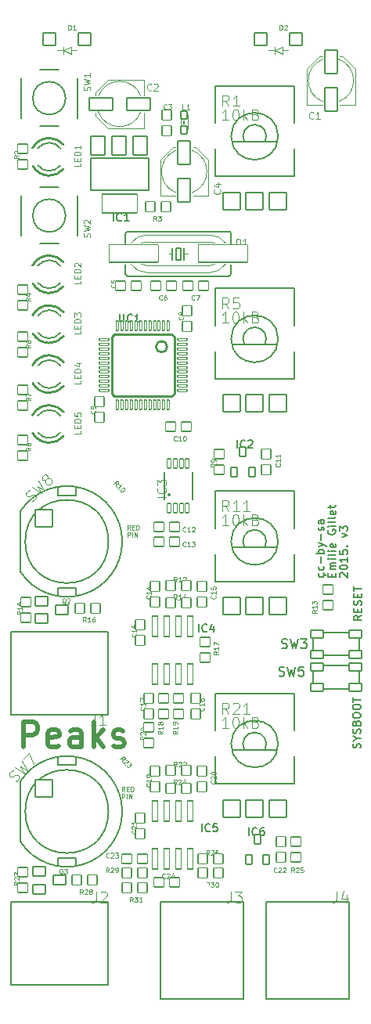
<source format=gbr>
%TF.GenerationSoftware,KiCad,Pcbnew,7.0.5-0*%
%TF.CreationDate,2023-09-10T13:25:37+02:00*%
%TF.ProjectId,peaks,7065616b-732e-46b6-9963-61645f706362,rev?*%
%TF.SameCoordinates,Original*%
%TF.FileFunction,Legend,Top*%
%TF.FilePolarity,Positive*%
%FSLAX46Y46*%
G04 Gerber Fmt 4.6, Leading zero omitted, Abs format (unit mm)*
G04 Created by KiCad (PCBNEW 7.0.5-0) date 2023-09-10 13:25:37*
%MOMM*%
%LPD*%
G01*
G04 APERTURE LIST*
G04 Aperture macros list*
%AMRoundRect*
0 Rectangle with rounded corners*
0 $1 Rounding radius*
0 $2 $3 $4 $5 $6 $7 $8 $9 X,Y pos of 4 corners*
0 Add a 4 corners polygon primitive as box body*
4,1,4,$2,$3,$4,$5,$6,$7,$8,$9,$2,$3,0*
0 Add four circle primitives for the rounded corners*
1,1,$1+$1,$2,$3*
1,1,$1+$1,$4,$5*
1,1,$1+$1,$6,$7*
1,1,$1+$1,$8,$9*
0 Add four rect primitives between the rounded corners*
20,1,$1+$1,$2,$3,$4,$5,0*
20,1,$1+$1,$4,$5,$6,$7,0*
20,1,$1+$1,$6,$7,$8,$9,0*
20,1,$1+$1,$8,$9,$2,$3,0*%
%AMFreePoly0*
4,1,25,0.417216,0.947373,0.422118,0.942882,0.942882,0.422118,0.964910,0.374877,0.965200,0.368236,0.965200,-0.368236,0.947373,-0.417216,0.942882,-0.422118,0.422118,-0.942882,0.374877,-0.964910,0.368236,-0.965200,-0.368236,-0.965200,-0.417216,-0.947373,-0.422118,-0.942882,-0.942882,-0.422118,-0.964910,-0.374877,-0.965200,-0.368236,-0.965200,0.368236,-0.947373,0.417216,-0.942882,0.422118,
-0.422118,0.942882,-0.374877,0.964910,-0.368236,0.965200,0.368236,0.965200,0.417216,0.947373,0.417216,0.947373,$1*%
%AMFreePoly1*
4,1,25,0.301485,0.667973,0.306387,0.663482,0.663482,0.306387,0.685510,0.259146,0.685800,0.252505,0.685800,-0.252505,0.667973,-0.301485,0.663482,-0.306387,0.306387,-0.663482,0.259146,-0.685510,0.252505,-0.685800,-0.252505,-0.685800,-0.301485,-0.667973,-0.306387,-0.663482,-0.663482,-0.306387,-0.685510,-0.259146,-0.685800,-0.252505,-0.685800,0.252505,-0.667973,0.301485,-0.663482,0.306387,
-0.306387,0.663482,-0.259146,0.685510,-0.252505,0.685800,0.252505,0.685800,0.301485,0.667973,0.301485,0.667973,$1*%
%AMFreePoly2*
4,1,25,0.575031,1.328373,0.579933,1.323882,1.323882,0.579933,1.345910,0.532692,1.346200,0.526051,1.346200,-0.526051,1.328373,-0.575031,1.323882,-0.579933,0.579933,-1.323882,0.532692,-1.345910,0.526051,-1.346200,-0.526051,-1.346200,-0.575031,-1.328373,-0.579933,-1.323882,-1.323882,-0.579933,-1.345910,-0.532692,-1.346200,-0.526051,-1.346200,0.526051,-1.328373,0.575031,-1.323882,0.579933,
-0.579933,1.323882,-0.532692,1.345910,-0.526051,1.346200,0.526051,1.346200,0.575031,1.328373,0.575031,1.328373,$1*%
%AMFreePoly3*
4,1,25,0.269922,0.591773,0.274824,0.587282,0.587282,0.274824,0.609310,0.227583,0.609600,0.220942,0.609600,-0.220942,0.591773,-0.269922,0.587282,-0.274824,0.274824,-0.587282,0.227583,-0.609310,0.220942,-0.609600,-0.220942,-0.609600,-0.269922,-0.591773,-0.274824,-0.587282,-0.587282,-0.274824,-0.609310,-0.227583,-0.609600,-0.220942,-0.609600,0.220942,-0.591773,0.269922,-0.587282,0.274824,
-0.274824,0.587282,-0.227583,0.609310,-0.220942,0.609600,0.220942,0.609600,0.269922,0.591773,0.269922,0.591773,$1*%
%AMFreePoly4*
4,1,25,0.438258,0.998173,0.443160,0.993682,0.993682,0.443160,1.015710,0.395919,1.016000,0.389278,1.016000,-0.389278,0.998173,-0.438258,0.993682,-0.443160,0.443160,-0.993682,0.395919,-1.015710,0.389278,-1.016000,-0.389278,-1.016000,-0.438258,-0.998173,-0.443160,-0.993682,-0.993682,-0.443160,-1.015710,-0.395919,-1.016000,-0.389278,-1.016000,0.389278,-0.998173,0.438258,-0.993682,0.443160,
-0.443160,0.993682,-0.395919,1.015710,-0.389278,1.016000,0.389278,1.016000,0.438258,0.998173,0.438258,0.998173,$1*%
G04 Aperture macros list end*
%ADD10C,0.152400*%
%ADD11C,0.487680*%
%ADD12C,0.100000*%
%ADD13C,0.093472*%
%ADD14C,0.163576*%
%ADD15C,0.175260*%
%ADD16C,0.114300*%
%ADD17C,0.150000*%
%ADD18C,0.074778*%
%ADD19C,0.101600*%
%ADD20C,0.044867*%
%ADD21C,0.171450*%
%ADD22C,0.056083*%
%ADD23C,0.127000*%
%ADD24C,0.254000*%
%ADD25C,0.070000*%
%ADD26C,0.203200*%
%ADD27C,0.050800*%
%ADD28RoundRect,0.076200X-0.500000X-0.550000X0.500000X-0.550000X0.500000X0.550000X-0.500000X0.550000X0*%
%ADD29RoundRect,0.076200X-0.500000X0.550000X-0.500000X-0.550000X0.500000X-0.550000X0.500000X0.550000X0*%
%ADD30RoundRect,0.076200X-0.300000X-1.100000X0.300000X-1.100000X0.300000X1.100000X-0.300000X1.100000X0*%
%ADD31RoundRect,0.076200X0.550000X0.500000X-0.550000X0.500000X-0.550000X-0.500000X0.550000X-0.500000X0*%
%ADD32C,2.200000*%
%ADD33FreePoly0,90.000000*%
%ADD34RoundRect,0.076200X0.550000X-0.500000X0.550000X0.500000X-0.550000X0.500000X-0.550000X-0.500000X0*%
%ADD35RoundRect,0.076200X0.127000X0.500000X-0.127000X0.500000X-0.127000X-0.500000X0.127000X-0.500000X0*%
%ADD36RoundRect,0.076200X0.500000X0.127000X-0.500000X0.127000X-0.500000X-0.127000X0.500000X-0.127000X0*%
%ADD37RoundRect,0.076200X0.742462X0.035355X0.035355X0.742462X-0.742462X-0.035355X-0.035355X-0.742462X0*%
%ADD38RoundRect,0.076200X-0.550000X0.500000X-0.550000X-0.500000X0.550000X-0.500000X0.550000X0.500000X0*%
%ADD39FreePoly1,0.000000*%
%ADD40RoundRect,0.576200X0.000000X0.000000X0.000000X0.000000X0.000000X0.000000X0.000000X0.000000X0*%
%ADD41RoundRect,0.076200X0.500000X0.550000X-0.500000X0.550000X-0.500000X-0.550000X0.500000X-0.550000X0*%
%ADD42RoundRect,0.076200X0.500000X-0.550000X0.500000X0.550000X-0.500000X0.550000X-0.500000X-0.550000X0*%
%ADD43RoundRect,0.076200X-0.550000X-0.500000X0.550000X-0.500000X0.550000X0.500000X-0.550000X0.500000X0*%
%ADD44RoundRect,0.076200X-0.675000X-0.400000X0.675000X-0.400000X0.675000X0.400000X-0.675000X0.400000X0*%
%ADD45RoundRect,0.076200X0.675000X0.400000X-0.675000X0.400000X-0.675000X-0.400000X0.675000X-0.400000X0*%
%ADD46RoundRect,0.076200X1.300000X0.700000X-1.300000X0.700000X-1.300000X-0.700000X1.300000X-0.700000X0*%
%ADD47C,1.952400*%
%ADD48RoundRect,0.076200X0.900000X-0.900000X0.900000X0.900000X-0.900000X0.900000X-0.900000X-0.900000X0*%
%ADD49RoundRect,0.076200X0.350000X-0.425000X0.350000X0.425000X-0.350000X0.425000X-0.350000X-0.425000X0*%
%ADD50RoundRect,0.076200X0.700000X-1.300000X0.700000X1.300000X-0.700000X1.300000X-0.700000X-1.300000X0*%
%ADD51RoundRect,0.076200X-0.350000X-0.500000X0.350000X-0.500000X0.350000X0.500000X-0.350000X0.500000X0*%
%ADD52RoundRect,0.076200X-0.700000X-0.700000X0.700000X-0.700000X0.700000X0.700000X-0.700000X0.700000X0*%
%ADD53C,2.032000*%
%ADD54RoundRect,0.076200X0.749300X1.003300X-0.749300X1.003300X-0.749300X-1.003300X0.749300X-1.003300X0*%
%ADD55RoundRect,0.076200X1.905000X1.003300X-1.905000X1.003300X-1.905000X-1.003300X1.905000X-1.003300X0*%
%ADD56RoundRect,0.076200X-0.205000X-0.510000X0.205000X-0.510000X0.205000X0.510000X-0.205000X0.510000X0*%
%ADD57RoundRect,0.076200X-0.700000X0.500000X-0.700000X-0.500000X0.700000X-0.500000X0.700000X0.500000X0*%
%ADD58RoundRect,0.076200X-2.667000X-0.965200X2.667000X-0.965200X2.667000X0.965200X-2.667000X0.965200X0*%
%ADD59RoundRect,0.076200X0.939800X-0.939800X0.939800X0.939800X-0.939800X0.939800X-0.939800X-0.939800X0*%
%ADD60FreePoly2,90.000000*%
%ADD61FreePoly0,180.000000*%
%ADD62FreePoly3,270.000000*%
%ADD63FreePoly4,0.000000*%
G04 APERTURE END LIST*
D10*
X167386387Y-116500632D02*
X166975149Y-116788498D01*
X167386387Y-116994117D02*
X166522787Y-116994117D01*
X166522787Y-116994117D02*
X166522787Y-116665127D01*
X166522787Y-116665127D02*
X166563911Y-116582879D01*
X166563911Y-116582879D02*
X166605035Y-116541756D01*
X166605035Y-116541756D02*
X166687283Y-116500632D01*
X166687283Y-116500632D02*
X166810654Y-116500632D01*
X166810654Y-116500632D02*
X166892902Y-116541756D01*
X166892902Y-116541756D02*
X166934025Y-116582879D01*
X166934025Y-116582879D02*
X166975149Y-116665127D01*
X166975149Y-116665127D02*
X166975149Y-116994117D01*
X166934025Y-116130517D02*
X166934025Y-115842651D01*
X167386387Y-115719279D02*
X167386387Y-116130517D01*
X167386387Y-116130517D02*
X166522787Y-116130517D01*
X166522787Y-116130517D02*
X166522787Y-115719279D01*
X167345264Y-115390289D02*
X167386387Y-115266918D01*
X167386387Y-115266918D02*
X167386387Y-115061299D01*
X167386387Y-115061299D02*
X167345264Y-114979051D01*
X167345264Y-114979051D02*
X167304140Y-114937927D01*
X167304140Y-114937927D02*
X167221892Y-114896804D01*
X167221892Y-114896804D02*
X167139644Y-114896804D01*
X167139644Y-114896804D02*
X167057397Y-114937927D01*
X167057397Y-114937927D02*
X167016273Y-114979051D01*
X167016273Y-114979051D02*
X166975149Y-115061299D01*
X166975149Y-115061299D02*
X166934025Y-115225794D01*
X166934025Y-115225794D02*
X166892902Y-115308042D01*
X166892902Y-115308042D02*
X166851778Y-115349165D01*
X166851778Y-115349165D02*
X166769530Y-115390289D01*
X166769530Y-115390289D02*
X166687283Y-115390289D01*
X166687283Y-115390289D02*
X166605035Y-115349165D01*
X166605035Y-115349165D02*
X166563911Y-115308042D01*
X166563911Y-115308042D02*
X166522787Y-115225794D01*
X166522787Y-115225794D02*
X166522787Y-115020175D01*
X166522787Y-115020175D02*
X166563911Y-114896804D01*
X166934025Y-114526689D02*
X166934025Y-114238823D01*
X167386387Y-114115451D02*
X167386387Y-114526689D01*
X167386387Y-114526689D02*
X166522787Y-114526689D01*
X166522787Y-114526689D02*
X166522787Y-114115451D01*
X166522787Y-113868709D02*
X166522787Y-113375223D01*
X167386387Y-113621966D02*
X166522787Y-113621966D01*
X163278864Y-111947603D02*
X163319987Y-112029851D01*
X163319987Y-112029851D02*
X163319987Y-112194346D01*
X163319987Y-112194346D02*
X163278864Y-112276594D01*
X163278864Y-112276594D02*
X163237740Y-112317717D01*
X163237740Y-112317717D02*
X163155492Y-112358841D01*
X163155492Y-112358841D02*
X162908749Y-112358841D01*
X162908749Y-112358841D02*
X162826502Y-112317717D01*
X162826502Y-112317717D02*
X162785378Y-112276594D01*
X162785378Y-112276594D02*
X162744254Y-112194346D01*
X162744254Y-112194346D02*
X162744254Y-112029851D01*
X162744254Y-112029851D02*
X162785378Y-111947603D01*
X163278864Y-111207374D02*
X163319987Y-111289622D01*
X163319987Y-111289622D02*
X163319987Y-111454117D01*
X163319987Y-111454117D02*
X163278864Y-111536365D01*
X163278864Y-111536365D02*
X163237740Y-111577488D01*
X163237740Y-111577488D02*
X163155492Y-111618612D01*
X163155492Y-111618612D02*
X162908749Y-111618612D01*
X162908749Y-111618612D02*
X162826502Y-111577488D01*
X162826502Y-111577488D02*
X162785378Y-111536365D01*
X162785378Y-111536365D02*
X162744254Y-111454117D01*
X162744254Y-111454117D02*
X162744254Y-111289622D01*
X162744254Y-111289622D02*
X162785378Y-111207374D01*
X162990997Y-110837259D02*
X162990997Y-110179279D01*
X163319987Y-109768040D02*
X162456387Y-109768040D01*
X162785378Y-109768040D02*
X162744254Y-109685793D01*
X162744254Y-109685793D02*
X162744254Y-109521298D01*
X162744254Y-109521298D02*
X162785378Y-109439050D01*
X162785378Y-109439050D02*
X162826502Y-109397926D01*
X162826502Y-109397926D02*
X162908749Y-109356802D01*
X162908749Y-109356802D02*
X163155492Y-109356802D01*
X163155492Y-109356802D02*
X163237740Y-109397926D01*
X163237740Y-109397926D02*
X163278864Y-109439050D01*
X163278864Y-109439050D02*
X163319987Y-109521298D01*
X163319987Y-109521298D02*
X163319987Y-109685793D01*
X163319987Y-109685793D02*
X163278864Y-109768040D01*
X162744254Y-109068936D02*
X163319987Y-108863317D01*
X162744254Y-108657698D02*
X163319987Y-108863317D01*
X163319987Y-108863317D02*
X163525606Y-108945565D01*
X163525606Y-108945565D02*
X163566730Y-108986688D01*
X163566730Y-108986688D02*
X163607854Y-109068936D01*
X162990997Y-108328707D02*
X162990997Y-107670727D01*
X163278864Y-107300612D02*
X163319987Y-107218365D01*
X163319987Y-107218365D02*
X163319987Y-107053869D01*
X163319987Y-107053869D02*
X163278864Y-106971622D01*
X163278864Y-106971622D02*
X163196616Y-106930498D01*
X163196616Y-106930498D02*
X163155492Y-106930498D01*
X163155492Y-106930498D02*
X163073244Y-106971622D01*
X163073244Y-106971622D02*
X163032121Y-107053869D01*
X163032121Y-107053869D02*
X163032121Y-107177241D01*
X163032121Y-107177241D02*
X162990997Y-107259488D01*
X162990997Y-107259488D02*
X162908749Y-107300612D01*
X162908749Y-107300612D02*
X162867625Y-107300612D01*
X162867625Y-107300612D02*
X162785378Y-107259488D01*
X162785378Y-107259488D02*
X162744254Y-107177241D01*
X162744254Y-107177241D02*
X162744254Y-107053869D01*
X162744254Y-107053869D02*
X162785378Y-106971622D01*
X163319987Y-106190269D02*
X162867625Y-106190269D01*
X162867625Y-106190269D02*
X162785378Y-106231393D01*
X162785378Y-106231393D02*
X162744254Y-106313641D01*
X162744254Y-106313641D02*
X162744254Y-106478136D01*
X162744254Y-106478136D02*
X162785378Y-106560383D01*
X163278864Y-106190269D02*
X163319987Y-106272517D01*
X163319987Y-106272517D02*
X163319987Y-106478136D01*
X163319987Y-106478136D02*
X163278864Y-106560383D01*
X163278864Y-106560383D02*
X163196616Y-106601507D01*
X163196616Y-106601507D02*
X163114368Y-106601507D01*
X163114368Y-106601507D02*
X163032121Y-106560383D01*
X163032121Y-106560383D02*
X162990997Y-106478136D01*
X162990997Y-106478136D02*
X162990997Y-106272517D01*
X162990997Y-106272517D02*
X162949873Y-106190269D01*
D11*
X130778822Y-130736438D02*
X130778822Y-127972918D01*
X130778822Y-127972918D02*
X131831592Y-127972918D01*
X131831592Y-127972918D02*
X132094784Y-128104514D01*
X132094784Y-128104514D02*
X132226381Y-128236110D01*
X132226381Y-128236110D02*
X132357977Y-128499302D01*
X132357977Y-128499302D02*
X132357977Y-128894091D01*
X132357977Y-128894091D02*
X132226381Y-129157283D01*
X132226381Y-129157283D02*
X132094784Y-129288880D01*
X132094784Y-129288880D02*
X131831592Y-129420476D01*
X131831592Y-129420476D02*
X130778822Y-129420476D01*
X134595112Y-130604842D02*
X134331920Y-130736438D01*
X134331920Y-130736438D02*
X133805535Y-130736438D01*
X133805535Y-130736438D02*
X133542342Y-130604842D01*
X133542342Y-130604842D02*
X133410746Y-130341649D01*
X133410746Y-130341649D02*
X133410746Y-129288880D01*
X133410746Y-129288880D02*
X133542342Y-129025687D01*
X133542342Y-129025687D02*
X133805535Y-128894091D01*
X133805535Y-128894091D02*
X134331920Y-128894091D01*
X134331920Y-128894091D02*
X134595112Y-129025687D01*
X134595112Y-129025687D02*
X134726708Y-129288880D01*
X134726708Y-129288880D02*
X134726708Y-129552072D01*
X134726708Y-129552072D02*
X133410746Y-129815264D01*
X137095439Y-130736438D02*
X137095439Y-129288880D01*
X137095439Y-129288880D02*
X136963843Y-129025687D01*
X136963843Y-129025687D02*
X136700651Y-128894091D01*
X136700651Y-128894091D02*
X136174266Y-128894091D01*
X136174266Y-128894091D02*
X135911073Y-129025687D01*
X137095439Y-130604842D02*
X136832247Y-130736438D01*
X136832247Y-130736438D02*
X136174266Y-130736438D01*
X136174266Y-130736438D02*
X135911073Y-130604842D01*
X135911073Y-130604842D02*
X135779477Y-130341649D01*
X135779477Y-130341649D02*
X135779477Y-130078457D01*
X135779477Y-130078457D02*
X135911073Y-129815264D01*
X135911073Y-129815264D02*
X136174266Y-129683668D01*
X136174266Y-129683668D02*
X136832247Y-129683668D01*
X136832247Y-129683668D02*
X137095439Y-129552072D01*
X138411401Y-130736438D02*
X138411401Y-127972918D01*
X138674594Y-129683668D02*
X139464171Y-130736438D01*
X139464171Y-128894091D02*
X138411401Y-129946861D01*
X140516940Y-130604842D02*
X140780133Y-130736438D01*
X140780133Y-130736438D02*
X141306517Y-130736438D01*
X141306517Y-130736438D02*
X141569710Y-130604842D01*
X141569710Y-130604842D02*
X141701306Y-130341649D01*
X141701306Y-130341649D02*
X141701306Y-130210053D01*
X141701306Y-130210053D02*
X141569710Y-129946861D01*
X141569710Y-129946861D02*
X141306517Y-129815264D01*
X141306517Y-129815264D02*
X140911729Y-129815264D01*
X140911729Y-129815264D02*
X140648536Y-129683668D01*
X140648536Y-129683668D02*
X140516940Y-129420476D01*
X140516940Y-129420476D02*
X140516940Y-129288880D01*
X140516940Y-129288880D02*
X140648536Y-129025687D01*
X140648536Y-129025687D02*
X140911729Y-128894091D01*
X140911729Y-128894091D02*
X141306517Y-128894091D01*
X141306517Y-128894091D02*
X141569710Y-129025687D01*
D12*
X142370550Y-107228609D02*
X142203884Y-106990514D01*
X142084836Y-107228609D02*
X142084836Y-106728609D01*
X142084836Y-106728609D02*
X142275312Y-106728609D01*
X142275312Y-106728609D02*
X142322931Y-106752419D01*
X142322931Y-106752419D02*
X142346741Y-106776228D01*
X142346741Y-106776228D02*
X142370550Y-106823847D01*
X142370550Y-106823847D02*
X142370550Y-106895276D01*
X142370550Y-106895276D02*
X142346741Y-106942895D01*
X142346741Y-106942895D02*
X142322931Y-106966704D01*
X142322931Y-106966704D02*
X142275312Y-106990514D01*
X142275312Y-106990514D02*
X142084836Y-106990514D01*
X142584836Y-106966704D02*
X142751503Y-106966704D01*
X142822931Y-107228609D02*
X142584836Y-107228609D01*
X142584836Y-107228609D02*
X142584836Y-106728609D01*
X142584836Y-106728609D02*
X142822931Y-106728609D01*
X143037217Y-107228609D02*
X143037217Y-106728609D01*
X143037217Y-106728609D02*
X143156265Y-106728609D01*
X143156265Y-106728609D02*
X143227693Y-106752419D01*
X143227693Y-106752419D02*
X143275312Y-106800038D01*
X143275312Y-106800038D02*
X143299122Y-106847657D01*
X143299122Y-106847657D02*
X143322931Y-106942895D01*
X143322931Y-106942895D02*
X143322931Y-107014323D01*
X143322931Y-107014323D02*
X143299122Y-107109561D01*
X143299122Y-107109561D02*
X143275312Y-107157180D01*
X143275312Y-107157180D02*
X143227693Y-107204800D01*
X143227693Y-107204800D02*
X143156265Y-107228609D01*
X143156265Y-107228609D02*
X143037217Y-107228609D01*
X142084836Y-108033609D02*
X142084836Y-107533609D01*
X142084836Y-107533609D02*
X142275312Y-107533609D01*
X142275312Y-107533609D02*
X142322931Y-107557419D01*
X142322931Y-107557419D02*
X142346741Y-107581228D01*
X142346741Y-107581228D02*
X142370550Y-107628847D01*
X142370550Y-107628847D02*
X142370550Y-107700276D01*
X142370550Y-107700276D02*
X142346741Y-107747895D01*
X142346741Y-107747895D02*
X142322931Y-107771704D01*
X142322931Y-107771704D02*
X142275312Y-107795514D01*
X142275312Y-107795514D02*
X142084836Y-107795514D01*
X142584836Y-108033609D02*
X142584836Y-107533609D01*
X142822931Y-108033609D02*
X142822931Y-107533609D01*
X142822931Y-107533609D02*
X143108645Y-108033609D01*
X143108645Y-108033609D02*
X143108645Y-107533609D01*
D10*
X165078635Y-112358841D02*
X165037511Y-112317717D01*
X165037511Y-112317717D02*
X164996387Y-112235470D01*
X164996387Y-112235470D02*
X164996387Y-112029851D01*
X164996387Y-112029851D02*
X165037511Y-111947603D01*
X165037511Y-111947603D02*
X165078635Y-111906479D01*
X165078635Y-111906479D02*
X165160883Y-111865356D01*
X165160883Y-111865356D02*
X165243130Y-111865356D01*
X165243130Y-111865356D02*
X165366502Y-111906479D01*
X165366502Y-111906479D02*
X165859987Y-112399965D01*
X165859987Y-112399965D02*
X165859987Y-111865356D01*
X164996387Y-111330746D02*
X164996387Y-111248499D01*
X164996387Y-111248499D02*
X165037511Y-111166251D01*
X165037511Y-111166251D02*
X165078635Y-111125127D01*
X165078635Y-111125127D02*
X165160883Y-111084003D01*
X165160883Y-111084003D02*
X165325378Y-111042880D01*
X165325378Y-111042880D02*
X165530997Y-111042880D01*
X165530997Y-111042880D02*
X165695492Y-111084003D01*
X165695492Y-111084003D02*
X165777740Y-111125127D01*
X165777740Y-111125127D02*
X165818864Y-111166251D01*
X165818864Y-111166251D02*
X165859987Y-111248499D01*
X165859987Y-111248499D02*
X165859987Y-111330746D01*
X165859987Y-111330746D02*
X165818864Y-111412994D01*
X165818864Y-111412994D02*
X165777740Y-111454118D01*
X165777740Y-111454118D02*
X165695492Y-111495241D01*
X165695492Y-111495241D02*
X165530997Y-111536365D01*
X165530997Y-111536365D02*
X165325378Y-111536365D01*
X165325378Y-111536365D02*
X165160883Y-111495241D01*
X165160883Y-111495241D02*
X165078635Y-111454118D01*
X165078635Y-111454118D02*
X165037511Y-111412994D01*
X165037511Y-111412994D02*
X164996387Y-111330746D01*
X165859987Y-110220404D02*
X165859987Y-110713889D01*
X165859987Y-110467146D02*
X164996387Y-110467146D01*
X164996387Y-110467146D02*
X165119759Y-110549394D01*
X165119759Y-110549394D02*
X165202006Y-110631642D01*
X165202006Y-110631642D02*
X165243130Y-110713889D01*
X164996387Y-109439051D02*
X164996387Y-109850289D01*
X164996387Y-109850289D02*
X165407625Y-109891413D01*
X165407625Y-109891413D02*
X165366502Y-109850289D01*
X165366502Y-109850289D02*
X165325378Y-109768042D01*
X165325378Y-109768042D02*
X165325378Y-109562423D01*
X165325378Y-109562423D02*
X165366502Y-109480175D01*
X165366502Y-109480175D02*
X165407625Y-109439051D01*
X165407625Y-109439051D02*
X165489873Y-109397928D01*
X165489873Y-109397928D02*
X165695492Y-109397928D01*
X165695492Y-109397928D02*
X165777740Y-109439051D01*
X165777740Y-109439051D02*
X165818864Y-109480175D01*
X165818864Y-109480175D02*
X165859987Y-109562423D01*
X165859987Y-109562423D02*
X165859987Y-109768042D01*
X165859987Y-109768042D02*
X165818864Y-109850289D01*
X165818864Y-109850289D02*
X165777740Y-109891413D01*
X165777740Y-109027813D02*
X165818864Y-108986690D01*
X165818864Y-108986690D02*
X165859987Y-109027813D01*
X165859987Y-109027813D02*
X165818864Y-109068937D01*
X165818864Y-109068937D02*
X165777740Y-109027813D01*
X165777740Y-109027813D02*
X165859987Y-109027813D01*
X165284254Y-108040842D02*
X165859987Y-107835223D01*
X165859987Y-107835223D02*
X165284254Y-107629604D01*
X164996387Y-107382861D02*
X164996387Y-106848252D01*
X164996387Y-106848252D02*
X165325378Y-107136118D01*
X165325378Y-107136118D02*
X165325378Y-107012747D01*
X165325378Y-107012747D02*
X165366502Y-106930499D01*
X165366502Y-106930499D02*
X165407625Y-106889375D01*
X165407625Y-106889375D02*
X165489873Y-106848252D01*
X165489873Y-106848252D02*
X165695492Y-106848252D01*
X165695492Y-106848252D02*
X165777740Y-106889375D01*
X165777740Y-106889375D02*
X165818864Y-106930499D01*
X165818864Y-106930499D02*
X165859987Y-107012747D01*
X165859987Y-107012747D02*
X165859987Y-107259490D01*
X165859987Y-107259490D02*
X165818864Y-107341737D01*
X165818864Y-107341737D02*
X165777740Y-107382861D01*
X164137625Y-112317717D02*
X164137625Y-112029851D01*
X164589987Y-111906479D02*
X164589987Y-112317717D01*
X164589987Y-112317717D02*
X163726387Y-112317717D01*
X163726387Y-112317717D02*
X163726387Y-111906479D01*
X163397397Y-112029851D02*
X163520768Y-112153222D01*
X164589987Y-111536365D02*
X164014254Y-111536365D01*
X164096502Y-111536365D02*
X164055378Y-111495242D01*
X164055378Y-111495242D02*
X164014254Y-111412994D01*
X164014254Y-111412994D02*
X164014254Y-111289623D01*
X164014254Y-111289623D02*
X164055378Y-111207375D01*
X164055378Y-111207375D02*
X164137625Y-111166251D01*
X164137625Y-111166251D02*
X164589987Y-111166251D01*
X164137625Y-111166251D02*
X164055378Y-111125127D01*
X164055378Y-111125127D02*
X164014254Y-111042880D01*
X164014254Y-111042880D02*
X164014254Y-110919508D01*
X164014254Y-110919508D02*
X164055378Y-110837261D01*
X164055378Y-110837261D02*
X164137625Y-110796137D01*
X164137625Y-110796137D02*
X164589987Y-110796137D01*
X164589987Y-110384898D02*
X164014254Y-110384898D01*
X163726387Y-110384898D02*
X163767511Y-110426022D01*
X163767511Y-110426022D02*
X163808635Y-110384898D01*
X163808635Y-110384898D02*
X163767511Y-110343775D01*
X163767511Y-110343775D02*
X163726387Y-110384898D01*
X163726387Y-110384898D02*
X163808635Y-110384898D01*
X164589987Y-109850289D02*
X164548864Y-109932537D01*
X164548864Y-109932537D02*
X164466616Y-109973660D01*
X164466616Y-109973660D02*
X163726387Y-109973660D01*
X164589987Y-109521298D02*
X164014254Y-109521298D01*
X163726387Y-109521298D02*
X163767511Y-109562422D01*
X163767511Y-109562422D02*
X163808635Y-109521298D01*
X163808635Y-109521298D02*
X163767511Y-109480175D01*
X163767511Y-109480175D02*
X163726387Y-109521298D01*
X163726387Y-109521298D02*
X163808635Y-109521298D01*
X164548864Y-108781070D02*
X164589987Y-108863318D01*
X164589987Y-108863318D02*
X164589987Y-109027813D01*
X164589987Y-109027813D02*
X164548864Y-109110060D01*
X164548864Y-109110060D02*
X164466616Y-109151184D01*
X164466616Y-109151184D02*
X164137625Y-109151184D01*
X164137625Y-109151184D02*
X164055378Y-109110060D01*
X164055378Y-109110060D02*
X164014254Y-109027813D01*
X164014254Y-109027813D02*
X164014254Y-108863318D01*
X164014254Y-108863318D02*
X164055378Y-108781070D01*
X164055378Y-108781070D02*
X164137625Y-108739946D01*
X164137625Y-108739946D02*
X164219873Y-108739946D01*
X164219873Y-108739946D02*
X164302121Y-109151184D01*
X163767511Y-107259489D02*
X163726387Y-107341736D01*
X163726387Y-107341736D02*
X163726387Y-107465108D01*
X163726387Y-107465108D02*
X163767511Y-107588479D01*
X163767511Y-107588479D02*
X163849759Y-107670727D01*
X163849759Y-107670727D02*
X163932006Y-107711850D01*
X163932006Y-107711850D02*
X164096502Y-107752974D01*
X164096502Y-107752974D02*
X164219873Y-107752974D01*
X164219873Y-107752974D02*
X164384368Y-107711850D01*
X164384368Y-107711850D02*
X164466616Y-107670727D01*
X164466616Y-107670727D02*
X164548864Y-107588479D01*
X164548864Y-107588479D02*
X164589987Y-107465108D01*
X164589987Y-107465108D02*
X164589987Y-107382860D01*
X164589987Y-107382860D02*
X164548864Y-107259489D01*
X164548864Y-107259489D02*
X164507740Y-107218365D01*
X164507740Y-107218365D02*
X164219873Y-107218365D01*
X164219873Y-107218365D02*
X164219873Y-107382860D01*
X164589987Y-106848250D02*
X164014254Y-106848250D01*
X163726387Y-106848250D02*
X163767511Y-106889374D01*
X163767511Y-106889374D02*
X163808635Y-106848250D01*
X163808635Y-106848250D02*
X163767511Y-106807127D01*
X163767511Y-106807127D02*
X163726387Y-106848250D01*
X163726387Y-106848250D02*
X163808635Y-106848250D01*
X164589987Y-106313641D02*
X164548864Y-106395889D01*
X164548864Y-106395889D02*
X164466616Y-106437012D01*
X164466616Y-106437012D02*
X163726387Y-106437012D01*
X164589987Y-105861279D02*
X164548864Y-105943527D01*
X164548864Y-105943527D02*
X164466616Y-105984650D01*
X164466616Y-105984650D02*
X163726387Y-105984650D01*
X164548864Y-105203298D02*
X164589987Y-105285546D01*
X164589987Y-105285546D02*
X164589987Y-105450041D01*
X164589987Y-105450041D02*
X164548864Y-105532288D01*
X164548864Y-105532288D02*
X164466616Y-105573412D01*
X164466616Y-105573412D02*
X164137625Y-105573412D01*
X164137625Y-105573412D02*
X164055378Y-105532288D01*
X164055378Y-105532288D02*
X164014254Y-105450041D01*
X164014254Y-105450041D02*
X164014254Y-105285546D01*
X164014254Y-105285546D02*
X164055378Y-105203298D01*
X164055378Y-105203298D02*
X164137625Y-105162174D01*
X164137625Y-105162174D02*
X164219873Y-105162174D01*
X164219873Y-105162174D02*
X164302121Y-105573412D01*
X164014254Y-104915431D02*
X164014254Y-104586440D01*
X163726387Y-104792059D02*
X164466616Y-104792059D01*
X164466616Y-104792059D02*
X164548864Y-104750936D01*
X164548864Y-104750936D02*
X164589987Y-104668688D01*
X164589987Y-104668688D02*
X164589987Y-104586440D01*
X167245264Y-130835241D02*
X167286387Y-130711870D01*
X167286387Y-130711870D02*
X167286387Y-130506251D01*
X167286387Y-130506251D02*
X167245264Y-130424003D01*
X167245264Y-130424003D02*
X167204140Y-130382879D01*
X167204140Y-130382879D02*
X167121892Y-130341756D01*
X167121892Y-130341756D02*
X167039644Y-130341756D01*
X167039644Y-130341756D02*
X166957397Y-130382879D01*
X166957397Y-130382879D02*
X166916273Y-130424003D01*
X166916273Y-130424003D02*
X166875149Y-130506251D01*
X166875149Y-130506251D02*
X166834025Y-130670746D01*
X166834025Y-130670746D02*
X166792902Y-130752994D01*
X166792902Y-130752994D02*
X166751778Y-130794117D01*
X166751778Y-130794117D02*
X166669530Y-130835241D01*
X166669530Y-130835241D02*
X166587283Y-130835241D01*
X166587283Y-130835241D02*
X166505035Y-130794117D01*
X166505035Y-130794117D02*
X166463911Y-130752994D01*
X166463911Y-130752994D02*
X166422787Y-130670746D01*
X166422787Y-130670746D02*
X166422787Y-130465127D01*
X166422787Y-130465127D02*
X166463911Y-130341756D01*
X166875149Y-129807146D02*
X167286387Y-129807146D01*
X166422787Y-130095013D02*
X166875149Y-129807146D01*
X166875149Y-129807146D02*
X166422787Y-129519280D01*
X167245264Y-129272536D02*
X167286387Y-129149165D01*
X167286387Y-129149165D02*
X167286387Y-128943546D01*
X167286387Y-128943546D02*
X167245264Y-128861298D01*
X167245264Y-128861298D02*
X167204140Y-128820174D01*
X167204140Y-128820174D02*
X167121892Y-128779051D01*
X167121892Y-128779051D02*
X167039644Y-128779051D01*
X167039644Y-128779051D02*
X166957397Y-128820174D01*
X166957397Y-128820174D02*
X166916273Y-128861298D01*
X166916273Y-128861298D02*
X166875149Y-128943546D01*
X166875149Y-128943546D02*
X166834025Y-129108041D01*
X166834025Y-129108041D02*
X166792902Y-129190289D01*
X166792902Y-129190289D02*
X166751778Y-129231412D01*
X166751778Y-129231412D02*
X166669530Y-129272536D01*
X166669530Y-129272536D02*
X166587283Y-129272536D01*
X166587283Y-129272536D02*
X166505035Y-129231412D01*
X166505035Y-129231412D02*
X166463911Y-129190289D01*
X166463911Y-129190289D02*
X166422787Y-129108041D01*
X166422787Y-129108041D02*
X166422787Y-128902422D01*
X166422787Y-128902422D02*
X166463911Y-128779051D01*
X166834025Y-128121070D02*
X166875149Y-127997698D01*
X166875149Y-127997698D02*
X166916273Y-127956575D01*
X166916273Y-127956575D02*
X166998521Y-127915451D01*
X166998521Y-127915451D02*
X167121892Y-127915451D01*
X167121892Y-127915451D02*
X167204140Y-127956575D01*
X167204140Y-127956575D02*
X167245264Y-127997698D01*
X167245264Y-127997698D02*
X167286387Y-128079946D01*
X167286387Y-128079946D02*
X167286387Y-128408936D01*
X167286387Y-128408936D02*
X166422787Y-128408936D01*
X166422787Y-128408936D02*
X166422787Y-128121070D01*
X166422787Y-128121070D02*
X166463911Y-128038822D01*
X166463911Y-128038822D02*
X166505035Y-127997698D01*
X166505035Y-127997698D02*
X166587283Y-127956575D01*
X166587283Y-127956575D02*
X166669530Y-127956575D01*
X166669530Y-127956575D02*
X166751778Y-127997698D01*
X166751778Y-127997698D02*
X166792902Y-128038822D01*
X166792902Y-128038822D02*
X166834025Y-128121070D01*
X166834025Y-128121070D02*
X166834025Y-128408936D01*
X166422787Y-127380841D02*
X166422787Y-127216346D01*
X166422787Y-127216346D02*
X166463911Y-127134098D01*
X166463911Y-127134098D02*
X166546159Y-127051851D01*
X166546159Y-127051851D02*
X166710654Y-127010727D01*
X166710654Y-127010727D02*
X166998521Y-127010727D01*
X166998521Y-127010727D02*
X167163016Y-127051851D01*
X167163016Y-127051851D02*
X167245264Y-127134098D01*
X167245264Y-127134098D02*
X167286387Y-127216346D01*
X167286387Y-127216346D02*
X167286387Y-127380841D01*
X167286387Y-127380841D02*
X167245264Y-127463089D01*
X167245264Y-127463089D02*
X167163016Y-127545336D01*
X167163016Y-127545336D02*
X166998521Y-127586460D01*
X166998521Y-127586460D02*
X166710654Y-127586460D01*
X166710654Y-127586460D02*
X166546159Y-127545336D01*
X166546159Y-127545336D02*
X166463911Y-127463089D01*
X166463911Y-127463089D02*
X166422787Y-127380841D01*
X166422787Y-126476117D02*
X166422787Y-126311622D01*
X166422787Y-126311622D02*
X166463911Y-126229374D01*
X166463911Y-126229374D02*
X166546159Y-126147127D01*
X166546159Y-126147127D02*
X166710654Y-126106003D01*
X166710654Y-126106003D02*
X166998521Y-126106003D01*
X166998521Y-126106003D02*
X167163016Y-126147127D01*
X167163016Y-126147127D02*
X167245264Y-126229374D01*
X167245264Y-126229374D02*
X167286387Y-126311622D01*
X167286387Y-126311622D02*
X167286387Y-126476117D01*
X167286387Y-126476117D02*
X167245264Y-126558365D01*
X167245264Y-126558365D02*
X167163016Y-126640612D01*
X167163016Y-126640612D02*
X166998521Y-126681736D01*
X166998521Y-126681736D02*
X166710654Y-126681736D01*
X166710654Y-126681736D02*
X166546159Y-126640612D01*
X166546159Y-126640612D02*
X166463911Y-126558365D01*
X166463911Y-126558365D02*
X166422787Y-126476117D01*
X166422787Y-125859260D02*
X166422787Y-125365774D01*
X167286387Y-125612517D02*
X166422787Y-125612517D01*
D12*
X141770550Y-135528609D02*
X141603884Y-135290514D01*
X141484836Y-135528609D02*
X141484836Y-135028609D01*
X141484836Y-135028609D02*
X141675312Y-135028609D01*
X141675312Y-135028609D02*
X141722931Y-135052419D01*
X141722931Y-135052419D02*
X141746741Y-135076228D01*
X141746741Y-135076228D02*
X141770550Y-135123847D01*
X141770550Y-135123847D02*
X141770550Y-135195276D01*
X141770550Y-135195276D02*
X141746741Y-135242895D01*
X141746741Y-135242895D02*
X141722931Y-135266704D01*
X141722931Y-135266704D02*
X141675312Y-135290514D01*
X141675312Y-135290514D02*
X141484836Y-135290514D01*
X141984836Y-135266704D02*
X142151503Y-135266704D01*
X142222931Y-135528609D02*
X141984836Y-135528609D01*
X141984836Y-135528609D02*
X141984836Y-135028609D01*
X141984836Y-135028609D02*
X142222931Y-135028609D01*
X142437217Y-135528609D02*
X142437217Y-135028609D01*
X142437217Y-135028609D02*
X142556265Y-135028609D01*
X142556265Y-135028609D02*
X142627693Y-135052419D01*
X142627693Y-135052419D02*
X142675312Y-135100038D01*
X142675312Y-135100038D02*
X142699122Y-135147657D01*
X142699122Y-135147657D02*
X142722931Y-135242895D01*
X142722931Y-135242895D02*
X142722931Y-135314323D01*
X142722931Y-135314323D02*
X142699122Y-135409561D01*
X142699122Y-135409561D02*
X142675312Y-135457180D01*
X142675312Y-135457180D02*
X142627693Y-135504800D01*
X142627693Y-135504800D02*
X142556265Y-135528609D01*
X142556265Y-135528609D02*
X142437217Y-135528609D01*
X141484836Y-136333609D02*
X141484836Y-135833609D01*
X141484836Y-135833609D02*
X141675312Y-135833609D01*
X141675312Y-135833609D02*
X141722931Y-135857419D01*
X141722931Y-135857419D02*
X141746741Y-135881228D01*
X141746741Y-135881228D02*
X141770550Y-135928847D01*
X141770550Y-135928847D02*
X141770550Y-136000276D01*
X141770550Y-136000276D02*
X141746741Y-136047895D01*
X141746741Y-136047895D02*
X141722931Y-136071704D01*
X141722931Y-136071704D02*
X141675312Y-136095514D01*
X141675312Y-136095514D02*
X141484836Y-136095514D01*
X141984836Y-136333609D02*
X141984836Y-135833609D01*
X142222931Y-136333609D02*
X142222931Y-135833609D01*
X142222931Y-135833609D02*
X142508645Y-136333609D01*
X142508645Y-136333609D02*
X142508645Y-135833609D01*
D13*
%TO.C,R12*%
X147402911Y-112857510D02*
X147230869Y-112611735D01*
X147107981Y-112857510D02*
X147107981Y-112341382D01*
X147107981Y-112341382D02*
X147304601Y-112341382D01*
X147304601Y-112341382D02*
X147353756Y-112365960D01*
X147353756Y-112365960D02*
X147378334Y-112390537D01*
X147378334Y-112390537D02*
X147402911Y-112439692D01*
X147402911Y-112439692D02*
X147402911Y-112513425D01*
X147402911Y-112513425D02*
X147378334Y-112562580D01*
X147378334Y-112562580D02*
X147353756Y-112587157D01*
X147353756Y-112587157D02*
X147304601Y-112611735D01*
X147304601Y-112611735D02*
X147107981Y-112611735D01*
X147894462Y-112857510D02*
X147599532Y-112857510D01*
X147746997Y-112857510D02*
X147746997Y-112341382D01*
X147746997Y-112341382D02*
X147697842Y-112415115D01*
X147697842Y-112415115D02*
X147648687Y-112464270D01*
X147648687Y-112464270D02*
X147599532Y-112488847D01*
X148091082Y-112390537D02*
X148115659Y-112365960D01*
X148115659Y-112365960D02*
X148164814Y-112341382D01*
X148164814Y-112341382D02*
X148287702Y-112341382D01*
X148287702Y-112341382D02*
X148336857Y-112365960D01*
X148336857Y-112365960D02*
X148361434Y-112390537D01*
X148361434Y-112390537D02*
X148386012Y-112439692D01*
X148386012Y-112439692D02*
X148386012Y-112488847D01*
X148386012Y-112488847D02*
X148361434Y-112562580D01*
X148361434Y-112562580D02*
X148066504Y-112857510D01*
X148066504Y-112857510D02*
X148386012Y-112857510D01*
%TO.C,C21*%
X142980855Y-139766788D02*
X143005433Y-139791365D01*
X143005433Y-139791365D02*
X143030010Y-139865098D01*
X143030010Y-139865098D02*
X143030010Y-139914253D01*
X143030010Y-139914253D02*
X143005433Y-139987985D01*
X143005433Y-139987985D02*
X142956277Y-140037140D01*
X142956277Y-140037140D02*
X142907122Y-140061718D01*
X142907122Y-140061718D02*
X142808812Y-140086295D01*
X142808812Y-140086295D02*
X142735080Y-140086295D01*
X142735080Y-140086295D02*
X142636770Y-140061718D01*
X142636770Y-140061718D02*
X142587615Y-140037140D01*
X142587615Y-140037140D02*
X142538460Y-139987985D01*
X142538460Y-139987985D02*
X142513882Y-139914253D01*
X142513882Y-139914253D02*
X142513882Y-139865098D01*
X142513882Y-139865098D02*
X142538460Y-139791365D01*
X142538460Y-139791365D02*
X142563037Y-139766788D01*
X142563037Y-139570167D02*
X142538460Y-139545590D01*
X142538460Y-139545590D02*
X142513882Y-139496435D01*
X142513882Y-139496435D02*
X142513882Y-139373547D01*
X142513882Y-139373547D02*
X142538460Y-139324392D01*
X142538460Y-139324392D02*
X142563037Y-139299815D01*
X142563037Y-139299815D02*
X142612192Y-139275237D01*
X142612192Y-139275237D02*
X142661347Y-139275237D01*
X142661347Y-139275237D02*
X142735080Y-139299815D01*
X142735080Y-139299815D02*
X143030010Y-139594745D01*
X143030010Y-139594745D02*
X143030010Y-139275237D01*
X143030010Y-138783687D02*
X143030010Y-139078617D01*
X143030010Y-138931152D02*
X142513882Y-138931152D01*
X142513882Y-138931152D02*
X142587615Y-138980307D01*
X142587615Y-138980307D02*
X142636770Y-139029462D01*
X142636770Y-139029462D02*
X142661347Y-139078617D01*
D14*
%TO.C,IC5*%
X150091673Y-139869941D02*
X150091673Y-139017517D01*
X150984688Y-139788758D02*
X150944096Y-139829350D01*
X150944096Y-139829350D02*
X150822322Y-139869941D01*
X150822322Y-139869941D02*
X150741138Y-139869941D01*
X150741138Y-139869941D02*
X150619363Y-139829350D01*
X150619363Y-139829350D02*
X150538180Y-139748166D01*
X150538180Y-139748166D02*
X150497589Y-139666983D01*
X150497589Y-139666983D02*
X150456997Y-139504617D01*
X150456997Y-139504617D02*
X150456997Y-139382842D01*
X150456997Y-139382842D02*
X150497589Y-139220475D01*
X150497589Y-139220475D02*
X150538180Y-139139292D01*
X150538180Y-139139292D02*
X150619363Y-139058109D01*
X150619363Y-139058109D02*
X150741138Y-139017517D01*
X150741138Y-139017517D02*
X150822322Y-139017517D01*
X150822322Y-139017517D02*
X150944096Y-139058109D01*
X150944096Y-139058109D02*
X150984688Y-139098700D01*
X151755929Y-139017517D02*
X151350013Y-139017517D01*
X151350013Y-139017517D02*
X151309421Y-139423433D01*
X151309421Y-139423433D02*
X151350013Y-139382842D01*
X151350013Y-139382842D02*
X151431196Y-139342250D01*
X151431196Y-139342250D02*
X151634154Y-139342250D01*
X151634154Y-139342250D02*
X151715337Y-139382842D01*
X151715337Y-139382842D02*
X151755929Y-139423433D01*
X151755929Y-139423433D02*
X151796520Y-139504617D01*
X151796520Y-139504617D02*
X151796520Y-139707575D01*
X151796520Y-139707575D02*
X151755929Y-139788758D01*
X151755929Y-139788758D02*
X151715337Y-139829350D01*
X151715337Y-139829350D02*
X151634154Y-139869941D01*
X151634154Y-139869941D02*
X151431196Y-139869941D01*
X151431196Y-139869941D02*
X151350013Y-139829350D01*
X151350013Y-139829350D02*
X151309421Y-139788758D01*
D13*
%TO.C,C12*%
X148355411Y-107410855D02*
X148330834Y-107435433D01*
X148330834Y-107435433D02*
X148257101Y-107460010D01*
X148257101Y-107460010D02*
X148207946Y-107460010D01*
X148207946Y-107460010D02*
X148134214Y-107435433D01*
X148134214Y-107435433D02*
X148085059Y-107386277D01*
X148085059Y-107386277D02*
X148060481Y-107337122D01*
X148060481Y-107337122D02*
X148035904Y-107238812D01*
X148035904Y-107238812D02*
X148035904Y-107165080D01*
X148035904Y-107165080D02*
X148060481Y-107066770D01*
X148060481Y-107066770D02*
X148085059Y-107017615D01*
X148085059Y-107017615D02*
X148134214Y-106968460D01*
X148134214Y-106968460D02*
X148207946Y-106943882D01*
X148207946Y-106943882D02*
X148257101Y-106943882D01*
X148257101Y-106943882D02*
X148330834Y-106968460D01*
X148330834Y-106968460D02*
X148355411Y-106993037D01*
X148846962Y-107460010D02*
X148552032Y-107460010D01*
X148699497Y-107460010D02*
X148699497Y-106943882D01*
X148699497Y-106943882D02*
X148650342Y-107017615D01*
X148650342Y-107017615D02*
X148601187Y-107066770D01*
X148601187Y-107066770D02*
X148552032Y-107091347D01*
X149043582Y-106993037D02*
X149068159Y-106968460D01*
X149068159Y-106968460D02*
X149117314Y-106943882D01*
X149117314Y-106943882D02*
X149240202Y-106943882D01*
X149240202Y-106943882D02*
X149289357Y-106968460D01*
X149289357Y-106968460D02*
X149313934Y-106993037D01*
X149313934Y-106993037D02*
X149338512Y-107042192D01*
X149338512Y-107042192D02*
X149338512Y-107091347D01*
X149338512Y-107091347D02*
X149313934Y-107165080D01*
X149313934Y-107165080D02*
X149019004Y-107460010D01*
X149019004Y-107460010D02*
X149338512Y-107460010D01*
%TO.C,J1*%
X138531477Y-127146496D02*
X138531477Y-127986873D01*
X138531477Y-127986873D02*
X138475452Y-128154948D01*
X138475452Y-128154948D02*
X138363402Y-128266999D01*
X138363402Y-128266999D02*
X138195326Y-128323024D01*
X138195326Y-128323024D02*
X138083276Y-128323024D01*
X139708005Y-128323024D02*
X139035703Y-128323024D01*
X139371854Y-128323024D02*
X139371854Y-127146496D01*
X139371854Y-127146496D02*
X139259804Y-127314571D01*
X139259804Y-127314571D02*
X139147753Y-127426621D01*
X139147753Y-127426621D02*
X139035703Y-127482647D01*
%TO.C,C17*%
X143933355Y-126431788D02*
X143957933Y-126456365D01*
X143957933Y-126456365D02*
X143982510Y-126530098D01*
X143982510Y-126530098D02*
X143982510Y-126579253D01*
X143982510Y-126579253D02*
X143957933Y-126652985D01*
X143957933Y-126652985D02*
X143908777Y-126702140D01*
X143908777Y-126702140D02*
X143859622Y-126726718D01*
X143859622Y-126726718D02*
X143761312Y-126751295D01*
X143761312Y-126751295D02*
X143687580Y-126751295D01*
X143687580Y-126751295D02*
X143589270Y-126726718D01*
X143589270Y-126726718D02*
X143540115Y-126702140D01*
X143540115Y-126702140D02*
X143490960Y-126652985D01*
X143490960Y-126652985D02*
X143466382Y-126579253D01*
X143466382Y-126579253D02*
X143466382Y-126530098D01*
X143466382Y-126530098D02*
X143490960Y-126456365D01*
X143490960Y-126456365D02*
X143515537Y-126431788D01*
X143982510Y-125940237D02*
X143982510Y-126235167D01*
X143982510Y-126087702D02*
X143466382Y-126087702D01*
X143466382Y-126087702D02*
X143540115Y-126136857D01*
X143540115Y-126136857D02*
X143589270Y-126186012D01*
X143589270Y-126186012D02*
X143613847Y-126235167D01*
X143466382Y-125768195D02*
X143466382Y-125424110D01*
X143466382Y-125424110D02*
X143982510Y-125645307D01*
%TO.C,R17*%
X151920010Y-120399288D02*
X151674235Y-120571330D01*
X151920010Y-120694218D02*
X151403882Y-120694218D01*
X151403882Y-120694218D02*
X151403882Y-120497598D01*
X151403882Y-120497598D02*
X151428460Y-120448443D01*
X151428460Y-120448443D02*
X151453037Y-120423865D01*
X151453037Y-120423865D02*
X151502192Y-120399288D01*
X151502192Y-120399288D02*
X151575925Y-120399288D01*
X151575925Y-120399288D02*
X151625080Y-120423865D01*
X151625080Y-120423865D02*
X151649657Y-120448443D01*
X151649657Y-120448443D02*
X151674235Y-120497598D01*
X151674235Y-120497598D02*
X151674235Y-120694218D01*
X151920010Y-119907737D02*
X151920010Y-120202667D01*
X151920010Y-120055202D02*
X151403882Y-120055202D01*
X151403882Y-120055202D02*
X151477615Y-120104357D01*
X151477615Y-120104357D02*
X151526770Y-120153512D01*
X151526770Y-120153512D02*
X151551347Y-120202667D01*
X151403882Y-119735695D02*
X151403882Y-119391610D01*
X151403882Y-119391610D02*
X151920010Y-119612807D01*
D15*
%TO.C,UC1*%
X141206578Y-83905189D02*
X141206578Y-84585788D01*
X141206578Y-84585788D02*
X141246613Y-84665858D01*
X141246613Y-84665858D02*
X141286648Y-84705894D01*
X141286648Y-84705894D02*
X141366719Y-84745929D01*
X141366719Y-84745929D02*
X141526860Y-84745929D01*
X141526860Y-84745929D02*
X141606930Y-84705894D01*
X141606930Y-84705894D02*
X141646965Y-84665858D01*
X141646965Y-84665858D02*
X141687001Y-84585788D01*
X141687001Y-84585788D02*
X141687001Y-83905189D01*
X142567776Y-84665858D02*
X142527740Y-84705894D01*
X142527740Y-84705894D02*
X142407635Y-84745929D01*
X142407635Y-84745929D02*
X142327564Y-84745929D01*
X142327564Y-84745929D02*
X142207458Y-84705894D01*
X142207458Y-84705894D02*
X142127388Y-84625823D01*
X142127388Y-84625823D02*
X142087353Y-84545753D01*
X142087353Y-84545753D02*
X142047317Y-84385612D01*
X142047317Y-84385612D02*
X142047317Y-84265506D01*
X142047317Y-84265506D02*
X142087353Y-84105365D01*
X142087353Y-84105365D02*
X142127388Y-84025294D01*
X142127388Y-84025294D02*
X142207458Y-83945224D01*
X142207458Y-83945224D02*
X142327564Y-83905189D01*
X142327564Y-83905189D02*
X142407635Y-83905189D01*
X142407635Y-83905189D02*
X142527740Y-83945224D01*
X142527740Y-83945224D02*
X142567776Y-83985259D01*
X143368480Y-84745929D02*
X142888057Y-84745929D01*
X143128269Y-84745929D02*
X143128269Y-83905189D01*
X143128269Y-83905189D02*
X143048198Y-84025294D01*
X143048198Y-84025294D02*
X142968128Y-84105365D01*
X142968128Y-84105365D02*
X142888057Y-84145400D01*
D13*
%TO.C,R16*%
X137560411Y-117203910D02*
X137388369Y-116958135D01*
X137265481Y-117203910D02*
X137265481Y-116687782D01*
X137265481Y-116687782D02*
X137462101Y-116687782D01*
X137462101Y-116687782D02*
X137511256Y-116712360D01*
X137511256Y-116712360D02*
X137535834Y-116736937D01*
X137535834Y-116736937D02*
X137560411Y-116786092D01*
X137560411Y-116786092D02*
X137560411Y-116859825D01*
X137560411Y-116859825D02*
X137535834Y-116908980D01*
X137535834Y-116908980D02*
X137511256Y-116933557D01*
X137511256Y-116933557D02*
X137462101Y-116958135D01*
X137462101Y-116958135D02*
X137265481Y-116958135D01*
X138051962Y-117203910D02*
X137757032Y-117203910D01*
X137904497Y-117203910D02*
X137904497Y-116687782D01*
X137904497Y-116687782D02*
X137855342Y-116761515D01*
X137855342Y-116761515D02*
X137806187Y-116810670D01*
X137806187Y-116810670D02*
X137757032Y-116835247D01*
X138494357Y-116687782D02*
X138396047Y-116687782D01*
X138396047Y-116687782D02*
X138346892Y-116712360D01*
X138346892Y-116712360D02*
X138322314Y-116736937D01*
X138322314Y-116736937D02*
X138273159Y-116810670D01*
X138273159Y-116810670D02*
X138248582Y-116908980D01*
X138248582Y-116908980D02*
X138248582Y-117105600D01*
X138248582Y-117105600D02*
X138273159Y-117154755D01*
X138273159Y-117154755D02*
X138297737Y-117179333D01*
X138297737Y-117179333D02*
X138346892Y-117203910D01*
X138346892Y-117203910D02*
X138445202Y-117203910D01*
X138445202Y-117203910D02*
X138494357Y-117179333D01*
X138494357Y-117179333D02*
X138518934Y-117154755D01*
X138518934Y-117154755D02*
X138543512Y-117105600D01*
X138543512Y-117105600D02*
X138543512Y-116982712D01*
X138543512Y-116982712D02*
X138518934Y-116933557D01*
X138518934Y-116933557D02*
X138494357Y-116908980D01*
X138494357Y-116908980D02*
X138445202Y-116884402D01*
X138445202Y-116884402D02*
X138346892Y-116884402D01*
X138346892Y-116884402D02*
X138297737Y-116908980D01*
X138297737Y-116908980D02*
X138273159Y-116933557D01*
X138273159Y-116933557D02*
X138248582Y-116982712D01*
%TO.C,R10*%
X140773524Y-102504324D02*
X140825661Y-102208882D01*
X140564977Y-102295777D02*
X140929935Y-101930819D01*
X140929935Y-101930819D02*
X141068966Y-102069851D01*
X141068966Y-102069851D02*
X141086345Y-102121987D01*
X141086345Y-102121987D02*
X141086345Y-102156745D01*
X141086345Y-102156745D02*
X141068966Y-102208882D01*
X141068966Y-102208882D02*
X141016830Y-102261019D01*
X141016830Y-102261019D02*
X140964693Y-102278398D01*
X140964693Y-102278398D02*
X140929935Y-102278398D01*
X140929935Y-102278398D02*
X140877798Y-102261019D01*
X140877798Y-102261019D02*
X140738767Y-102121987D01*
X141121103Y-102851903D02*
X140912556Y-102643355D01*
X141016830Y-102747629D02*
X141381787Y-102382671D01*
X141381787Y-102382671D02*
X141294892Y-102400050D01*
X141294892Y-102400050D02*
X141225377Y-102400050D01*
X141225377Y-102400050D02*
X141173240Y-102382671D01*
X141711987Y-102712871D02*
X141746744Y-102747629D01*
X141746744Y-102747629D02*
X141764123Y-102799765D01*
X141764123Y-102799765D02*
X141764123Y-102834523D01*
X141764123Y-102834523D02*
X141746744Y-102886660D01*
X141746744Y-102886660D02*
X141694608Y-102973555D01*
X141694608Y-102973555D02*
X141607713Y-103060449D01*
X141607713Y-103060449D02*
X141520818Y-103112586D01*
X141520818Y-103112586D02*
X141468681Y-103129965D01*
X141468681Y-103129965D02*
X141433924Y-103129965D01*
X141433924Y-103129965D02*
X141381787Y-103112586D01*
X141381787Y-103112586D02*
X141347029Y-103077828D01*
X141347029Y-103077828D02*
X141329650Y-103025692D01*
X141329650Y-103025692D02*
X141329650Y-102990934D01*
X141329650Y-102990934D02*
X141347029Y-102938797D01*
X141347029Y-102938797D02*
X141399166Y-102851902D01*
X141399166Y-102851902D02*
X141486060Y-102765008D01*
X141486060Y-102765008D02*
X141572955Y-102712871D01*
X141572955Y-102712871D02*
X141625092Y-102695492D01*
X141625092Y-102695492D02*
X141659850Y-102695492D01*
X141659850Y-102695492D02*
X141711987Y-102712871D01*
%TO.C,R4*%
X131600010Y-82159954D02*
X131354235Y-82331996D01*
X131600010Y-82454884D02*
X131083882Y-82454884D01*
X131083882Y-82454884D02*
X131083882Y-82258264D01*
X131083882Y-82258264D02*
X131108460Y-82209109D01*
X131108460Y-82209109D02*
X131133037Y-82184531D01*
X131133037Y-82184531D02*
X131182192Y-82159954D01*
X131182192Y-82159954D02*
X131255925Y-82159954D01*
X131255925Y-82159954D02*
X131305080Y-82184531D01*
X131305080Y-82184531D02*
X131329657Y-82209109D01*
X131329657Y-82209109D02*
X131354235Y-82258264D01*
X131354235Y-82258264D02*
X131354235Y-82454884D01*
X131255925Y-81717558D02*
X131600010Y-81717558D01*
X131059305Y-81840446D02*
X131427967Y-81963333D01*
X131427967Y-81963333D02*
X131427967Y-81643826D01*
%TO.C,R27*%
X130330010Y-145303188D02*
X130084235Y-145475230D01*
X130330010Y-145598118D02*
X129813882Y-145598118D01*
X129813882Y-145598118D02*
X129813882Y-145401498D01*
X129813882Y-145401498D02*
X129838460Y-145352343D01*
X129838460Y-145352343D02*
X129863037Y-145327765D01*
X129863037Y-145327765D02*
X129912192Y-145303188D01*
X129912192Y-145303188D02*
X129985925Y-145303188D01*
X129985925Y-145303188D02*
X130035080Y-145327765D01*
X130035080Y-145327765D02*
X130059657Y-145352343D01*
X130059657Y-145352343D02*
X130084235Y-145401498D01*
X130084235Y-145401498D02*
X130084235Y-145598118D01*
X129863037Y-145106567D02*
X129838460Y-145081990D01*
X129838460Y-145081990D02*
X129813882Y-145032835D01*
X129813882Y-145032835D02*
X129813882Y-144909947D01*
X129813882Y-144909947D02*
X129838460Y-144860792D01*
X129838460Y-144860792D02*
X129863037Y-144836215D01*
X129863037Y-144836215D02*
X129912192Y-144811637D01*
X129912192Y-144811637D02*
X129961347Y-144811637D01*
X129961347Y-144811637D02*
X130035080Y-144836215D01*
X130035080Y-144836215D02*
X130330010Y-145131145D01*
X130330010Y-145131145D02*
X130330010Y-144811637D01*
X129813882Y-144639595D02*
X129813882Y-144295510D01*
X129813882Y-144295510D02*
X130330010Y-144516707D01*
D16*
%TO.C,LED4*%
X137017295Y-91094474D02*
X137017295Y-91427093D01*
X137017295Y-91427093D02*
X136318795Y-91427093D01*
X136651414Y-90861641D02*
X136651414Y-90628808D01*
X137017295Y-90529022D02*
X137017295Y-90861641D01*
X137017295Y-90861641D02*
X136318795Y-90861641D01*
X136318795Y-90861641D02*
X136318795Y-90529022D01*
X137017295Y-90229665D02*
X136318795Y-90229665D01*
X136318795Y-90229665D02*
X136318795Y-90063355D01*
X136318795Y-90063355D02*
X136352057Y-89963570D01*
X136352057Y-89963570D02*
X136418581Y-89897046D01*
X136418581Y-89897046D02*
X136485105Y-89863784D01*
X136485105Y-89863784D02*
X136618153Y-89830522D01*
X136618153Y-89830522D02*
X136717938Y-89830522D01*
X136717938Y-89830522D02*
X136850986Y-89863784D01*
X136850986Y-89863784D02*
X136917510Y-89897046D01*
X136917510Y-89897046D02*
X136984034Y-89963570D01*
X136984034Y-89963570D02*
X137017295Y-90063355D01*
X137017295Y-90063355D02*
X137017295Y-90229665D01*
X136551629Y-89231808D02*
X137017295Y-89231808D01*
X136285534Y-89398117D02*
X136784462Y-89564427D01*
X136784462Y-89564427D02*
X136784462Y-89132022D01*
D13*
%TO.C,R29*%
X140065695Y-144290010D02*
X139893653Y-144044235D01*
X139770765Y-144290010D02*
X139770765Y-143773882D01*
X139770765Y-143773882D02*
X139967385Y-143773882D01*
X139967385Y-143773882D02*
X140016540Y-143798460D01*
X140016540Y-143798460D02*
X140041118Y-143823037D01*
X140041118Y-143823037D02*
X140065695Y-143872192D01*
X140065695Y-143872192D02*
X140065695Y-143945925D01*
X140065695Y-143945925D02*
X140041118Y-143995080D01*
X140041118Y-143995080D02*
X140016540Y-144019657D01*
X140016540Y-144019657D02*
X139967385Y-144044235D01*
X139967385Y-144044235D02*
X139770765Y-144044235D01*
X140262316Y-143823037D02*
X140286893Y-143798460D01*
X140286893Y-143798460D02*
X140336048Y-143773882D01*
X140336048Y-143773882D02*
X140458936Y-143773882D01*
X140458936Y-143773882D02*
X140508091Y-143798460D01*
X140508091Y-143798460D02*
X140532668Y-143823037D01*
X140532668Y-143823037D02*
X140557246Y-143872192D01*
X140557246Y-143872192D02*
X140557246Y-143921347D01*
X140557246Y-143921347D02*
X140532668Y-143995080D01*
X140532668Y-143995080D02*
X140237738Y-144290010D01*
X140237738Y-144290010D02*
X140557246Y-144290010D01*
X140803021Y-144290010D02*
X140901331Y-144290010D01*
X140901331Y-144290010D02*
X140950486Y-144265433D01*
X140950486Y-144265433D02*
X140975063Y-144240855D01*
X140975063Y-144240855D02*
X141024218Y-144167122D01*
X141024218Y-144167122D02*
X141048796Y-144068812D01*
X141048796Y-144068812D02*
X141048796Y-143872192D01*
X141048796Y-143872192D02*
X141024218Y-143823037D01*
X141024218Y-143823037D02*
X140999641Y-143798460D01*
X140999641Y-143798460D02*
X140950486Y-143773882D01*
X140950486Y-143773882D02*
X140852176Y-143773882D01*
X140852176Y-143773882D02*
X140803021Y-143798460D01*
X140803021Y-143798460D02*
X140778443Y-143823037D01*
X140778443Y-143823037D02*
X140753866Y-143872192D01*
X140753866Y-143872192D02*
X140753866Y-143995080D01*
X140753866Y-143995080D02*
X140778443Y-144044235D01*
X140778443Y-144044235D02*
X140803021Y-144068812D01*
X140803021Y-144068812D02*
X140852176Y-144093390D01*
X140852176Y-144093390D02*
X140950486Y-144093390D01*
X140950486Y-144093390D02*
X140999641Y-144068812D01*
X140999641Y-144068812D02*
X141024218Y-144044235D01*
X141024218Y-144044235D02*
X141048796Y-143995080D01*
%TO.C,C3*%
X146291711Y-61690855D02*
X146267134Y-61715433D01*
X146267134Y-61715433D02*
X146193401Y-61740010D01*
X146193401Y-61740010D02*
X146144246Y-61740010D01*
X146144246Y-61740010D02*
X146070514Y-61715433D01*
X146070514Y-61715433D02*
X146021359Y-61666277D01*
X146021359Y-61666277D02*
X145996781Y-61617122D01*
X145996781Y-61617122D02*
X145972204Y-61518812D01*
X145972204Y-61518812D02*
X145972204Y-61445080D01*
X145972204Y-61445080D02*
X145996781Y-61346770D01*
X145996781Y-61346770D02*
X146021359Y-61297615D01*
X146021359Y-61297615D02*
X146070514Y-61248460D01*
X146070514Y-61248460D02*
X146144246Y-61223882D01*
X146144246Y-61223882D02*
X146193401Y-61223882D01*
X146193401Y-61223882D02*
X146267134Y-61248460D01*
X146267134Y-61248460D02*
X146291711Y-61273037D01*
X146463754Y-61223882D02*
X146783262Y-61223882D01*
X146783262Y-61223882D02*
X146611219Y-61420502D01*
X146611219Y-61420502D02*
X146684952Y-61420502D01*
X146684952Y-61420502D02*
X146734107Y-61445080D01*
X146734107Y-61445080D02*
X146758684Y-61469657D01*
X146758684Y-61469657D02*
X146783262Y-61518812D01*
X146783262Y-61518812D02*
X146783262Y-61641700D01*
X146783262Y-61641700D02*
X146758684Y-61690855D01*
X146758684Y-61690855D02*
X146734107Y-61715433D01*
X146734107Y-61715433D02*
X146684952Y-61740010D01*
X146684952Y-61740010D02*
X146537487Y-61740010D01*
X146537487Y-61740010D02*
X146488332Y-61715433D01*
X146488332Y-61715433D02*
X146463754Y-61690855D01*
%TO.C,C10*%
X147402911Y-97568355D02*
X147378334Y-97592933D01*
X147378334Y-97592933D02*
X147304601Y-97617510D01*
X147304601Y-97617510D02*
X147255446Y-97617510D01*
X147255446Y-97617510D02*
X147181714Y-97592933D01*
X147181714Y-97592933D02*
X147132559Y-97543777D01*
X147132559Y-97543777D02*
X147107981Y-97494622D01*
X147107981Y-97494622D02*
X147083404Y-97396312D01*
X147083404Y-97396312D02*
X147083404Y-97322580D01*
X147083404Y-97322580D02*
X147107981Y-97224270D01*
X147107981Y-97224270D02*
X147132559Y-97175115D01*
X147132559Y-97175115D02*
X147181714Y-97125960D01*
X147181714Y-97125960D02*
X147255446Y-97101382D01*
X147255446Y-97101382D02*
X147304601Y-97101382D01*
X147304601Y-97101382D02*
X147378334Y-97125960D01*
X147378334Y-97125960D02*
X147402911Y-97150537D01*
X147894462Y-97617510D02*
X147599532Y-97617510D01*
X147746997Y-97617510D02*
X147746997Y-97101382D01*
X147746997Y-97101382D02*
X147697842Y-97175115D01*
X147697842Y-97175115D02*
X147648687Y-97224270D01*
X147648687Y-97224270D02*
X147599532Y-97248847D01*
X148213969Y-97101382D02*
X148263124Y-97101382D01*
X148263124Y-97101382D02*
X148312279Y-97125960D01*
X148312279Y-97125960D02*
X148336857Y-97150537D01*
X148336857Y-97150537D02*
X148361434Y-97199692D01*
X148361434Y-97199692D02*
X148386012Y-97298002D01*
X148386012Y-97298002D02*
X148386012Y-97420890D01*
X148386012Y-97420890D02*
X148361434Y-97519200D01*
X148361434Y-97519200D02*
X148336857Y-97568355D01*
X148336857Y-97568355D02*
X148312279Y-97592933D01*
X148312279Y-97592933D02*
X148263124Y-97617510D01*
X148263124Y-97617510D02*
X148213969Y-97617510D01*
X148213969Y-97617510D02*
X148164814Y-97592933D01*
X148164814Y-97592933D02*
X148140237Y-97568355D01*
X148140237Y-97568355D02*
X148115659Y-97519200D01*
X148115659Y-97519200D02*
X148091082Y-97420890D01*
X148091082Y-97420890D02*
X148091082Y-97298002D01*
X148091082Y-97298002D02*
X148115659Y-97199692D01*
X148115659Y-97199692D02*
X148140237Y-97150537D01*
X148140237Y-97150537D02*
X148164814Y-97125960D01*
X148164814Y-97125960D02*
X148213969Y-97101382D01*
D16*
%TO.C,LED3*%
X137017295Y-85696974D02*
X137017295Y-86029593D01*
X137017295Y-86029593D02*
X136318795Y-86029593D01*
X136651414Y-85464141D02*
X136651414Y-85231308D01*
X137017295Y-85131522D02*
X137017295Y-85464141D01*
X137017295Y-85464141D02*
X136318795Y-85464141D01*
X136318795Y-85464141D02*
X136318795Y-85131522D01*
X137017295Y-84832165D02*
X136318795Y-84832165D01*
X136318795Y-84832165D02*
X136318795Y-84665855D01*
X136318795Y-84665855D02*
X136352057Y-84566070D01*
X136352057Y-84566070D02*
X136418581Y-84499546D01*
X136418581Y-84499546D02*
X136485105Y-84466284D01*
X136485105Y-84466284D02*
X136618153Y-84433022D01*
X136618153Y-84433022D02*
X136717938Y-84433022D01*
X136717938Y-84433022D02*
X136850986Y-84466284D01*
X136850986Y-84466284D02*
X136917510Y-84499546D01*
X136917510Y-84499546D02*
X136984034Y-84566070D01*
X136984034Y-84566070D02*
X137017295Y-84665855D01*
X137017295Y-84665855D02*
X137017295Y-84832165D01*
X136318795Y-84200189D02*
X136318795Y-83767784D01*
X136318795Y-83767784D02*
X136584891Y-84000617D01*
X136584891Y-84000617D02*
X136584891Y-83900832D01*
X136584891Y-83900832D02*
X136618153Y-83834308D01*
X136618153Y-83834308D02*
X136651414Y-83801046D01*
X136651414Y-83801046D02*
X136717938Y-83767784D01*
X136717938Y-83767784D02*
X136884248Y-83767784D01*
X136884248Y-83767784D02*
X136950772Y-83801046D01*
X136950772Y-83801046D02*
X136984034Y-83834308D01*
X136984034Y-83834308D02*
X137017295Y-83900832D01*
X137017295Y-83900832D02*
X137017295Y-84100403D01*
X137017295Y-84100403D02*
X136984034Y-84166927D01*
X136984034Y-84166927D02*
X136950772Y-84200189D01*
D17*
%TO.C,SW3*%
X158766667Y-120007200D02*
X158909524Y-120054819D01*
X158909524Y-120054819D02*
X159147619Y-120054819D01*
X159147619Y-120054819D02*
X159242857Y-120007200D01*
X159242857Y-120007200D02*
X159290476Y-119959580D01*
X159290476Y-119959580D02*
X159338095Y-119864342D01*
X159338095Y-119864342D02*
X159338095Y-119769104D01*
X159338095Y-119769104D02*
X159290476Y-119673866D01*
X159290476Y-119673866D02*
X159242857Y-119626247D01*
X159242857Y-119626247D02*
X159147619Y-119578628D01*
X159147619Y-119578628D02*
X158957143Y-119531009D01*
X158957143Y-119531009D02*
X158861905Y-119483390D01*
X158861905Y-119483390D02*
X158814286Y-119435771D01*
X158814286Y-119435771D02*
X158766667Y-119340533D01*
X158766667Y-119340533D02*
X158766667Y-119245295D01*
X158766667Y-119245295D02*
X158814286Y-119150057D01*
X158814286Y-119150057D02*
X158861905Y-119102438D01*
X158861905Y-119102438D02*
X158957143Y-119054819D01*
X158957143Y-119054819D02*
X159195238Y-119054819D01*
X159195238Y-119054819D02*
X159338095Y-119102438D01*
X159671429Y-119054819D02*
X159909524Y-120054819D01*
X159909524Y-120054819D02*
X160100000Y-119340533D01*
X160100000Y-119340533D02*
X160290476Y-120054819D01*
X160290476Y-120054819D02*
X160528572Y-119054819D01*
X160814286Y-119054819D02*
X161433333Y-119054819D01*
X161433333Y-119054819D02*
X161100000Y-119435771D01*
X161100000Y-119435771D02*
X161242857Y-119435771D01*
X161242857Y-119435771D02*
X161338095Y-119483390D01*
X161338095Y-119483390D02*
X161385714Y-119531009D01*
X161385714Y-119531009D02*
X161433333Y-119626247D01*
X161433333Y-119626247D02*
X161433333Y-119864342D01*
X161433333Y-119864342D02*
X161385714Y-119959580D01*
X161385714Y-119959580D02*
X161338095Y-120007200D01*
X161338095Y-120007200D02*
X161242857Y-120054819D01*
X161242857Y-120054819D02*
X160957143Y-120054819D01*
X160957143Y-120054819D02*
X160861905Y-120007200D01*
X160861905Y-120007200D02*
X160814286Y-119959580D01*
%TO.C,SW5*%
X158466667Y-123007200D02*
X158609524Y-123054819D01*
X158609524Y-123054819D02*
X158847619Y-123054819D01*
X158847619Y-123054819D02*
X158942857Y-123007200D01*
X158942857Y-123007200D02*
X158990476Y-122959580D01*
X158990476Y-122959580D02*
X159038095Y-122864342D01*
X159038095Y-122864342D02*
X159038095Y-122769104D01*
X159038095Y-122769104D02*
X158990476Y-122673866D01*
X158990476Y-122673866D02*
X158942857Y-122626247D01*
X158942857Y-122626247D02*
X158847619Y-122578628D01*
X158847619Y-122578628D02*
X158657143Y-122531009D01*
X158657143Y-122531009D02*
X158561905Y-122483390D01*
X158561905Y-122483390D02*
X158514286Y-122435771D01*
X158514286Y-122435771D02*
X158466667Y-122340533D01*
X158466667Y-122340533D02*
X158466667Y-122245295D01*
X158466667Y-122245295D02*
X158514286Y-122150057D01*
X158514286Y-122150057D02*
X158561905Y-122102438D01*
X158561905Y-122102438D02*
X158657143Y-122054819D01*
X158657143Y-122054819D02*
X158895238Y-122054819D01*
X158895238Y-122054819D02*
X159038095Y-122102438D01*
X159371429Y-122054819D02*
X159609524Y-123054819D01*
X159609524Y-123054819D02*
X159800000Y-122340533D01*
X159800000Y-122340533D02*
X159990476Y-123054819D01*
X159990476Y-123054819D02*
X160228572Y-122054819D01*
X161085714Y-122054819D02*
X160609524Y-122054819D01*
X160609524Y-122054819D02*
X160561905Y-122531009D01*
X160561905Y-122531009D02*
X160609524Y-122483390D01*
X160609524Y-122483390D02*
X160704762Y-122435771D01*
X160704762Y-122435771D02*
X160942857Y-122435771D01*
X160942857Y-122435771D02*
X161038095Y-122483390D01*
X161038095Y-122483390D02*
X161085714Y-122531009D01*
X161085714Y-122531009D02*
X161133333Y-122626247D01*
X161133333Y-122626247D02*
X161133333Y-122864342D01*
X161133333Y-122864342D02*
X161085714Y-122959580D01*
X161085714Y-122959580D02*
X161038095Y-123007200D01*
X161038095Y-123007200D02*
X160942857Y-123054819D01*
X160942857Y-123054819D02*
X160704762Y-123054819D01*
X160704762Y-123054819D02*
X160609524Y-123007200D01*
X160609524Y-123007200D02*
X160561905Y-122959580D01*
D13*
%TO.C,J2*%
X138656370Y-146356496D02*
X138656370Y-147196873D01*
X138656370Y-147196873D02*
X138600345Y-147364948D01*
X138600345Y-147364948D02*
X138488295Y-147476999D01*
X138488295Y-147476999D02*
X138320219Y-147533024D01*
X138320219Y-147533024D02*
X138208169Y-147533024D01*
X139160596Y-146468546D02*
X139216621Y-146412521D01*
X139216621Y-146412521D02*
X139328672Y-146356496D01*
X139328672Y-146356496D02*
X139608797Y-146356496D01*
X139608797Y-146356496D02*
X139720848Y-146412521D01*
X139720848Y-146412521D02*
X139776873Y-146468546D01*
X139776873Y-146468546D02*
X139832898Y-146580596D01*
X139832898Y-146580596D02*
X139832898Y-146692647D01*
X139832898Y-146692647D02*
X139776873Y-146860722D01*
X139776873Y-146860722D02*
X139104571Y-147533024D01*
X139104571Y-147533024D02*
X139832898Y-147533024D01*
%TO.C,R7*%
X131600010Y-92954954D02*
X131354235Y-93126996D01*
X131600010Y-93249884D02*
X131083882Y-93249884D01*
X131083882Y-93249884D02*
X131083882Y-93053264D01*
X131083882Y-93053264D02*
X131108460Y-93004109D01*
X131108460Y-93004109D02*
X131133037Y-92979531D01*
X131133037Y-92979531D02*
X131182192Y-92954954D01*
X131182192Y-92954954D02*
X131255925Y-92954954D01*
X131255925Y-92954954D02*
X131305080Y-92979531D01*
X131305080Y-92979531D02*
X131329657Y-93004109D01*
X131329657Y-93004109D02*
X131354235Y-93053264D01*
X131354235Y-93053264D02*
X131354235Y-93249884D01*
X131083882Y-92782911D02*
X131083882Y-92438826D01*
X131083882Y-92438826D02*
X131600010Y-92660023D01*
%TO.C,C24*%
X146132911Y-144875855D02*
X146108334Y-144900433D01*
X146108334Y-144900433D02*
X146034601Y-144925010D01*
X146034601Y-144925010D02*
X145985446Y-144925010D01*
X145985446Y-144925010D02*
X145911714Y-144900433D01*
X145911714Y-144900433D02*
X145862559Y-144851277D01*
X145862559Y-144851277D02*
X145837981Y-144802122D01*
X145837981Y-144802122D02*
X145813404Y-144703812D01*
X145813404Y-144703812D02*
X145813404Y-144630080D01*
X145813404Y-144630080D02*
X145837981Y-144531770D01*
X145837981Y-144531770D02*
X145862559Y-144482615D01*
X145862559Y-144482615D02*
X145911714Y-144433460D01*
X145911714Y-144433460D02*
X145985446Y-144408882D01*
X145985446Y-144408882D02*
X146034601Y-144408882D01*
X146034601Y-144408882D02*
X146108334Y-144433460D01*
X146108334Y-144433460D02*
X146132911Y-144458037D01*
X146329532Y-144458037D02*
X146354109Y-144433460D01*
X146354109Y-144433460D02*
X146403264Y-144408882D01*
X146403264Y-144408882D02*
X146526152Y-144408882D01*
X146526152Y-144408882D02*
X146575307Y-144433460D01*
X146575307Y-144433460D02*
X146599884Y-144458037D01*
X146599884Y-144458037D02*
X146624462Y-144507192D01*
X146624462Y-144507192D02*
X146624462Y-144556347D01*
X146624462Y-144556347D02*
X146599884Y-144630080D01*
X146599884Y-144630080D02*
X146304954Y-144925010D01*
X146304954Y-144925010D02*
X146624462Y-144925010D01*
X147066857Y-144580925D02*
X147066857Y-144925010D01*
X146943969Y-144384305D02*
X146821082Y-144752967D01*
X146821082Y-144752967D02*
X147140589Y-144752967D01*
%TO.C,C8*%
X148060855Y-84204288D02*
X148085433Y-84228865D01*
X148085433Y-84228865D02*
X148110010Y-84302598D01*
X148110010Y-84302598D02*
X148110010Y-84351753D01*
X148110010Y-84351753D02*
X148085433Y-84425485D01*
X148085433Y-84425485D02*
X148036277Y-84474640D01*
X148036277Y-84474640D02*
X147987122Y-84499218D01*
X147987122Y-84499218D02*
X147888812Y-84523795D01*
X147888812Y-84523795D02*
X147815080Y-84523795D01*
X147815080Y-84523795D02*
X147716770Y-84499218D01*
X147716770Y-84499218D02*
X147667615Y-84474640D01*
X147667615Y-84474640D02*
X147618460Y-84425485D01*
X147618460Y-84425485D02*
X147593882Y-84351753D01*
X147593882Y-84351753D02*
X147593882Y-84302598D01*
X147593882Y-84302598D02*
X147618460Y-84228865D01*
X147618460Y-84228865D02*
X147643037Y-84204288D01*
X147815080Y-83909357D02*
X147790502Y-83958512D01*
X147790502Y-83958512D02*
X147765925Y-83983090D01*
X147765925Y-83983090D02*
X147716770Y-84007667D01*
X147716770Y-84007667D02*
X147692192Y-84007667D01*
X147692192Y-84007667D02*
X147643037Y-83983090D01*
X147643037Y-83983090D02*
X147618460Y-83958512D01*
X147618460Y-83958512D02*
X147593882Y-83909357D01*
X147593882Y-83909357D02*
X147593882Y-83811047D01*
X147593882Y-83811047D02*
X147618460Y-83761892D01*
X147618460Y-83761892D02*
X147643037Y-83737315D01*
X147643037Y-83737315D02*
X147692192Y-83712737D01*
X147692192Y-83712737D02*
X147716770Y-83712737D01*
X147716770Y-83712737D02*
X147765925Y-83737315D01*
X147765925Y-83737315D02*
X147790502Y-83761892D01*
X147790502Y-83761892D02*
X147815080Y-83811047D01*
X147815080Y-83811047D02*
X147815080Y-83909357D01*
X147815080Y-83909357D02*
X147839657Y-83958512D01*
X147839657Y-83958512D02*
X147864235Y-83983090D01*
X147864235Y-83983090D02*
X147913390Y-84007667D01*
X147913390Y-84007667D02*
X148011700Y-84007667D01*
X148011700Y-84007667D02*
X148060855Y-83983090D01*
X148060855Y-83983090D02*
X148085433Y-83958512D01*
X148085433Y-83958512D02*
X148110010Y-83909357D01*
X148110010Y-83909357D02*
X148110010Y-83811047D01*
X148110010Y-83811047D02*
X148085433Y-83761892D01*
X148085433Y-83761892D02*
X148060855Y-83737315D01*
X148060855Y-83737315D02*
X148011700Y-83712737D01*
X148011700Y-83712737D02*
X147913390Y-83712737D01*
X147913390Y-83712737D02*
X147864235Y-83737315D01*
X147864235Y-83737315D02*
X147839657Y-83761892D01*
X147839657Y-83761892D02*
X147815080Y-83811047D01*
D16*
%TO.C,LED2*%
X137017295Y-80299474D02*
X137017295Y-80632093D01*
X137017295Y-80632093D02*
X136318795Y-80632093D01*
X136651414Y-80066641D02*
X136651414Y-79833808D01*
X137017295Y-79734022D02*
X137017295Y-80066641D01*
X137017295Y-80066641D02*
X136318795Y-80066641D01*
X136318795Y-80066641D02*
X136318795Y-79734022D01*
X137017295Y-79434665D02*
X136318795Y-79434665D01*
X136318795Y-79434665D02*
X136318795Y-79268355D01*
X136318795Y-79268355D02*
X136352057Y-79168570D01*
X136352057Y-79168570D02*
X136418581Y-79102046D01*
X136418581Y-79102046D02*
X136485105Y-79068784D01*
X136485105Y-79068784D02*
X136618153Y-79035522D01*
X136618153Y-79035522D02*
X136717938Y-79035522D01*
X136717938Y-79035522D02*
X136850986Y-79068784D01*
X136850986Y-79068784D02*
X136917510Y-79102046D01*
X136917510Y-79102046D02*
X136984034Y-79168570D01*
X136984034Y-79168570D02*
X137017295Y-79268355D01*
X137017295Y-79268355D02*
X137017295Y-79434665D01*
X136385319Y-78769427D02*
X136352057Y-78736165D01*
X136352057Y-78736165D02*
X136318795Y-78669641D01*
X136318795Y-78669641D02*
X136318795Y-78503332D01*
X136318795Y-78503332D02*
X136352057Y-78436808D01*
X136352057Y-78436808D02*
X136385319Y-78403546D01*
X136385319Y-78403546D02*
X136451843Y-78370284D01*
X136451843Y-78370284D02*
X136518367Y-78370284D01*
X136518367Y-78370284D02*
X136618153Y-78403546D01*
X136618153Y-78403546D02*
X137017295Y-78802689D01*
X137017295Y-78802689D02*
X137017295Y-78370284D01*
D18*
%TO.C,C2*%
X144652742Y-59658347D02*
X144617598Y-59693491D01*
X144617598Y-59693491D02*
X144512166Y-59728634D01*
X144512166Y-59728634D02*
X144441878Y-59728634D01*
X144441878Y-59728634D02*
X144336447Y-59693491D01*
X144336447Y-59693491D02*
X144266159Y-59623203D01*
X144266159Y-59623203D02*
X144231015Y-59552915D01*
X144231015Y-59552915D02*
X144195871Y-59412339D01*
X144195871Y-59412339D02*
X144195871Y-59306908D01*
X144195871Y-59306908D02*
X144231015Y-59166332D01*
X144231015Y-59166332D02*
X144266159Y-59096044D01*
X144266159Y-59096044D02*
X144336447Y-59025756D01*
X144336447Y-59025756D02*
X144441878Y-58990612D01*
X144441878Y-58990612D02*
X144512166Y-58990612D01*
X144512166Y-58990612D02*
X144617598Y-59025756D01*
X144617598Y-59025756D02*
X144652742Y-59060900D01*
X144933893Y-59060900D02*
X144969037Y-59025756D01*
X144969037Y-59025756D02*
X145039325Y-58990612D01*
X145039325Y-58990612D02*
X145215044Y-58990612D01*
X145215044Y-58990612D02*
X145285332Y-59025756D01*
X145285332Y-59025756D02*
X145320476Y-59060900D01*
X145320476Y-59060900D02*
X145355620Y-59131188D01*
X145355620Y-59131188D02*
X145355620Y-59201476D01*
X145355620Y-59201476D02*
X145320476Y-59306908D01*
X145320476Y-59306908D02*
X144898749Y-59728634D01*
X144898749Y-59728634D02*
X145355620Y-59728634D01*
D13*
%TO.C,R19*%
X147475010Y-129006504D02*
X147229235Y-129178546D01*
X147475010Y-129301434D02*
X146958882Y-129301434D01*
X146958882Y-129301434D02*
X146958882Y-129104814D01*
X146958882Y-129104814D02*
X146983460Y-129055659D01*
X146983460Y-129055659D02*
X147008037Y-129031081D01*
X147008037Y-129031081D02*
X147057192Y-129006504D01*
X147057192Y-129006504D02*
X147130925Y-129006504D01*
X147130925Y-129006504D02*
X147180080Y-129031081D01*
X147180080Y-129031081D02*
X147204657Y-129055659D01*
X147204657Y-129055659D02*
X147229235Y-129104814D01*
X147229235Y-129104814D02*
X147229235Y-129301434D01*
X147475010Y-128514953D02*
X147475010Y-128809883D01*
X147475010Y-128662418D02*
X146958882Y-128662418D01*
X146958882Y-128662418D02*
X147032615Y-128711573D01*
X147032615Y-128711573D02*
X147081770Y-128760728D01*
X147081770Y-128760728D02*
X147106347Y-128809883D01*
X147475010Y-128269178D02*
X147475010Y-128170868D01*
X147475010Y-128170868D02*
X147450433Y-128121713D01*
X147450433Y-128121713D02*
X147425855Y-128097136D01*
X147425855Y-128097136D02*
X147352122Y-128047981D01*
X147352122Y-128047981D02*
X147253812Y-128023403D01*
X147253812Y-128023403D02*
X147057192Y-128023403D01*
X147057192Y-128023403D02*
X147008037Y-128047981D01*
X147008037Y-128047981D02*
X146983460Y-128072558D01*
X146983460Y-128072558D02*
X146958882Y-128121713D01*
X146958882Y-128121713D02*
X146958882Y-128220023D01*
X146958882Y-128220023D02*
X146983460Y-128269178D01*
X146983460Y-128269178D02*
X147008037Y-128293756D01*
X147008037Y-128293756D02*
X147057192Y-128318333D01*
X147057192Y-128318333D02*
X147180080Y-128318333D01*
X147180080Y-128318333D02*
X147229235Y-128293756D01*
X147229235Y-128293756D02*
X147253812Y-128269178D01*
X147253812Y-128269178D02*
X147278390Y-128220023D01*
X147278390Y-128220023D02*
X147278390Y-128121713D01*
X147278390Y-128121713D02*
X147253812Y-128072558D01*
X147253812Y-128072558D02*
X147229235Y-128047981D01*
X147229235Y-128047981D02*
X147180080Y-128023403D01*
%TO.C,C23*%
X140065695Y-142653355D02*
X140041118Y-142677933D01*
X140041118Y-142677933D02*
X139967385Y-142702510D01*
X139967385Y-142702510D02*
X139918230Y-142702510D01*
X139918230Y-142702510D02*
X139844498Y-142677933D01*
X139844498Y-142677933D02*
X139795343Y-142628777D01*
X139795343Y-142628777D02*
X139770765Y-142579622D01*
X139770765Y-142579622D02*
X139746188Y-142481312D01*
X139746188Y-142481312D02*
X139746188Y-142407580D01*
X139746188Y-142407580D02*
X139770765Y-142309270D01*
X139770765Y-142309270D02*
X139795343Y-142260115D01*
X139795343Y-142260115D02*
X139844498Y-142210960D01*
X139844498Y-142210960D02*
X139918230Y-142186382D01*
X139918230Y-142186382D02*
X139967385Y-142186382D01*
X139967385Y-142186382D02*
X140041118Y-142210960D01*
X140041118Y-142210960D02*
X140065695Y-142235537D01*
X140262316Y-142235537D02*
X140286893Y-142210960D01*
X140286893Y-142210960D02*
X140336048Y-142186382D01*
X140336048Y-142186382D02*
X140458936Y-142186382D01*
X140458936Y-142186382D02*
X140508091Y-142210960D01*
X140508091Y-142210960D02*
X140532668Y-142235537D01*
X140532668Y-142235537D02*
X140557246Y-142284692D01*
X140557246Y-142284692D02*
X140557246Y-142333847D01*
X140557246Y-142333847D02*
X140532668Y-142407580D01*
X140532668Y-142407580D02*
X140237738Y-142702510D01*
X140237738Y-142702510D02*
X140557246Y-142702510D01*
X140729288Y-142186382D02*
X141048796Y-142186382D01*
X141048796Y-142186382D02*
X140876753Y-142383002D01*
X140876753Y-142383002D02*
X140950486Y-142383002D01*
X140950486Y-142383002D02*
X140999641Y-142407580D01*
X140999641Y-142407580D02*
X141024218Y-142432157D01*
X141024218Y-142432157D02*
X141048796Y-142481312D01*
X141048796Y-142481312D02*
X141048796Y-142604200D01*
X141048796Y-142604200D02*
X141024218Y-142653355D01*
X141024218Y-142653355D02*
X140999641Y-142677933D01*
X140999641Y-142677933D02*
X140950486Y-142702510D01*
X140950486Y-142702510D02*
X140803021Y-142702510D01*
X140803021Y-142702510D02*
X140753866Y-142677933D01*
X140753866Y-142677933D02*
X140729288Y-142653355D01*
%TO.C,C19*%
X144568355Y-134686788D02*
X144592933Y-134711365D01*
X144592933Y-134711365D02*
X144617510Y-134785098D01*
X144617510Y-134785098D02*
X144617510Y-134834253D01*
X144617510Y-134834253D02*
X144592933Y-134907985D01*
X144592933Y-134907985D02*
X144543777Y-134957140D01*
X144543777Y-134957140D02*
X144494622Y-134981718D01*
X144494622Y-134981718D02*
X144396312Y-135006295D01*
X144396312Y-135006295D02*
X144322580Y-135006295D01*
X144322580Y-135006295D02*
X144224270Y-134981718D01*
X144224270Y-134981718D02*
X144175115Y-134957140D01*
X144175115Y-134957140D02*
X144125960Y-134907985D01*
X144125960Y-134907985D02*
X144101382Y-134834253D01*
X144101382Y-134834253D02*
X144101382Y-134785098D01*
X144101382Y-134785098D02*
X144125960Y-134711365D01*
X144125960Y-134711365D02*
X144150537Y-134686788D01*
X144617510Y-134195237D02*
X144617510Y-134490167D01*
X144617510Y-134342702D02*
X144101382Y-134342702D01*
X144101382Y-134342702D02*
X144175115Y-134391857D01*
X144175115Y-134391857D02*
X144224270Y-134441012D01*
X144224270Y-134441012D02*
X144248847Y-134490167D01*
X144617510Y-133949462D02*
X144617510Y-133851152D01*
X144617510Y-133851152D02*
X144592933Y-133801997D01*
X144592933Y-133801997D02*
X144568355Y-133777420D01*
X144568355Y-133777420D02*
X144494622Y-133728265D01*
X144494622Y-133728265D02*
X144396312Y-133703687D01*
X144396312Y-133703687D02*
X144199692Y-133703687D01*
X144199692Y-133703687D02*
X144150537Y-133728265D01*
X144150537Y-133728265D02*
X144125960Y-133752842D01*
X144125960Y-133752842D02*
X144101382Y-133801997D01*
X144101382Y-133801997D02*
X144101382Y-133900307D01*
X144101382Y-133900307D02*
X144125960Y-133949462D01*
X144125960Y-133949462D02*
X144150537Y-133974040D01*
X144150537Y-133974040D02*
X144199692Y-133998617D01*
X144199692Y-133998617D02*
X144322580Y-133998617D01*
X144322580Y-133998617D02*
X144371735Y-133974040D01*
X144371735Y-133974040D02*
X144396312Y-133949462D01*
X144396312Y-133949462D02*
X144420890Y-133900307D01*
X144420890Y-133900307D02*
X144420890Y-133801997D01*
X144420890Y-133801997D02*
X144396312Y-133752842D01*
X144396312Y-133752842D02*
X144371735Y-133728265D01*
X144371735Y-133728265D02*
X144322580Y-133703687D01*
%TO.C,R15*%
X130647510Y-116055688D02*
X130401735Y-116227730D01*
X130647510Y-116350618D02*
X130131382Y-116350618D01*
X130131382Y-116350618D02*
X130131382Y-116153998D01*
X130131382Y-116153998D02*
X130155960Y-116104843D01*
X130155960Y-116104843D02*
X130180537Y-116080265D01*
X130180537Y-116080265D02*
X130229692Y-116055688D01*
X130229692Y-116055688D02*
X130303425Y-116055688D01*
X130303425Y-116055688D02*
X130352580Y-116080265D01*
X130352580Y-116080265D02*
X130377157Y-116104843D01*
X130377157Y-116104843D02*
X130401735Y-116153998D01*
X130401735Y-116153998D02*
X130401735Y-116350618D01*
X130647510Y-115564137D02*
X130647510Y-115859067D01*
X130647510Y-115711602D02*
X130131382Y-115711602D01*
X130131382Y-115711602D02*
X130205115Y-115760757D01*
X130205115Y-115760757D02*
X130254270Y-115809912D01*
X130254270Y-115809912D02*
X130278847Y-115859067D01*
X130131382Y-115097165D02*
X130131382Y-115342940D01*
X130131382Y-115342940D02*
X130377157Y-115367517D01*
X130377157Y-115367517D02*
X130352580Y-115342940D01*
X130352580Y-115342940D02*
X130328002Y-115293785D01*
X130328002Y-115293785D02*
X130328002Y-115170897D01*
X130328002Y-115170897D02*
X130352580Y-115121742D01*
X130352580Y-115121742D02*
X130377157Y-115097165D01*
X130377157Y-115097165D02*
X130426312Y-115072587D01*
X130426312Y-115072587D02*
X130549200Y-115072587D01*
X130549200Y-115072587D02*
X130598355Y-115097165D01*
X130598355Y-115097165D02*
X130622933Y-115121742D01*
X130622933Y-115121742D02*
X130647510Y-115170897D01*
X130647510Y-115170897D02*
X130647510Y-115293785D01*
X130647510Y-115293785D02*
X130622933Y-115342940D01*
X130622933Y-115342940D02*
X130598355Y-115367517D01*
D16*
%TO.C,LED1*%
X137017295Y-67599474D02*
X137017295Y-67932093D01*
X137017295Y-67932093D02*
X136318795Y-67932093D01*
X136651414Y-67366641D02*
X136651414Y-67133808D01*
X137017295Y-67034022D02*
X137017295Y-67366641D01*
X137017295Y-67366641D02*
X136318795Y-67366641D01*
X136318795Y-67366641D02*
X136318795Y-67034022D01*
X137017295Y-66734665D02*
X136318795Y-66734665D01*
X136318795Y-66734665D02*
X136318795Y-66568355D01*
X136318795Y-66568355D02*
X136352057Y-66468570D01*
X136352057Y-66468570D02*
X136418581Y-66402046D01*
X136418581Y-66402046D02*
X136485105Y-66368784D01*
X136485105Y-66368784D02*
X136618153Y-66335522D01*
X136618153Y-66335522D02*
X136717938Y-66335522D01*
X136717938Y-66335522D02*
X136850986Y-66368784D01*
X136850986Y-66368784D02*
X136917510Y-66402046D01*
X136917510Y-66402046D02*
X136984034Y-66468570D01*
X136984034Y-66468570D02*
X137017295Y-66568355D01*
X137017295Y-66568355D02*
X137017295Y-66734665D01*
X137017295Y-65670284D02*
X137017295Y-66069427D01*
X137017295Y-65869855D02*
X136318795Y-65869855D01*
X136318795Y-65869855D02*
X136418581Y-65936379D01*
X136418581Y-65936379D02*
X136485105Y-66002903D01*
X136485105Y-66002903D02*
X136518367Y-66069427D01*
D19*
%TO.C,SW7*%
X129948023Y-134463601D02*
X130105391Y-134384917D01*
X130105391Y-134384917D02*
X130302102Y-134188206D01*
X130302102Y-134188206D02*
X130341444Y-134070180D01*
X130341444Y-134070180D02*
X130341444Y-133991496D01*
X130341444Y-133991496D02*
X130302102Y-133873470D01*
X130302102Y-133873470D02*
X130223418Y-133794786D01*
X130223418Y-133794786D02*
X130105391Y-133755443D01*
X130105391Y-133755443D02*
X130026707Y-133755443D01*
X130026707Y-133755443D02*
X129908681Y-133794786D01*
X129908681Y-133794786D02*
X129711971Y-133912812D01*
X129711971Y-133912812D02*
X129593944Y-133952154D01*
X129593944Y-133952154D02*
X129515260Y-133952154D01*
X129515260Y-133952154D02*
X129397234Y-133912812D01*
X129397234Y-133912812D02*
X129318550Y-133834128D01*
X129318550Y-133834128D02*
X129279208Y-133716101D01*
X129279208Y-133716101D02*
X129279208Y-133637417D01*
X129279208Y-133637417D02*
X129318550Y-133519391D01*
X129318550Y-133519391D02*
X129515260Y-133322681D01*
X129515260Y-133322681D02*
X129672629Y-133243996D01*
X129908681Y-132929260D02*
X130931575Y-133558733D01*
X130931575Y-133558733D02*
X130498812Y-132811234D01*
X130498812Y-132811234D02*
X131246312Y-133243996D01*
X131246312Y-133243996D02*
X130616838Y-132221102D01*
X130852891Y-131985050D02*
X131403680Y-131434261D01*
X131403680Y-131434261D02*
X131875785Y-132614523D01*
D20*
%TO.C,L1*%
X148308997Y-61765023D02*
X148040077Y-61765023D01*
X148040077Y-61765023D02*
X148040077Y-61200290D01*
X148793054Y-61765023D02*
X148470350Y-61765023D01*
X148631702Y-61765023D02*
X148631702Y-61200290D01*
X148631702Y-61200290D02*
X148577918Y-61280966D01*
X148577918Y-61280966D02*
X148524134Y-61334750D01*
X148524134Y-61334750D02*
X148470350Y-61361642D01*
D13*
%TO.C,C7*%
X149307911Y-82328355D02*
X149283334Y-82352933D01*
X149283334Y-82352933D02*
X149209601Y-82377510D01*
X149209601Y-82377510D02*
X149160446Y-82377510D01*
X149160446Y-82377510D02*
X149086714Y-82352933D01*
X149086714Y-82352933D02*
X149037559Y-82303777D01*
X149037559Y-82303777D02*
X149012981Y-82254622D01*
X149012981Y-82254622D02*
X148988404Y-82156312D01*
X148988404Y-82156312D02*
X148988404Y-82082580D01*
X148988404Y-82082580D02*
X149012981Y-81984270D01*
X149012981Y-81984270D02*
X149037559Y-81935115D01*
X149037559Y-81935115D02*
X149086714Y-81885960D01*
X149086714Y-81885960D02*
X149160446Y-81861382D01*
X149160446Y-81861382D02*
X149209601Y-81861382D01*
X149209601Y-81861382D02*
X149283334Y-81885960D01*
X149283334Y-81885960D02*
X149307911Y-81910537D01*
X149479954Y-81861382D02*
X149824039Y-81861382D01*
X149824039Y-81861382D02*
X149602842Y-82377510D01*
%TO.C,C22*%
X158197911Y-144240855D02*
X158173334Y-144265433D01*
X158173334Y-144265433D02*
X158099601Y-144290010D01*
X158099601Y-144290010D02*
X158050446Y-144290010D01*
X158050446Y-144290010D02*
X157976714Y-144265433D01*
X157976714Y-144265433D02*
X157927559Y-144216277D01*
X157927559Y-144216277D02*
X157902981Y-144167122D01*
X157902981Y-144167122D02*
X157878404Y-144068812D01*
X157878404Y-144068812D02*
X157878404Y-143995080D01*
X157878404Y-143995080D02*
X157902981Y-143896770D01*
X157902981Y-143896770D02*
X157927559Y-143847615D01*
X157927559Y-143847615D02*
X157976714Y-143798460D01*
X157976714Y-143798460D02*
X158050446Y-143773882D01*
X158050446Y-143773882D02*
X158099601Y-143773882D01*
X158099601Y-143773882D02*
X158173334Y-143798460D01*
X158173334Y-143798460D02*
X158197911Y-143823037D01*
X158394532Y-143823037D02*
X158419109Y-143798460D01*
X158419109Y-143798460D02*
X158468264Y-143773882D01*
X158468264Y-143773882D02*
X158591152Y-143773882D01*
X158591152Y-143773882D02*
X158640307Y-143798460D01*
X158640307Y-143798460D02*
X158664884Y-143823037D01*
X158664884Y-143823037D02*
X158689462Y-143872192D01*
X158689462Y-143872192D02*
X158689462Y-143921347D01*
X158689462Y-143921347D02*
X158664884Y-143995080D01*
X158664884Y-143995080D02*
X158369954Y-144290010D01*
X158369954Y-144290010D02*
X158689462Y-144290010D01*
X158886082Y-143823037D02*
X158910659Y-143798460D01*
X158910659Y-143798460D02*
X158959814Y-143773882D01*
X158959814Y-143773882D02*
X159082702Y-143773882D01*
X159082702Y-143773882D02*
X159131857Y-143798460D01*
X159131857Y-143798460D02*
X159156434Y-143823037D01*
X159156434Y-143823037D02*
X159181012Y-143872192D01*
X159181012Y-143872192D02*
X159181012Y-143921347D01*
X159181012Y-143921347D02*
X159156434Y-143995080D01*
X159156434Y-143995080D02*
X158861504Y-144290010D01*
X158861504Y-144290010D02*
X159181012Y-144290010D01*
D18*
%TO.C,C1*%
X162175242Y-62725847D02*
X162140098Y-62760991D01*
X162140098Y-62760991D02*
X162034666Y-62796134D01*
X162034666Y-62796134D02*
X161964378Y-62796134D01*
X161964378Y-62796134D02*
X161858947Y-62760991D01*
X161858947Y-62760991D02*
X161788659Y-62690703D01*
X161788659Y-62690703D02*
X161753515Y-62620415D01*
X161753515Y-62620415D02*
X161718371Y-62479839D01*
X161718371Y-62479839D02*
X161718371Y-62374408D01*
X161718371Y-62374408D02*
X161753515Y-62233832D01*
X161753515Y-62233832D02*
X161788659Y-62163544D01*
X161788659Y-62163544D02*
X161858947Y-62093256D01*
X161858947Y-62093256D02*
X161964378Y-62058112D01*
X161964378Y-62058112D02*
X162034666Y-62058112D01*
X162034666Y-62058112D02*
X162140098Y-62093256D01*
X162140098Y-62093256D02*
X162175242Y-62128400D01*
X162878120Y-62796134D02*
X162456393Y-62796134D01*
X162667257Y-62796134D02*
X162667257Y-62058112D01*
X162667257Y-62058112D02*
X162596969Y-62163544D01*
X162596969Y-62163544D02*
X162526681Y-62233832D01*
X162526681Y-62233832D02*
X162456393Y-62268976D01*
D15*
%TO.C,IC2*%
X153906578Y-98398429D02*
X153906578Y-97557689D01*
X154787353Y-98318358D02*
X154747317Y-98358394D01*
X154747317Y-98358394D02*
X154627212Y-98398429D01*
X154627212Y-98398429D02*
X154547141Y-98398429D01*
X154547141Y-98398429D02*
X154427035Y-98358394D01*
X154427035Y-98358394D02*
X154346965Y-98278323D01*
X154346965Y-98278323D02*
X154306930Y-98198253D01*
X154306930Y-98198253D02*
X154266894Y-98038112D01*
X154266894Y-98038112D02*
X154266894Y-97918006D01*
X154266894Y-97918006D02*
X154306930Y-97757865D01*
X154306930Y-97757865D02*
X154346965Y-97677794D01*
X154346965Y-97677794D02*
X154427035Y-97597724D01*
X154427035Y-97597724D02*
X154547141Y-97557689D01*
X154547141Y-97557689D02*
X154627212Y-97557689D01*
X154627212Y-97557689D02*
X154747317Y-97597724D01*
X154747317Y-97597724D02*
X154787353Y-97637759D01*
X155107634Y-97637759D02*
X155147670Y-97597724D01*
X155147670Y-97597724D02*
X155227740Y-97557689D01*
X155227740Y-97557689D02*
X155427916Y-97557689D01*
X155427916Y-97557689D02*
X155507987Y-97597724D01*
X155507987Y-97597724D02*
X155548022Y-97637759D01*
X155548022Y-97637759D02*
X155588057Y-97717830D01*
X155588057Y-97717830D02*
X155588057Y-97797900D01*
X155588057Y-97797900D02*
X155548022Y-97918006D01*
X155548022Y-97918006D02*
X155067599Y-98398429D01*
X155067599Y-98398429D02*
X155588057Y-98398429D01*
D13*
%TO.C,R31*%
X142640411Y-147465010D02*
X142468369Y-147219235D01*
X142345481Y-147465010D02*
X142345481Y-146948882D01*
X142345481Y-146948882D02*
X142542101Y-146948882D01*
X142542101Y-146948882D02*
X142591256Y-146973460D01*
X142591256Y-146973460D02*
X142615834Y-146998037D01*
X142615834Y-146998037D02*
X142640411Y-147047192D01*
X142640411Y-147047192D02*
X142640411Y-147120925D01*
X142640411Y-147120925D02*
X142615834Y-147170080D01*
X142615834Y-147170080D02*
X142591256Y-147194657D01*
X142591256Y-147194657D02*
X142542101Y-147219235D01*
X142542101Y-147219235D02*
X142345481Y-147219235D01*
X142812454Y-146948882D02*
X143131962Y-146948882D01*
X143131962Y-146948882D02*
X142959919Y-147145502D01*
X142959919Y-147145502D02*
X143033652Y-147145502D01*
X143033652Y-147145502D02*
X143082807Y-147170080D01*
X143082807Y-147170080D02*
X143107384Y-147194657D01*
X143107384Y-147194657D02*
X143131962Y-147243812D01*
X143131962Y-147243812D02*
X143131962Y-147366700D01*
X143131962Y-147366700D02*
X143107384Y-147415855D01*
X143107384Y-147415855D02*
X143082807Y-147440433D01*
X143082807Y-147440433D02*
X143033652Y-147465010D01*
X143033652Y-147465010D02*
X142886187Y-147465010D01*
X142886187Y-147465010D02*
X142837032Y-147440433D01*
X142837032Y-147440433D02*
X142812454Y-147415855D01*
X143623512Y-147465010D02*
X143328582Y-147465010D01*
X143476047Y-147465010D02*
X143476047Y-146948882D01*
X143476047Y-146948882D02*
X143426892Y-147022615D01*
X143426892Y-147022615D02*
X143377737Y-147071770D01*
X143377737Y-147071770D02*
X143328582Y-147096347D01*
%TO.C,D2*%
X158537981Y-53167510D02*
X158537981Y-52651382D01*
X158537981Y-52651382D02*
X158660869Y-52651382D01*
X158660869Y-52651382D02*
X158734601Y-52675960D01*
X158734601Y-52675960D02*
X158783756Y-52725115D01*
X158783756Y-52725115D02*
X158808334Y-52774270D01*
X158808334Y-52774270D02*
X158832911Y-52872580D01*
X158832911Y-52872580D02*
X158832911Y-52946312D01*
X158832911Y-52946312D02*
X158808334Y-53044622D01*
X158808334Y-53044622D02*
X158783756Y-53093777D01*
X158783756Y-53093777D02*
X158734601Y-53142933D01*
X158734601Y-53142933D02*
X158660869Y-53167510D01*
X158660869Y-53167510D02*
X158537981Y-53167510D01*
X159029532Y-52700537D02*
X159054109Y-52675960D01*
X159054109Y-52675960D02*
X159103264Y-52651382D01*
X159103264Y-52651382D02*
X159226152Y-52651382D01*
X159226152Y-52651382D02*
X159275307Y-52675960D01*
X159275307Y-52675960D02*
X159299884Y-52700537D01*
X159299884Y-52700537D02*
X159324462Y-52749692D01*
X159324462Y-52749692D02*
X159324462Y-52798847D01*
X159324462Y-52798847D02*
X159299884Y-52872580D01*
X159299884Y-52872580D02*
X159004954Y-53167510D01*
X159004954Y-53167510D02*
X159324462Y-53167510D01*
%TO.C,R28*%
X137242911Y-146651410D02*
X137070869Y-146405635D01*
X136947981Y-146651410D02*
X136947981Y-146135282D01*
X136947981Y-146135282D02*
X137144601Y-146135282D01*
X137144601Y-146135282D02*
X137193756Y-146159860D01*
X137193756Y-146159860D02*
X137218334Y-146184437D01*
X137218334Y-146184437D02*
X137242911Y-146233592D01*
X137242911Y-146233592D02*
X137242911Y-146307325D01*
X137242911Y-146307325D02*
X137218334Y-146356480D01*
X137218334Y-146356480D02*
X137193756Y-146381057D01*
X137193756Y-146381057D02*
X137144601Y-146405635D01*
X137144601Y-146405635D02*
X136947981Y-146405635D01*
X137439532Y-146184437D02*
X137464109Y-146159860D01*
X137464109Y-146159860D02*
X137513264Y-146135282D01*
X137513264Y-146135282D02*
X137636152Y-146135282D01*
X137636152Y-146135282D02*
X137685307Y-146159860D01*
X137685307Y-146159860D02*
X137709884Y-146184437D01*
X137709884Y-146184437D02*
X137734462Y-146233592D01*
X137734462Y-146233592D02*
X137734462Y-146282747D01*
X137734462Y-146282747D02*
X137709884Y-146356480D01*
X137709884Y-146356480D02*
X137414954Y-146651410D01*
X137414954Y-146651410D02*
X137734462Y-146651410D01*
X138029392Y-146356480D02*
X137980237Y-146331902D01*
X137980237Y-146331902D02*
X137955659Y-146307325D01*
X137955659Y-146307325D02*
X137931082Y-146258170D01*
X137931082Y-146258170D02*
X137931082Y-146233592D01*
X137931082Y-146233592D02*
X137955659Y-146184437D01*
X137955659Y-146184437D02*
X137980237Y-146159860D01*
X137980237Y-146159860D02*
X138029392Y-146135282D01*
X138029392Y-146135282D02*
X138127702Y-146135282D01*
X138127702Y-146135282D02*
X138176857Y-146159860D01*
X138176857Y-146159860D02*
X138201434Y-146184437D01*
X138201434Y-146184437D02*
X138226012Y-146233592D01*
X138226012Y-146233592D02*
X138226012Y-146258170D01*
X138226012Y-146258170D02*
X138201434Y-146307325D01*
X138201434Y-146307325D02*
X138176857Y-146331902D01*
X138176857Y-146331902D02*
X138127702Y-146356480D01*
X138127702Y-146356480D02*
X138029392Y-146356480D01*
X138029392Y-146356480D02*
X137980237Y-146381057D01*
X137980237Y-146381057D02*
X137955659Y-146405635D01*
X137955659Y-146405635D02*
X137931082Y-146454790D01*
X137931082Y-146454790D02*
X137931082Y-146553100D01*
X137931082Y-146553100D02*
X137955659Y-146602255D01*
X137955659Y-146602255D02*
X137980237Y-146626833D01*
X137980237Y-146626833D02*
X138029392Y-146651410D01*
X138029392Y-146651410D02*
X138127702Y-146651410D01*
X138127702Y-146651410D02*
X138176857Y-146626833D01*
X138176857Y-146626833D02*
X138201434Y-146602255D01*
X138201434Y-146602255D02*
X138226012Y-146553100D01*
X138226012Y-146553100D02*
X138226012Y-146454790D01*
X138226012Y-146454790D02*
X138201434Y-146405635D01*
X138201434Y-146405635D02*
X138176857Y-146381057D01*
X138176857Y-146381057D02*
X138127702Y-146356480D01*
%TO.C,C15*%
X151553355Y-114366788D02*
X151577933Y-114391365D01*
X151577933Y-114391365D02*
X151602510Y-114465098D01*
X151602510Y-114465098D02*
X151602510Y-114514253D01*
X151602510Y-114514253D02*
X151577933Y-114587985D01*
X151577933Y-114587985D02*
X151528777Y-114637140D01*
X151528777Y-114637140D02*
X151479622Y-114661718D01*
X151479622Y-114661718D02*
X151381312Y-114686295D01*
X151381312Y-114686295D02*
X151307580Y-114686295D01*
X151307580Y-114686295D02*
X151209270Y-114661718D01*
X151209270Y-114661718D02*
X151160115Y-114637140D01*
X151160115Y-114637140D02*
X151110960Y-114587985D01*
X151110960Y-114587985D02*
X151086382Y-114514253D01*
X151086382Y-114514253D02*
X151086382Y-114465098D01*
X151086382Y-114465098D02*
X151110960Y-114391365D01*
X151110960Y-114391365D02*
X151135537Y-114366788D01*
X151602510Y-113875237D02*
X151602510Y-114170167D01*
X151602510Y-114022702D02*
X151086382Y-114022702D01*
X151086382Y-114022702D02*
X151160115Y-114071857D01*
X151160115Y-114071857D02*
X151209270Y-114121012D01*
X151209270Y-114121012D02*
X151233847Y-114170167D01*
X151086382Y-113408265D02*
X151086382Y-113654040D01*
X151086382Y-113654040D02*
X151332157Y-113678617D01*
X151332157Y-113678617D02*
X151307580Y-113654040D01*
X151307580Y-113654040D02*
X151283002Y-113604885D01*
X151283002Y-113604885D02*
X151283002Y-113481997D01*
X151283002Y-113481997D02*
X151307580Y-113432842D01*
X151307580Y-113432842D02*
X151332157Y-113408265D01*
X151332157Y-113408265D02*
X151381312Y-113383687D01*
X151381312Y-113383687D02*
X151504200Y-113383687D01*
X151504200Y-113383687D02*
X151553355Y-113408265D01*
X151553355Y-113408265D02*
X151577933Y-113432842D01*
X151577933Y-113432842D02*
X151602510Y-113481997D01*
X151602510Y-113481997D02*
X151602510Y-113604885D01*
X151602510Y-113604885D02*
X151577933Y-113654040D01*
X151577933Y-113654040D02*
X151553355Y-113678617D01*
%TO.C,R20*%
X143982510Y-129606788D02*
X143736735Y-129778830D01*
X143982510Y-129901718D02*
X143466382Y-129901718D01*
X143466382Y-129901718D02*
X143466382Y-129705098D01*
X143466382Y-129705098D02*
X143490960Y-129655943D01*
X143490960Y-129655943D02*
X143515537Y-129631365D01*
X143515537Y-129631365D02*
X143564692Y-129606788D01*
X143564692Y-129606788D02*
X143638425Y-129606788D01*
X143638425Y-129606788D02*
X143687580Y-129631365D01*
X143687580Y-129631365D02*
X143712157Y-129655943D01*
X143712157Y-129655943D02*
X143736735Y-129705098D01*
X143736735Y-129705098D02*
X143736735Y-129901718D01*
X143515537Y-129410167D02*
X143490960Y-129385590D01*
X143490960Y-129385590D02*
X143466382Y-129336435D01*
X143466382Y-129336435D02*
X143466382Y-129213547D01*
X143466382Y-129213547D02*
X143490960Y-129164392D01*
X143490960Y-129164392D02*
X143515537Y-129139815D01*
X143515537Y-129139815D02*
X143564692Y-129115237D01*
X143564692Y-129115237D02*
X143613847Y-129115237D01*
X143613847Y-129115237D02*
X143687580Y-129139815D01*
X143687580Y-129139815D02*
X143982510Y-129434745D01*
X143982510Y-129434745D02*
X143982510Y-129115237D01*
X143466382Y-128795730D02*
X143466382Y-128746575D01*
X143466382Y-128746575D02*
X143490960Y-128697420D01*
X143490960Y-128697420D02*
X143515537Y-128672842D01*
X143515537Y-128672842D02*
X143564692Y-128648265D01*
X143564692Y-128648265D02*
X143663002Y-128623687D01*
X143663002Y-128623687D02*
X143785890Y-128623687D01*
X143785890Y-128623687D02*
X143884200Y-128648265D01*
X143884200Y-128648265D02*
X143933355Y-128672842D01*
X143933355Y-128672842D02*
X143957933Y-128697420D01*
X143957933Y-128697420D02*
X143982510Y-128746575D01*
X143982510Y-128746575D02*
X143982510Y-128795730D01*
X143982510Y-128795730D02*
X143957933Y-128844885D01*
X143957933Y-128844885D02*
X143933355Y-128869462D01*
X143933355Y-128869462D02*
X143884200Y-128894040D01*
X143884200Y-128894040D02*
X143785890Y-128918617D01*
X143785890Y-128918617D02*
X143663002Y-128918617D01*
X143663002Y-128918617D02*
X143564692Y-128894040D01*
X143564692Y-128894040D02*
X143515537Y-128869462D01*
X143515537Y-128869462D02*
X143490960Y-128844885D01*
X143490960Y-128844885D02*
X143466382Y-128795730D01*
D16*
%TO.C,SW2*%
X138000034Y-75585355D02*
X138033295Y-75485569D01*
X138033295Y-75485569D02*
X138033295Y-75319260D01*
X138033295Y-75319260D02*
X138000034Y-75252736D01*
X138000034Y-75252736D02*
X137966772Y-75219474D01*
X137966772Y-75219474D02*
X137900248Y-75186212D01*
X137900248Y-75186212D02*
X137833724Y-75186212D01*
X137833724Y-75186212D02*
X137767200Y-75219474D01*
X137767200Y-75219474D02*
X137733938Y-75252736D01*
X137733938Y-75252736D02*
X137700676Y-75319260D01*
X137700676Y-75319260D02*
X137667414Y-75452307D01*
X137667414Y-75452307D02*
X137634153Y-75518831D01*
X137634153Y-75518831D02*
X137600891Y-75552093D01*
X137600891Y-75552093D02*
X137534367Y-75585355D01*
X137534367Y-75585355D02*
X137467843Y-75585355D01*
X137467843Y-75585355D02*
X137401319Y-75552093D01*
X137401319Y-75552093D02*
X137368057Y-75518831D01*
X137368057Y-75518831D02*
X137334795Y-75452307D01*
X137334795Y-75452307D02*
X137334795Y-75285998D01*
X137334795Y-75285998D02*
X137368057Y-75186212D01*
X137334795Y-74953379D02*
X138033295Y-74787069D01*
X138033295Y-74787069D02*
X137534367Y-74654022D01*
X137534367Y-74654022D02*
X138033295Y-74520974D01*
X138033295Y-74520974D02*
X137334795Y-74354665D01*
X137401319Y-74121831D02*
X137368057Y-74088569D01*
X137368057Y-74088569D02*
X137334795Y-74022045D01*
X137334795Y-74022045D02*
X137334795Y-73855736D01*
X137334795Y-73855736D02*
X137368057Y-73789212D01*
X137368057Y-73789212D02*
X137401319Y-73755950D01*
X137401319Y-73755950D02*
X137467843Y-73722688D01*
X137467843Y-73722688D02*
X137534367Y-73722688D01*
X137534367Y-73722688D02*
X137634153Y-73755950D01*
X137634153Y-73755950D02*
X138033295Y-74155093D01*
X138033295Y-74155093D02*
X138033295Y-73722688D01*
D21*
%TO.C,IC1*%
X140515837Y-73825889D02*
X140515837Y-72981339D01*
X141400604Y-73745456D02*
X141360387Y-73785673D01*
X141360387Y-73785673D02*
X141239737Y-73825889D01*
X141239737Y-73825889D02*
X141159304Y-73825889D01*
X141159304Y-73825889D02*
X141038654Y-73785673D01*
X141038654Y-73785673D02*
X140958221Y-73705239D01*
X140958221Y-73705239D02*
X140918004Y-73624806D01*
X140918004Y-73624806D02*
X140877787Y-73463939D01*
X140877787Y-73463939D02*
X140877787Y-73343289D01*
X140877787Y-73343289D02*
X140918004Y-73182423D01*
X140918004Y-73182423D02*
X140958221Y-73101989D01*
X140958221Y-73101989D02*
X141038654Y-73021556D01*
X141038654Y-73021556D02*
X141159304Y-72981339D01*
X141159304Y-72981339D02*
X141239737Y-72981339D01*
X141239737Y-72981339D02*
X141360387Y-73021556D01*
X141360387Y-73021556D02*
X141400604Y-73061773D01*
X142204937Y-73825889D02*
X141722337Y-73825889D01*
X141963637Y-73825889D02*
X141963637Y-72981339D01*
X141963637Y-72981339D02*
X141883204Y-73101989D01*
X141883204Y-73101989D02*
X141802771Y-73182423D01*
X141802771Y-73182423D02*
X141722337Y-73222639D01*
D13*
%TO.C,D1*%
X135677981Y-53167510D02*
X135677981Y-52651382D01*
X135677981Y-52651382D02*
X135800869Y-52651382D01*
X135800869Y-52651382D02*
X135874601Y-52675960D01*
X135874601Y-52675960D02*
X135923756Y-52725115D01*
X135923756Y-52725115D02*
X135948334Y-52774270D01*
X135948334Y-52774270D02*
X135972911Y-52872580D01*
X135972911Y-52872580D02*
X135972911Y-52946312D01*
X135972911Y-52946312D02*
X135948334Y-53044622D01*
X135948334Y-53044622D02*
X135923756Y-53093777D01*
X135923756Y-53093777D02*
X135874601Y-53142933D01*
X135874601Y-53142933D02*
X135800869Y-53167510D01*
X135800869Y-53167510D02*
X135677981Y-53167510D01*
X136464462Y-53167510D02*
X136169532Y-53167510D01*
X136316997Y-53167510D02*
X136316997Y-52651382D01*
X136316997Y-52651382D02*
X136267842Y-52725115D01*
X136267842Y-52725115D02*
X136218687Y-52774270D01*
X136218687Y-52774270D02*
X136169532Y-52798847D01*
%TO.C,C11*%
X158538355Y-100079288D02*
X158562933Y-100103865D01*
X158562933Y-100103865D02*
X158587510Y-100177598D01*
X158587510Y-100177598D02*
X158587510Y-100226753D01*
X158587510Y-100226753D02*
X158562933Y-100300485D01*
X158562933Y-100300485D02*
X158513777Y-100349640D01*
X158513777Y-100349640D02*
X158464622Y-100374218D01*
X158464622Y-100374218D02*
X158366312Y-100398795D01*
X158366312Y-100398795D02*
X158292580Y-100398795D01*
X158292580Y-100398795D02*
X158194270Y-100374218D01*
X158194270Y-100374218D02*
X158145115Y-100349640D01*
X158145115Y-100349640D02*
X158095960Y-100300485D01*
X158095960Y-100300485D02*
X158071382Y-100226753D01*
X158071382Y-100226753D02*
X158071382Y-100177598D01*
X158071382Y-100177598D02*
X158095960Y-100103865D01*
X158095960Y-100103865D02*
X158120537Y-100079288D01*
X158587510Y-99587737D02*
X158587510Y-99882667D01*
X158587510Y-99735202D02*
X158071382Y-99735202D01*
X158071382Y-99735202D02*
X158145115Y-99784357D01*
X158145115Y-99784357D02*
X158194270Y-99833512D01*
X158194270Y-99833512D02*
X158218847Y-99882667D01*
X158587510Y-99096187D02*
X158587510Y-99391117D01*
X158587510Y-99243652D02*
X158071382Y-99243652D01*
X158071382Y-99243652D02*
X158145115Y-99292807D01*
X158145115Y-99292807D02*
X158194270Y-99341962D01*
X158194270Y-99341962D02*
X158218847Y-99391117D01*
D19*
%TO.C,SW8*%
X131748023Y-104163601D02*
X131905391Y-104084917D01*
X131905391Y-104084917D02*
X132102102Y-103888206D01*
X132102102Y-103888206D02*
X132141444Y-103770180D01*
X132141444Y-103770180D02*
X132141444Y-103691496D01*
X132141444Y-103691496D02*
X132102102Y-103573470D01*
X132102102Y-103573470D02*
X132023418Y-103494786D01*
X132023418Y-103494786D02*
X131905391Y-103455443D01*
X131905391Y-103455443D02*
X131826707Y-103455443D01*
X131826707Y-103455443D02*
X131708681Y-103494786D01*
X131708681Y-103494786D02*
X131511971Y-103612812D01*
X131511971Y-103612812D02*
X131393944Y-103652154D01*
X131393944Y-103652154D02*
X131315260Y-103652154D01*
X131315260Y-103652154D02*
X131197234Y-103612812D01*
X131197234Y-103612812D02*
X131118550Y-103534128D01*
X131118550Y-103534128D02*
X131079208Y-103416101D01*
X131079208Y-103416101D02*
X131079208Y-103337417D01*
X131079208Y-103337417D02*
X131118550Y-103219391D01*
X131118550Y-103219391D02*
X131315260Y-103022681D01*
X131315260Y-103022681D02*
X131472629Y-102943996D01*
X131708681Y-102629260D02*
X132731575Y-103258733D01*
X132731575Y-103258733D02*
X132298812Y-102511234D01*
X132298812Y-102511234D02*
X133046312Y-102943996D01*
X133046312Y-102943996D02*
X132416838Y-101921102D01*
X133203680Y-101842419D02*
X133085654Y-101881761D01*
X133085654Y-101881761D02*
X133006969Y-101881761D01*
X133006969Y-101881761D02*
X132888943Y-101842419D01*
X132888943Y-101842419D02*
X132849601Y-101803076D01*
X132849601Y-101803076D02*
X132810259Y-101685050D01*
X132810259Y-101685050D02*
X132810259Y-101606366D01*
X132810259Y-101606366D02*
X132849601Y-101488340D01*
X132849601Y-101488340D02*
X133006969Y-101330972D01*
X133006969Y-101330972D02*
X133124996Y-101291629D01*
X133124996Y-101291629D02*
X133203680Y-101291629D01*
X133203680Y-101291629D02*
X133321706Y-101330972D01*
X133321706Y-101330972D02*
X133361048Y-101370314D01*
X133361048Y-101370314D02*
X133400390Y-101488340D01*
X133400390Y-101488340D02*
X133400390Y-101567024D01*
X133400390Y-101567024D02*
X133361048Y-101685050D01*
X133361048Y-101685050D02*
X133203680Y-101842419D01*
X133203680Y-101842419D02*
X133164338Y-101960445D01*
X133164338Y-101960445D02*
X133164338Y-102039129D01*
X133164338Y-102039129D02*
X133203680Y-102157155D01*
X133203680Y-102157155D02*
X133361048Y-102314523D01*
X133361048Y-102314523D02*
X133479074Y-102353865D01*
X133479074Y-102353865D02*
X133557758Y-102353865D01*
X133557758Y-102353865D02*
X133675785Y-102314523D01*
X133675785Y-102314523D02*
X133833153Y-102157155D01*
X133833153Y-102157155D02*
X133872495Y-102039129D01*
X133872495Y-102039129D02*
X133872495Y-101960445D01*
X133872495Y-101960445D02*
X133833153Y-101842419D01*
X133833153Y-101842419D02*
X133675785Y-101685050D01*
X133675785Y-101685050D02*
X133557758Y-101645708D01*
X133557758Y-101645708D02*
X133479074Y-101645708D01*
X133479074Y-101645708D02*
X133361048Y-101685050D01*
D13*
%TO.C,C6*%
X145815411Y-82328355D02*
X145790834Y-82352933D01*
X145790834Y-82352933D02*
X145717101Y-82377510D01*
X145717101Y-82377510D02*
X145667946Y-82377510D01*
X145667946Y-82377510D02*
X145594214Y-82352933D01*
X145594214Y-82352933D02*
X145545059Y-82303777D01*
X145545059Y-82303777D02*
X145520481Y-82254622D01*
X145520481Y-82254622D02*
X145495904Y-82156312D01*
X145495904Y-82156312D02*
X145495904Y-82082580D01*
X145495904Y-82082580D02*
X145520481Y-81984270D01*
X145520481Y-81984270D02*
X145545059Y-81935115D01*
X145545059Y-81935115D02*
X145594214Y-81885960D01*
X145594214Y-81885960D02*
X145667946Y-81861382D01*
X145667946Y-81861382D02*
X145717101Y-81861382D01*
X145717101Y-81861382D02*
X145790834Y-81885960D01*
X145790834Y-81885960D02*
X145815411Y-81910537D01*
X146257807Y-81861382D02*
X146159497Y-81861382D01*
X146159497Y-81861382D02*
X146110342Y-81885960D01*
X146110342Y-81885960D02*
X146085764Y-81910537D01*
X146085764Y-81910537D02*
X146036609Y-81984270D01*
X146036609Y-81984270D02*
X146012032Y-82082580D01*
X146012032Y-82082580D02*
X146012032Y-82279200D01*
X146012032Y-82279200D02*
X146036609Y-82328355D01*
X146036609Y-82328355D02*
X146061187Y-82352933D01*
X146061187Y-82352933D02*
X146110342Y-82377510D01*
X146110342Y-82377510D02*
X146208652Y-82377510D01*
X146208652Y-82377510D02*
X146257807Y-82352933D01*
X146257807Y-82352933D02*
X146282384Y-82328355D01*
X146282384Y-82328355D02*
X146306962Y-82279200D01*
X146306962Y-82279200D02*
X146306962Y-82156312D01*
X146306962Y-82156312D02*
X146282384Y-82107157D01*
X146282384Y-82107157D02*
X146257807Y-82082580D01*
X146257807Y-82082580D02*
X146208652Y-82058002D01*
X146208652Y-82058002D02*
X146110342Y-82058002D01*
X146110342Y-82058002D02*
X146061187Y-82082580D01*
X146061187Y-82082580D02*
X146036609Y-82107157D01*
X146036609Y-82107157D02*
X146012032Y-82156312D01*
%TO.C,R22*%
X147402911Y-132860010D02*
X147230869Y-132614235D01*
X147107981Y-132860010D02*
X147107981Y-132343882D01*
X147107981Y-132343882D02*
X147304601Y-132343882D01*
X147304601Y-132343882D02*
X147353756Y-132368460D01*
X147353756Y-132368460D02*
X147378334Y-132393037D01*
X147378334Y-132393037D02*
X147402911Y-132442192D01*
X147402911Y-132442192D02*
X147402911Y-132515925D01*
X147402911Y-132515925D02*
X147378334Y-132565080D01*
X147378334Y-132565080D02*
X147353756Y-132589657D01*
X147353756Y-132589657D02*
X147304601Y-132614235D01*
X147304601Y-132614235D02*
X147107981Y-132614235D01*
X147599532Y-132393037D02*
X147624109Y-132368460D01*
X147624109Y-132368460D02*
X147673264Y-132343882D01*
X147673264Y-132343882D02*
X147796152Y-132343882D01*
X147796152Y-132343882D02*
X147845307Y-132368460D01*
X147845307Y-132368460D02*
X147869884Y-132393037D01*
X147869884Y-132393037D02*
X147894462Y-132442192D01*
X147894462Y-132442192D02*
X147894462Y-132491347D01*
X147894462Y-132491347D02*
X147869884Y-132565080D01*
X147869884Y-132565080D02*
X147574954Y-132860010D01*
X147574954Y-132860010D02*
X147894462Y-132860010D01*
X148091082Y-132393037D02*
X148115659Y-132368460D01*
X148115659Y-132368460D02*
X148164814Y-132343882D01*
X148164814Y-132343882D02*
X148287702Y-132343882D01*
X148287702Y-132343882D02*
X148336857Y-132368460D01*
X148336857Y-132368460D02*
X148361434Y-132393037D01*
X148361434Y-132393037D02*
X148386012Y-132442192D01*
X148386012Y-132442192D02*
X148386012Y-132491347D01*
X148386012Y-132491347D02*
X148361434Y-132565080D01*
X148361434Y-132565080D02*
X148066504Y-132860010D01*
X148066504Y-132860010D02*
X148386012Y-132860010D01*
%TO.C,C18*%
X150283355Y-126466504D02*
X150307933Y-126491081D01*
X150307933Y-126491081D02*
X150332510Y-126564814D01*
X150332510Y-126564814D02*
X150332510Y-126613969D01*
X150332510Y-126613969D02*
X150307933Y-126687701D01*
X150307933Y-126687701D02*
X150258777Y-126736856D01*
X150258777Y-126736856D02*
X150209622Y-126761434D01*
X150209622Y-126761434D02*
X150111312Y-126786011D01*
X150111312Y-126786011D02*
X150037580Y-126786011D01*
X150037580Y-126786011D02*
X149939270Y-126761434D01*
X149939270Y-126761434D02*
X149890115Y-126736856D01*
X149890115Y-126736856D02*
X149840960Y-126687701D01*
X149840960Y-126687701D02*
X149816382Y-126613969D01*
X149816382Y-126613969D02*
X149816382Y-126564814D01*
X149816382Y-126564814D02*
X149840960Y-126491081D01*
X149840960Y-126491081D02*
X149865537Y-126466504D01*
X150332510Y-125974953D02*
X150332510Y-126269883D01*
X150332510Y-126122418D02*
X149816382Y-126122418D01*
X149816382Y-126122418D02*
X149890115Y-126171573D01*
X149890115Y-126171573D02*
X149939270Y-126220728D01*
X149939270Y-126220728D02*
X149963847Y-126269883D01*
X150037580Y-125680023D02*
X150013002Y-125729178D01*
X150013002Y-125729178D02*
X149988425Y-125753756D01*
X149988425Y-125753756D02*
X149939270Y-125778333D01*
X149939270Y-125778333D02*
X149914692Y-125778333D01*
X149914692Y-125778333D02*
X149865537Y-125753756D01*
X149865537Y-125753756D02*
X149840960Y-125729178D01*
X149840960Y-125729178D02*
X149816382Y-125680023D01*
X149816382Y-125680023D02*
X149816382Y-125581713D01*
X149816382Y-125581713D02*
X149840960Y-125532558D01*
X149840960Y-125532558D02*
X149865537Y-125507981D01*
X149865537Y-125507981D02*
X149914692Y-125483403D01*
X149914692Y-125483403D02*
X149939270Y-125483403D01*
X149939270Y-125483403D02*
X149988425Y-125507981D01*
X149988425Y-125507981D02*
X150013002Y-125532558D01*
X150013002Y-125532558D02*
X150037580Y-125581713D01*
X150037580Y-125581713D02*
X150037580Y-125680023D01*
X150037580Y-125680023D02*
X150062157Y-125729178D01*
X150062157Y-125729178D02*
X150086735Y-125753756D01*
X150086735Y-125753756D02*
X150135890Y-125778333D01*
X150135890Y-125778333D02*
X150234200Y-125778333D01*
X150234200Y-125778333D02*
X150283355Y-125753756D01*
X150283355Y-125753756D02*
X150307933Y-125729178D01*
X150307933Y-125729178D02*
X150332510Y-125680023D01*
X150332510Y-125680023D02*
X150332510Y-125581713D01*
X150332510Y-125581713D02*
X150307933Y-125532558D01*
X150307933Y-125532558D02*
X150283355Y-125507981D01*
X150283355Y-125507981D02*
X150234200Y-125483403D01*
X150234200Y-125483403D02*
X150135890Y-125483403D01*
X150135890Y-125483403D02*
X150086735Y-125507981D01*
X150086735Y-125507981D02*
X150062157Y-125532558D01*
X150062157Y-125532558D02*
X150037580Y-125581713D01*
D22*
%TO.C,IC3*%
X146229759Y-103733152D02*
X145269842Y-103733152D01*
X146138338Y-102727525D02*
X146184049Y-102773235D01*
X146184049Y-102773235D02*
X146229759Y-102910366D01*
X146229759Y-102910366D02*
X146229759Y-103001787D01*
X146229759Y-103001787D02*
X146184049Y-103138918D01*
X146184049Y-103138918D02*
X146092628Y-103230339D01*
X146092628Y-103230339D02*
X146001207Y-103276049D01*
X146001207Y-103276049D02*
X145818366Y-103321759D01*
X145818366Y-103321759D02*
X145681235Y-103321759D01*
X145681235Y-103321759D02*
X145498394Y-103276049D01*
X145498394Y-103276049D02*
X145406973Y-103230339D01*
X145406973Y-103230339D02*
X145315552Y-103138918D01*
X145315552Y-103138918D02*
X145269842Y-103001787D01*
X145269842Y-103001787D02*
X145269842Y-102910366D01*
X145269842Y-102910366D02*
X145315552Y-102773235D01*
X145315552Y-102773235D02*
X145361263Y-102727525D01*
X145269842Y-102407553D02*
X145269842Y-101813318D01*
X145269842Y-101813318D02*
X145635525Y-102133291D01*
X145635525Y-102133291D02*
X145635525Y-101996160D01*
X145635525Y-101996160D02*
X145681235Y-101904739D01*
X145681235Y-101904739D02*
X145726945Y-101859029D01*
X145726945Y-101859029D02*
X145818366Y-101813318D01*
X145818366Y-101813318D02*
X146046918Y-101813318D01*
X146046918Y-101813318D02*
X146138338Y-101859029D01*
X146138338Y-101859029D02*
X146184049Y-101904739D01*
X146184049Y-101904739D02*
X146229759Y-101996160D01*
X146229759Y-101996160D02*
X146229759Y-102270422D01*
X146229759Y-102270422D02*
X146184049Y-102361842D01*
X146184049Y-102361842D02*
X146138338Y-102407553D01*
D13*
%TO.C,Q3*%
X135069566Y-144478065D02*
X135020411Y-144453488D01*
X135020411Y-144453488D02*
X134971256Y-144404333D01*
X134971256Y-144404333D02*
X134897524Y-144330600D01*
X134897524Y-144330600D02*
X134848369Y-144306022D01*
X134848369Y-144306022D02*
X134799214Y-144306022D01*
X134823791Y-144428910D02*
X134774636Y-144404333D01*
X134774636Y-144404333D02*
X134725481Y-144355177D01*
X134725481Y-144355177D02*
X134700904Y-144256867D01*
X134700904Y-144256867D02*
X134700904Y-144084825D01*
X134700904Y-144084825D02*
X134725481Y-143986515D01*
X134725481Y-143986515D02*
X134774636Y-143937360D01*
X134774636Y-143937360D02*
X134823791Y-143912782D01*
X134823791Y-143912782D02*
X134922101Y-143912782D01*
X134922101Y-143912782D02*
X134971256Y-143937360D01*
X134971256Y-143937360D02*
X135020411Y-143986515D01*
X135020411Y-143986515D02*
X135044989Y-144084825D01*
X135044989Y-144084825D02*
X135044989Y-144256867D01*
X135044989Y-144256867D02*
X135020411Y-144355177D01*
X135020411Y-144355177D02*
X134971256Y-144404333D01*
X134971256Y-144404333D02*
X134922101Y-144428910D01*
X134922101Y-144428910D02*
X134823791Y-144428910D01*
X135217032Y-143912782D02*
X135536540Y-143912782D01*
X135536540Y-143912782D02*
X135364497Y-144109402D01*
X135364497Y-144109402D02*
X135438230Y-144109402D01*
X135438230Y-144109402D02*
X135487385Y-144133980D01*
X135487385Y-144133980D02*
X135511962Y-144158557D01*
X135511962Y-144158557D02*
X135536540Y-144207712D01*
X135536540Y-144207712D02*
X135536540Y-144330600D01*
X135536540Y-144330600D02*
X135511962Y-144379755D01*
X135511962Y-144379755D02*
X135487385Y-144404333D01*
X135487385Y-144404333D02*
X135438230Y-144428910D01*
X135438230Y-144428910D02*
X135290765Y-144428910D01*
X135290765Y-144428910D02*
X135241610Y-144404333D01*
X135241610Y-144404333D02*
X135217032Y-144379755D01*
%TO.C,R18*%
X145887510Y-129006504D02*
X145641735Y-129178546D01*
X145887510Y-129301434D02*
X145371382Y-129301434D01*
X145371382Y-129301434D02*
X145371382Y-129104814D01*
X145371382Y-129104814D02*
X145395960Y-129055659D01*
X145395960Y-129055659D02*
X145420537Y-129031081D01*
X145420537Y-129031081D02*
X145469692Y-129006504D01*
X145469692Y-129006504D02*
X145543425Y-129006504D01*
X145543425Y-129006504D02*
X145592580Y-129031081D01*
X145592580Y-129031081D02*
X145617157Y-129055659D01*
X145617157Y-129055659D02*
X145641735Y-129104814D01*
X145641735Y-129104814D02*
X145641735Y-129301434D01*
X145887510Y-128514953D02*
X145887510Y-128809883D01*
X145887510Y-128662418D02*
X145371382Y-128662418D01*
X145371382Y-128662418D02*
X145445115Y-128711573D01*
X145445115Y-128711573D02*
X145494270Y-128760728D01*
X145494270Y-128760728D02*
X145518847Y-128809883D01*
X145592580Y-128220023D02*
X145568002Y-128269178D01*
X145568002Y-128269178D02*
X145543425Y-128293756D01*
X145543425Y-128293756D02*
X145494270Y-128318333D01*
X145494270Y-128318333D02*
X145469692Y-128318333D01*
X145469692Y-128318333D02*
X145420537Y-128293756D01*
X145420537Y-128293756D02*
X145395960Y-128269178D01*
X145395960Y-128269178D02*
X145371382Y-128220023D01*
X145371382Y-128220023D02*
X145371382Y-128121713D01*
X145371382Y-128121713D02*
X145395960Y-128072558D01*
X145395960Y-128072558D02*
X145420537Y-128047981D01*
X145420537Y-128047981D02*
X145469692Y-128023403D01*
X145469692Y-128023403D02*
X145494270Y-128023403D01*
X145494270Y-128023403D02*
X145543425Y-128047981D01*
X145543425Y-128047981D02*
X145568002Y-128072558D01*
X145568002Y-128072558D02*
X145592580Y-128121713D01*
X145592580Y-128121713D02*
X145592580Y-128220023D01*
X145592580Y-128220023D02*
X145617157Y-128269178D01*
X145617157Y-128269178D02*
X145641735Y-128293756D01*
X145641735Y-128293756D02*
X145690890Y-128318333D01*
X145690890Y-128318333D02*
X145789200Y-128318333D01*
X145789200Y-128318333D02*
X145838355Y-128293756D01*
X145838355Y-128293756D02*
X145862933Y-128269178D01*
X145862933Y-128269178D02*
X145887510Y-128220023D01*
X145887510Y-128220023D02*
X145887510Y-128121713D01*
X145887510Y-128121713D02*
X145862933Y-128072558D01*
X145862933Y-128072558D02*
X145838355Y-128047981D01*
X145838355Y-128047981D02*
X145789200Y-128023403D01*
X145789200Y-128023403D02*
X145690890Y-128023403D01*
X145690890Y-128023403D02*
X145641735Y-128047981D01*
X145641735Y-128047981D02*
X145617157Y-128072558D01*
X145617157Y-128072558D02*
X145592580Y-128121713D01*
D16*
%TO.C,Q1*%
X154298273Y-76558319D02*
X154231749Y-76525057D01*
X154231749Y-76525057D02*
X154165225Y-76458534D01*
X154165225Y-76458534D02*
X154065439Y-76358748D01*
X154065439Y-76358748D02*
X153998916Y-76325486D01*
X153998916Y-76325486D02*
X153932392Y-76325486D01*
X153965654Y-76491795D02*
X153899130Y-76458534D01*
X153899130Y-76458534D02*
X153832606Y-76392010D01*
X153832606Y-76392010D02*
X153799344Y-76258962D01*
X153799344Y-76258962D02*
X153799344Y-76026129D01*
X153799344Y-76026129D02*
X153832606Y-75893081D01*
X153832606Y-75893081D02*
X153899130Y-75826557D01*
X153899130Y-75826557D02*
X153965654Y-75793295D01*
X153965654Y-75793295D02*
X154098701Y-75793295D01*
X154098701Y-75793295D02*
X154165225Y-75826557D01*
X154165225Y-75826557D02*
X154231749Y-75893081D01*
X154231749Y-75893081D02*
X154265011Y-76026129D01*
X154265011Y-76026129D02*
X154265011Y-76258962D01*
X154265011Y-76258962D02*
X154231749Y-76392010D01*
X154231749Y-76392010D02*
X154165225Y-76458534D01*
X154165225Y-76458534D02*
X154098701Y-76491795D01*
X154098701Y-76491795D02*
X153965654Y-76491795D01*
X154930249Y-76491795D02*
X154531106Y-76491795D01*
X154730678Y-76491795D02*
X154730678Y-75793295D01*
X154730678Y-75793295D02*
X154664154Y-75893081D01*
X154664154Y-75893081D02*
X154597630Y-75959605D01*
X154597630Y-75959605D02*
X154531106Y-75992867D01*
D13*
%TO.C,R21*%
X153017521Y-127133024D02*
X152625345Y-126572772D01*
X152345219Y-127133024D02*
X152345219Y-125956496D01*
X152345219Y-125956496D02*
X152793420Y-125956496D01*
X152793420Y-125956496D02*
X152905471Y-126012521D01*
X152905471Y-126012521D02*
X152961496Y-126068546D01*
X152961496Y-126068546D02*
X153017521Y-126180596D01*
X153017521Y-126180596D02*
X153017521Y-126348672D01*
X153017521Y-126348672D02*
X152961496Y-126460722D01*
X152961496Y-126460722D02*
X152905471Y-126516747D01*
X152905471Y-126516747D02*
X152793420Y-126572772D01*
X152793420Y-126572772D02*
X152345219Y-126572772D01*
X153465722Y-126068546D02*
X153521747Y-126012521D01*
X153521747Y-126012521D02*
X153633798Y-125956496D01*
X153633798Y-125956496D02*
X153913923Y-125956496D01*
X153913923Y-125956496D02*
X154025974Y-126012521D01*
X154025974Y-126012521D02*
X154081999Y-126068546D01*
X154081999Y-126068546D02*
X154138024Y-126180596D01*
X154138024Y-126180596D02*
X154138024Y-126292647D01*
X154138024Y-126292647D02*
X154081999Y-126460722D01*
X154081999Y-126460722D02*
X153409697Y-127133024D01*
X153409697Y-127133024D02*
X154138024Y-127133024D01*
X155258527Y-127133024D02*
X154586225Y-127133024D01*
X154922376Y-127133024D02*
X154922376Y-125956496D01*
X154922376Y-125956496D02*
X154810326Y-126124571D01*
X154810326Y-126124571D02*
X154698275Y-126236621D01*
X154698275Y-126236621D02*
X154586225Y-126292647D01*
X152961496Y-128657024D02*
X152289194Y-128657024D01*
X152625345Y-128657024D02*
X152625345Y-127480496D01*
X152625345Y-127480496D02*
X152513295Y-127648571D01*
X152513295Y-127648571D02*
X152401244Y-127760621D01*
X152401244Y-127760621D02*
X152289194Y-127816647D01*
X153689823Y-127480496D02*
X153801873Y-127480496D01*
X153801873Y-127480496D02*
X153913923Y-127536521D01*
X153913923Y-127536521D02*
X153969949Y-127592546D01*
X153969949Y-127592546D02*
X154025974Y-127704596D01*
X154025974Y-127704596D02*
X154081999Y-127928697D01*
X154081999Y-127928697D02*
X154081999Y-128208823D01*
X154081999Y-128208823D02*
X154025974Y-128432923D01*
X154025974Y-128432923D02*
X153969949Y-128544973D01*
X153969949Y-128544973D02*
X153913923Y-128600999D01*
X153913923Y-128600999D02*
X153801873Y-128657024D01*
X153801873Y-128657024D02*
X153689823Y-128657024D01*
X153689823Y-128657024D02*
X153577773Y-128600999D01*
X153577773Y-128600999D02*
X153521747Y-128544973D01*
X153521747Y-128544973D02*
X153465722Y-128432923D01*
X153465722Y-128432923D02*
X153409697Y-128208823D01*
X153409697Y-128208823D02*
X153409697Y-127928697D01*
X153409697Y-127928697D02*
X153465722Y-127704596D01*
X153465722Y-127704596D02*
X153521747Y-127592546D01*
X153521747Y-127592546D02*
X153577773Y-127536521D01*
X153577773Y-127536521D02*
X153689823Y-127480496D01*
X154586225Y-128657024D02*
X154586225Y-127480496D01*
X154698276Y-128208823D02*
X155034426Y-128657024D01*
X155034426Y-127872672D02*
X154586225Y-128320873D01*
X155930828Y-128040747D02*
X156098904Y-128096772D01*
X156098904Y-128096772D02*
X156154929Y-128152797D01*
X156154929Y-128152797D02*
X156210954Y-128264848D01*
X156210954Y-128264848D02*
X156210954Y-128432923D01*
X156210954Y-128432923D02*
X156154929Y-128544973D01*
X156154929Y-128544973D02*
X156098904Y-128600999D01*
X156098904Y-128600999D02*
X155986853Y-128657024D01*
X155986853Y-128657024D02*
X155538652Y-128657024D01*
X155538652Y-128657024D02*
X155538652Y-127480496D01*
X155538652Y-127480496D02*
X155930828Y-127480496D01*
X155930828Y-127480496D02*
X156042879Y-127536521D01*
X156042879Y-127536521D02*
X156098904Y-127592546D01*
X156098904Y-127592546D02*
X156154929Y-127704596D01*
X156154929Y-127704596D02*
X156154929Y-127816647D01*
X156154929Y-127816647D02*
X156098904Y-127928697D01*
X156098904Y-127928697D02*
X156042879Y-127984722D01*
X156042879Y-127984722D02*
X155930828Y-128040747D01*
X155930828Y-128040747D02*
X155538652Y-128040747D01*
%TO.C,R2*%
X130330010Y-66741788D02*
X130084235Y-66913830D01*
X130330010Y-67036718D02*
X129813882Y-67036718D01*
X129813882Y-67036718D02*
X129813882Y-66840098D01*
X129813882Y-66840098D02*
X129838460Y-66790943D01*
X129838460Y-66790943D02*
X129863037Y-66766365D01*
X129863037Y-66766365D02*
X129912192Y-66741788D01*
X129912192Y-66741788D02*
X129985925Y-66741788D01*
X129985925Y-66741788D02*
X130035080Y-66766365D01*
X130035080Y-66766365D02*
X130059657Y-66790943D01*
X130059657Y-66790943D02*
X130084235Y-66840098D01*
X130084235Y-66840098D02*
X130084235Y-67036718D01*
X129863037Y-66545167D02*
X129838460Y-66520590D01*
X129838460Y-66520590D02*
X129813882Y-66471435D01*
X129813882Y-66471435D02*
X129813882Y-66348547D01*
X129813882Y-66348547D02*
X129838460Y-66299392D01*
X129838460Y-66299392D02*
X129863037Y-66274815D01*
X129863037Y-66274815D02*
X129912192Y-66250237D01*
X129912192Y-66250237D02*
X129961347Y-66250237D01*
X129961347Y-66250237D02*
X130035080Y-66274815D01*
X130035080Y-66274815D02*
X130330010Y-66569745D01*
X130330010Y-66569745D02*
X130330010Y-66250237D01*
%TO.C,C14*%
X144568355Y-114366788D02*
X144592933Y-114391365D01*
X144592933Y-114391365D02*
X144617510Y-114465098D01*
X144617510Y-114465098D02*
X144617510Y-114514253D01*
X144617510Y-114514253D02*
X144592933Y-114587985D01*
X144592933Y-114587985D02*
X144543777Y-114637140D01*
X144543777Y-114637140D02*
X144494622Y-114661718D01*
X144494622Y-114661718D02*
X144396312Y-114686295D01*
X144396312Y-114686295D02*
X144322580Y-114686295D01*
X144322580Y-114686295D02*
X144224270Y-114661718D01*
X144224270Y-114661718D02*
X144175115Y-114637140D01*
X144175115Y-114637140D02*
X144125960Y-114587985D01*
X144125960Y-114587985D02*
X144101382Y-114514253D01*
X144101382Y-114514253D02*
X144101382Y-114465098D01*
X144101382Y-114465098D02*
X144125960Y-114391365D01*
X144125960Y-114391365D02*
X144150537Y-114366788D01*
X144617510Y-113875237D02*
X144617510Y-114170167D01*
X144617510Y-114022702D02*
X144101382Y-114022702D01*
X144101382Y-114022702D02*
X144175115Y-114071857D01*
X144175115Y-114071857D02*
X144224270Y-114121012D01*
X144224270Y-114121012D02*
X144248847Y-114170167D01*
X144273425Y-113432842D02*
X144617510Y-113432842D01*
X144076805Y-113555730D02*
X144445467Y-113678617D01*
X144445467Y-113678617D02*
X144445467Y-113359110D01*
D15*
%TO.C,IC6*%
X155176578Y-140308429D02*
X155176578Y-139467689D01*
X156057353Y-140228358D02*
X156017317Y-140268394D01*
X156017317Y-140268394D02*
X155897212Y-140308429D01*
X155897212Y-140308429D02*
X155817141Y-140308429D01*
X155817141Y-140308429D02*
X155697035Y-140268394D01*
X155697035Y-140268394D02*
X155616965Y-140188323D01*
X155616965Y-140188323D02*
X155576930Y-140108253D01*
X155576930Y-140108253D02*
X155536894Y-139948112D01*
X155536894Y-139948112D02*
X155536894Y-139828006D01*
X155536894Y-139828006D02*
X155576930Y-139667865D01*
X155576930Y-139667865D02*
X155616965Y-139587794D01*
X155616965Y-139587794D02*
X155697035Y-139507724D01*
X155697035Y-139507724D02*
X155817141Y-139467689D01*
X155817141Y-139467689D02*
X155897212Y-139467689D01*
X155897212Y-139467689D02*
X156017317Y-139507724D01*
X156017317Y-139507724D02*
X156057353Y-139547759D01*
X156777987Y-139467689D02*
X156617846Y-139467689D01*
X156617846Y-139467689D02*
X156537775Y-139507724D01*
X156537775Y-139507724D02*
X156497740Y-139547759D01*
X156497740Y-139547759D02*
X156417670Y-139667865D01*
X156417670Y-139667865D02*
X156377634Y-139828006D01*
X156377634Y-139828006D02*
X156377634Y-140148288D01*
X156377634Y-140148288D02*
X156417670Y-140228358D01*
X156417670Y-140228358D02*
X156457705Y-140268394D01*
X156457705Y-140268394D02*
X156537775Y-140308429D01*
X156537775Y-140308429D02*
X156697916Y-140308429D01*
X156697916Y-140308429D02*
X156777987Y-140268394D01*
X156777987Y-140268394D02*
X156818022Y-140228358D01*
X156818022Y-140228358D02*
X156858057Y-140148288D01*
X156858057Y-140148288D02*
X156858057Y-139948112D01*
X156858057Y-139948112D02*
X156818022Y-139868041D01*
X156818022Y-139868041D02*
X156777987Y-139828006D01*
X156777987Y-139828006D02*
X156697916Y-139787971D01*
X156697916Y-139787971D02*
X156537775Y-139787971D01*
X156537775Y-139787971D02*
X156457705Y-139828006D01*
X156457705Y-139828006D02*
X156417670Y-139868041D01*
X156417670Y-139868041D02*
X156377634Y-139948112D01*
D13*
%TO.C,R26*%
X150895411Y-142385010D02*
X150723369Y-142139235D01*
X150600481Y-142385010D02*
X150600481Y-141868882D01*
X150600481Y-141868882D02*
X150797101Y-141868882D01*
X150797101Y-141868882D02*
X150846256Y-141893460D01*
X150846256Y-141893460D02*
X150870834Y-141918037D01*
X150870834Y-141918037D02*
X150895411Y-141967192D01*
X150895411Y-141967192D02*
X150895411Y-142040925D01*
X150895411Y-142040925D02*
X150870834Y-142090080D01*
X150870834Y-142090080D02*
X150846256Y-142114657D01*
X150846256Y-142114657D02*
X150797101Y-142139235D01*
X150797101Y-142139235D02*
X150600481Y-142139235D01*
X151092032Y-141918037D02*
X151116609Y-141893460D01*
X151116609Y-141893460D02*
X151165764Y-141868882D01*
X151165764Y-141868882D02*
X151288652Y-141868882D01*
X151288652Y-141868882D02*
X151337807Y-141893460D01*
X151337807Y-141893460D02*
X151362384Y-141918037D01*
X151362384Y-141918037D02*
X151386962Y-141967192D01*
X151386962Y-141967192D02*
X151386962Y-142016347D01*
X151386962Y-142016347D02*
X151362384Y-142090080D01*
X151362384Y-142090080D02*
X151067454Y-142385010D01*
X151067454Y-142385010D02*
X151386962Y-142385010D01*
X151829357Y-141868882D02*
X151731047Y-141868882D01*
X151731047Y-141868882D02*
X151681892Y-141893460D01*
X151681892Y-141893460D02*
X151657314Y-141918037D01*
X151657314Y-141918037D02*
X151608159Y-141991770D01*
X151608159Y-141991770D02*
X151583582Y-142090080D01*
X151583582Y-142090080D02*
X151583582Y-142286700D01*
X151583582Y-142286700D02*
X151608159Y-142335855D01*
X151608159Y-142335855D02*
X151632737Y-142360433D01*
X151632737Y-142360433D02*
X151681892Y-142385010D01*
X151681892Y-142385010D02*
X151780202Y-142385010D01*
X151780202Y-142385010D02*
X151829357Y-142360433D01*
X151829357Y-142360433D02*
X151853934Y-142335855D01*
X151853934Y-142335855D02*
X151878512Y-142286700D01*
X151878512Y-142286700D02*
X151878512Y-142163812D01*
X151878512Y-142163812D02*
X151853934Y-142114657D01*
X151853934Y-142114657D02*
X151829357Y-142090080D01*
X151829357Y-142090080D02*
X151780202Y-142065502D01*
X151780202Y-142065502D02*
X151681892Y-142065502D01*
X151681892Y-142065502D02*
X151632737Y-142090080D01*
X151632737Y-142090080D02*
X151608159Y-142114657D01*
X151608159Y-142114657D02*
X151583582Y-142163812D01*
%TO.C,R11*%
X153017521Y-105225524D02*
X152625345Y-104665272D01*
X152345219Y-105225524D02*
X152345219Y-104048996D01*
X152345219Y-104048996D02*
X152793420Y-104048996D01*
X152793420Y-104048996D02*
X152905471Y-104105021D01*
X152905471Y-104105021D02*
X152961496Y-104161046D01*
X152961496Y-104161046D02*
X153017521Y-104273096D01*
X153017521Y-104273096D02*
X153017521Y-104441172D01*
X153017521Y-104441172D02*
X152961496Y-104553222D01*
X152961496Y-104553222D02*
X152905471Y-104609247D01*
X152905471Y-104609247D02*
X152793420Y-104665272D01*
X152793420Y-104665272D02*
X152345219Y-104665272D01*
X154138024Y-105225524D02*
X153465722Y-105225524D01*
X153801873Y-105225524D02*
X153801873Y-104048996D01*
X153801873Y-104048996D02*
X153689823Y-104217071D01*
X153689823Y-104217071D02*
X153577772Y-104329121D01*
X153577772Y-104329121D02*
X153465722Y-104385147D01*
X155258527Y-105225524D02*
X154586225Y-105225524D01*
X154922376Y-105225524D02*
X154922376Y-104048996D01*
X154922376Y-104048996D02*
X154810326Y-104217071D01*
X154810326Y-104217071D02*
X154698275Y-104329121D01*
X154698275Y-104329121D02*
X154586225Y-104385147D01*
X152961496Y-106749524D02*
X152289194Y-106749524D01*
X152625345Y-106749524D02*
X152625345Y-105572996D01*
X152625345Y-105572996D02*
X152513295Y-105741071D01*
X152513295Y-105741071D02*
X152401244Y-105853121D01*
X152401244Y-105853121D02*
X152289194Y-105909147D01*
X153689823Y-105572996D02*
X153801873Y-105572996D01*
X153801873Y-105572996D02*
X153913923Y-105629021D01*
X153913923Y-105629021D02*
X153969949Y-105685046D01*
X153969949Y-105685046D02*
X154025974Y-105797096D01*
X154025974Y-105797096D02*
X154081999Y-106021197D01*
X154081999Y-106021197D02*
X154081999Y-106301323D01*
X154081999Y-106301323D02*
X154025974Y-106525423D01*
X154025974Y-106525423D02*
X153969949Y-106637473D01*
X153969949Y-106637473D02*
X153913923Y-106693499D01*
X153913923Y-106693499D02*
X153801873Y-106749524D01*
X153801873Y-106749524D02*
X153689823Y-106749524D01*
X153689823Y-106749524D02*
X153577773Y-106693499D01*
X153577773Y-106693499D02*
X153521747Y-106637473D01*
X153521747Y-106637473D02*
X153465722Y-106525423D01*
X153465722Y-106525423D02*
X153409697Y-106301323D01*
X153409697Y-106301323D02*
X153409697Y-106021197D01*
X153409697Y-106021197D02*
X153465722Y-105797096D01*
X153465722Y-105797096D02*
X153521747Y-105685046D01*
X153521747Y-105685046D02*
X153577773Y-105629021D01*
X153577773Y-105629021D02*
X153689823Y-105572996D01*
X154586225Y-106749524D02*
X154586225Y-105572996D01*
X154698276Y-106301323D02*
X155034426Y-106749524D01*
X155034426Y-105965172D02*
X154586225Y-106413373D01*
X155930828Y-106133247D02*
X156098904Y-106189272D01*
X156098904Y-106189272D02*
X156154929Y-106245297D01*
X156154929Y-106245297D02*
X156210954Y-106357348D01*
X156210954Y-106357348D02*
X156210954Y-106525423D01*
X156210954Y-106525423D02*
X156154929Y-106637473D01*
X156154929Y-106637473D02*
X156098904Y-106693499D01*
X156098904Y-106693499D02*
X155986853Y-106749524D01*
X155986853Y-106749524D02*
X155538652Y-106749524D01*
X155538652Y-106749524D02*
X155538652Y-105572996D01*
X155538652Y-105572996D02*
X155930828Y-105572996D01*
X155930828Y-105572996D02*
X156042879Y-105629021D01*
X156042879Y-105629021D02*
X156098904Y-105685046D01*
X156098904Y-105685046D02*
X156154929Y-105797096D01*
X156154929Y-105797096D02*
X156154929Y-105909147D01*
X156154929Y-105909147D02*
X156098904Y-106021197D01*
X156098904Y-106021197D02*
X156042879Y-106077222D01*
X156042879Y-106077222D02*
X155930828Y-106133247D01*
X155930828Y-106133247D02*
X155538652Y-106133247D01*
%TO.C,C9*%
X138535855Y-94364288D02*
X138560433Y-94388865D01*
X138560433Y-94388865D02*
X138585010Y-94462598D01*
X138585010Y-94462598D02*
X138585010Y-94511753D01*
X138585010Y-94511753D02*
X138560433Y-94585485D01*
X138560433Y-94585485D02*
X138511277Y-94634640D01*
X138511277Y-94634640D02*
X138462122Y-94659218D01*
X138462122Y-94659218D02*
X138363812Y-94683795D01*
X138363812Y-94683795D02*
X138290080Y-94683795D01*
X138290080Y-94683795D02*
X138191770Y-94659218D01*
X138191770Y-94659218D02*
X138142615Y-94634640D01*
X138142615Y-94634640D02*
X138093460Y-94585485D01*
X138093460Y-94585485D02*
X138068882Y-94511753D01*
X138068882Y-94511753D02*
X138068882Y-94462598D01*
X138068882Y-94462598D02*
X138093460Y-94388865D01*
X138093460Y-94388865D02*
X138118037Y-94364288D01*
X138585010Y-94118512D02*
X138585010Y-94020202D01*
X138585010Y-94020202D02*
X138560433Y-93971047D01*
X138560433Y-93971047D02*
X138535855Y-93946470D01*
X138535855Y-93946470D02*
X138462122Y-93897315D01*
X138462122Y-93897315D02*
X138363812Y-93872737D01*
X138363812Y-93872737D02*
X138167192Y-93872737D01*
X138167192Y-93872737D02*
X138118037Y-93897315D01*
X138118037Y-93897315D02*
X138093460Y-93921892D01*
X138093460Y-93921892D02*
X138068882Y-93971047D01*
X138068882Y-93971047D02*
X138068882Y-94069357D01*
X138068882Y-94069357D02*
X138093460Y-94118512D01*
X138093460Y-94118512D02*
X138118037Y-94143090D01*
X138118037Y-94143090D02*
X138167192Y-94167667D01*
X138167192Y-94167667D02*
X138290080Y-94167667D01*
X138290080Y-94167667D02*
X138339235Y-94143090D01*
X138339235Y-94143090D02*
X138363812Y-94118512D01*
X138363812Y-94118512D02*
X138388390Y-94069357D01*
X138388390Y-94069357D02*
X138388390Y-93971047D01*
X138388390Y-93971047D02*
X138363812Y-93921892D01*
X138363812Y-93921892D02*
X138339235Y-93897315D01*
X138339235Y-93897315D02*
X138290080Y-93872737D01*
D16*
%TO.C,LED5*%
X137017295Y-96491974D02*
X137017295Y-96824593D01*
X137017295Y-96824593D02*
X136318795Y-96824593D01*
X136651414Y-96259141D02*
X136651414Y-96026308D01*
X137017295Y-95926522D02*
X137017295Y-96259141D01*
X137017295Y-96259141D02*
X136318795Y-96259141D01*
X136318795Y-96259141D02*
X136318795Y-95926522D01*
X137017295Y-95627165D02*
X136318795Y-95627165D01*
X136318795Y-95627165D02*
X136318795Y-95460855D01*
X136318795Y-95460855D02*
X136352057Y-95361070D01*
X136352057Y-95361070D02*
X136418581Y-95294546D01*
X136418581Y-95294546D02*
X136485105Y-95261284D01*
X136485105Y-95261284D02*
X136618153Y-95228022D01*
X136618153Y-95228022D02*
X136717938Y-95228022D01*
X136717938Y-95228022D02*
X136850986Y-95261284D01*
X136850986Y-95261284D02*
X136917510Y-95294546D01*
X136917510Y-95294546D02*
X136984034Y-95361070D01*
X136984034Y-95361070D02*
X137017295Y-95460855D01*
X137017295Y-95460855D02*
X137017295Y-95627165D01*
X136318795Y-94596046D02*
X136318795Y-94928665D01*
X136318795Y-94928665D02*
X136651414Y-94961927D01*
X136651414Y-94961927D02*
X136618153Y-94928665D01*
X136618153Y-94928665D02*
X136584891Y-94862141D01*
X136584891Y-94862141D02*
X136584891Y-94695832D01*
X136584891Y-94695832D02*
X136618153Y-94629308D01*
X136618153Y-94629308D02*
X136651414Y-94596046D01*
X136651414Y-94596046D02*
X136717938Y-94562784D01*
X136717938Y-94562784D02*
X136884248Y-94562784D01*
X136884248Y-94562784D02*
X136950772Y-94596046D01*
X136950772Y-94596046D02*
X136984034Y-94629308D01*
X136984034Y-94629308D02*
X137017295Y-94695832D01*
X137017295Y-94695832D02*
X137017295Y-94862141D01*
X137017295Y-94862141D02*
X136984034Y-94928665D01*
X136984034Y-94928665D02*
X136950772Y-94961927D01*
D13*
%TO.C,R23*%
X141471550Y-132306298D02*
X141523687Y-132010856D01*
X141263003Y-132097751D02*
X141627961Y-131732793D01*
X141627961Y-131732793D02*
X141766992Y-131871825D01*
X141766992Y-131871825D02*
X141784371Y-131923961D01*
X141784371Y-131923961D02*
X141784371Y-131958719D01*
X141784371Y-131958719D02*
X141766992Y-132010856D01*
X141766992Y-132010856D02*
X141714856Y-132062993D01*
X141714856Y-132062993D02*
X141662719Y-132080372D01*
X141662719Y-132080372D02*
X141627961Y-132080372D01*
X141627961Y-132080372D02*
X141575824Y-132062993D01*
X141575824Y-132062993D02*
X141436793Y-131923961D01*
X141940782Y-132115130D02*
X141975540Y-132115130D01*
X141975540Y-132115130D02*
X142027676Y-132132509D01*
X142027676Y-132132509D02*
X142114571Y-132219403D01*
X142114571Y-132219403D02*
X142131950Y-132271540D01*
X142131950Y-132271540D02*
X142131950Y-132306298D01*
X142131950Y-132306298D02*
X142114571Y-132358435D01*
X142114571Y-132358435D02*
X142079813Y-132393193D01*
X142079813Y-132393193D02*
X142010297Y-132427950D01*
X142010297Y-132427950D02*
X141593203Y-132427950D01*
X141593203Y-132427950D02*
X141819129Y-132653877D01*
X142305739Y-132410571D02*
X142531665Y-132636497D01*
X142531665Y-132636497D02*
X142270981Y-132653876D01*
X142270981Y-132653876D02*
X142323118Y-132706013D01*
X142323118Y-132706013D02*
X142340497Y-132758150D01*
X142340497Y-132758150D02*
X142340497Y-132792908D01*
X142340497Y-132792908D02*
X142323118Y-132845045D01*
X142323118Y-132845045D02*
X142236223Y-132931939D01*
X142236223Y-132931939D02*
X142184086Y-132949318D01*
X142184086Y-132949318D02*
X142149329Y-132949318D01*
X142149329Y-132949318D02*
X142097192Y-132931939D01*
X142097192Y-132931939D02*
X141992918Y-132827666D01*
X141992918Y-132827666D02*
X141975539Y-132775529D01*
X141975539Y-132775529D02*
X141975539Y-132740771D01*
%TO.C,C20*%
X151553355Y-134369288D02*
X151577933Y-134393865D01*
X151577933Y-134393865D02*
X151602510Y-134467598D01*
X151602510Y-134467598D02*
X151602510Y-134516753D01*
X151602510Y-134516753D02*
X151577933Y-134590485D01*
X151577933Y-134590485D02*
X151528777Y-134639640D01*
X151528777Y-134639640D02*
X151479622Y-134664218D01*
X151479622Y-134664218D02*
X151381312Y-134688795D01*
X151381312Y-134688795D02*
X151307580Y-134688795D01*
X151307580Y-134688795D02*
X151209270Y-134664218D01*
X151209270Y-134664218D02*
X151160115Y-134639640D01*
X151160115Y-134639640D02*
X151110960Y-134590485D01*
X151110960Y-134590485D02*
X151086382Y-134516753D01*
X151086382Y-134516753D02*
X151086382Y-134467598D01*
X151086382Y-134467598D02*
X151110960Y-134393865D01*
X151110960Y-134393865D02*
X151135537Y-134369288D01*
X151135537Y-134172667D02*
X151110960Y-134148090D01*
X151110960Y-134148090D02*
X151086382Y-134098935D01*
X151086382Y-134098935D02*
X151086382Y-133976047D01*
X151086382Y-133976047D02*
X151110960Y-133926892D01*
X151110960Y-133926892D02*
X151135537Y-133902315D01*
X151135537Y-133902315D02*
X151184692Y-133877737D01*
X151184692Y-133877737D02*
X151233847Y-133877737D01*
X151233847Y-133877737D02*
X151307580Y-133902315D01*
X151307580Y-133902315D02*
X151602510Y-134197245D01*
X151602510Y-134197245D02*
X151602510Y-133877737D01*
X151086382Y-133558230D02*
X151086382Y-133509075D01*
X151086382Y-133509075D02*
X151110960Y-133459920D01*
X151110960Y-133459920D02*
X151135537Y-133435342D01*
X151135537Y-133435342D02*
X151184692Y-133410765D01*
X151184692Y-133410765D02*
X151283002Y-133386187D01*
X151283002Y-133386187D02*
X151405890Y-133386187D01*
X151405890Y-133386187D02*
X151504200Y-133410765D01*
X151504200Y-133410765D02*
X151553355Y-133435342D01*
X151553355Y-133435342D02*
X151577933Y-133459920D01*
X151577933Y-133459920D02*
X151602510Y-133509075D01*
X151602510Y-133509075D02*
X151602510Y-133558230D01*
X151602510Y-133558230D02*
X151577933Y-133607385D01*
X151577933Y-133607385D02*
X151553355Y-133631962D01*
X151553355Y-133631962D02*
X151504200Y-133656540D01*
X151504200Y-133656540D02*
X151405890Y-133681117D01*
X151405890Y-133681117D02*
X151283002Y-133681117D01*
X151283002Y-133681117D02*
X151184692Y-133656540D01*
X151184692Y-133656540D02*
X151135537Y-133631962D01*
X151135537Y-133631962D02*
X151110960Y-133607385D01*
X151110960Y-133607385D02*
X151086382Y-133558230D01*
D18*
%TO.C,C4*%
X152060847Y-70444457D02*
X152095991Y-70479601D01*
X152095991Y-70479601D02*
X152131134Y-70585033D01*
X152131134Y-70585033D02*
X152131134Y-70655321D01*
X152131134Y-70655321D02*
X152095991Y-70760752D01*
X152095991Y-70760752D02*
X152025703Y-70831040D01*
X152025703Y-70831040D02*
X151955415Y-70866184D01*
X151955415Y-70866184D02*
X151814839Y-70901328D01*
X151814839Y-70901328D02*
X151709408Y-70901328D01*
X151709408Y-70901328D02*
X151568832Y-70866184D01*
X151568832Y-70866184D02*
X151498544Y-70831040D01*
X151498544Y-70831040D02*
X151428256Y-70760752D01*
X151428256Y-70760752D02*
X151393112Y-70655321D01*
X151393112Y-70655321D02*
X151393112Y-70585033D01*
X151393112Y-70585033D02*
X151428256Y-70479601D01*
X151428256Y-70479601D02*
X151463400Y-70444457D01*
X151639120Y-69811867D02*
X152131134Y-69811867D01*
X151357969Y-69987586D02*
X151885127Y-70163306D01*
X151885127Y-70163306D02*
X151885127Y-69706435D01*
D13*
%TO.C,R30*%
X150895411Y-145877510D02*
X150723369Y-145631735D01*
X150600481Y-145877510D02*
X150600481Y-145361382D01*
X150600481Y-145361382D02*
X150797101Y-145361382D01*
X150797101Y-145361382D02*
X150846256Y-145385960D01*
X150846256Y-145385960D02*
X150870834Y-145410537D01*
X150870834Y-145410537D02*
X150895411Y-145459692D01*
X150895411Y-145459692D02*
X150895411Y-145533425D01*
X150895411Y-145533425D02*
X150870834Y-145582580D01*
X150870834Y-145582580D02*
X150846256Y-145607157D01*
X150846256Y-145607157D02*
X150797101Y-145631735D01*
X150797101Y-145631735D02*
X150600481Y-145631735D01*
X151067454Y-145361382D02*
X151386962Y-145361382D01*
X151386962Y-145361382D02*
X151214919Y-145558002D01*
X151214919Y-145558002D02*
X151288652Y-145558002D01*
X151288652Y-145558002D02*
X151337807Y-145582580D01*
X151337807Y-145582580D02*
X151362384Y-145607157D01*
X151362384Y-145607157D02*
X151386962Y-145656312D01*
X151386962Y-145656312D02*
X151386962Y-145779200D01*
X151386962Y-145779200D02*
X151362384Y-145828355D01*
X151362384Y-145828355D02*
X151337807Y-145852933D01*
X151337807Y-145852933D02*
X151288652Y-145877510D01*
X151288652Y-145877510D02*
X151141187Y-145877510D01*
X151141187Y-145877510D02*
X151092032Y-145852933D01*
X151092032Y-145852933D02*
X151067454Y-145828355D01*
X151706469Y-145361382D02*
X151755624Y-145361382D01*
X151755624Y-145361382D02*
X151804779Y-145385960D01*
X151804779Y-145385960D02*
X151829357Y-145410537D01*
X151829357Y-145410537D02*
X151853934Y-145459692D01*
X151853934Y-145459692D02*
X151878512Y-145558002D01*
X151878512Y-145558002D02*
X151878512Y-145680890D01*
X151878512Y-145680890D02*
X151853934Y-145779200D01*
X151853934Y-145779200D02*
X151829357Y-145828355D01*
X151829357Y-145828355D02*
X151804779Y-145852933D01*
X151804779Y-145852933D02*
X151755624Y-145877510D01*
X151755624Y-145877510D02*
X151706469Y-145877510D01*
X151706469Y-145877510D02*
X151657314Y-145852933D01*
X151657314Y-145852933D02*
X151632737Y-145828355D01*
X151632737Y-145828355D02*
X151608159Y-145779200D01*
X151608159Y-145779200D02*
X151583582Y-145680890D01*
X151583582Y-145680890D02*
X151583582Y-145558002D01*
X151583582Y-145558002D02*
X151608159Y-145459692D01*
X151608159Y-145459692D02*
X151632737Y-145410537D01*
X151632737Y-145410537D02*
X151657314Y-145385960D01*
X151657314Y-145385960D02*
X151706469Y-145361382D01*
%TO.C,R1*%
X153017521Y-61410524D02*
X152625345Y-60850272D01*
X152345219Y-61410524D02*
X152345219Y-60233996D01*
X152345219Y-60233996D02*
X152793420Y-60233996D01*
X152793420Y-60233996D02*
X152905471Y-60290021D01*
X152905471Y-60290021D02*
X152961496Y-60346046D01*
X152961496Y-60346046D02*
X153017521Y-60458096D01*
X153017521Y-60458096D02*
X153017521Y-60626172D01*
X153017521Y-60626172D02*
X152961496Y-60738222D01*
X152961496Y-60738222D02*
X152905471Y-60794247D01*
X152905471Y-60794247D02*
X152793420Y-60850272D01*
X152793420Y-60850272D02*
X152345219Y-60850272D01*
X154138024Y-61410524D02*
X153465722Y-61410524D01*
X153801873Y-61410524D02*
X153801873Y-60233996D01*
X153801873Y-60233996D02*
X153689823Y-60402071D01*
X153689823Y-60402071D02*
X153577772Y-60514121D01*
X153577772Y-60514121D02*
X153465722Y-60570147D01*
X152961496Y-62934524D02*
X152289194Y-62934524D01*
X152625345Y-62934524D02*
X152625345Y-61757996D01*
X152625345Y-61757996D02*
X152513295Y-61926071D01*
X152513295Y-61926071D02*
X152401244Y-62038121D01*
X152401244Y-62038121D02*
X152289194Y-62094147D01*
X153689823Y-61757996D02*
X153801873Y-61757996D01*
X153801873Y-61757996D02*
X153913923Y-61814021D01*
X153913923Y-61814021D02*
X153969949Y-61870046D01*
X153969949Y-61870046D02*
X154025974Y-61982096D01*
X154025974Y-61982096D02*
X154081999Y-62206197D01*
X154081999Y-62206197D02*
X154081999Y-62486323D01*
X154081999Y-62486323D02*
X154025974Y-62710423D01*
X154025974Y-62710423D02*
X153969949Y-62822473D01*
X153969949Y-62822473D02*
X153913923Y-62878499D01*
X153913923Y-62878499D02*
X153801873Y-62934524D01*
X153801873Y-62934524D02*
X153689823Y-62934524D01*
X153689823Y-62934524D02*
X153577773Y-62878499D01*
X153577773Y-62878499D02*
X153521747Y-62822473D01*
X153521747Y-62822473D02*
X153465722Y-62710423D01*
X153465722Y-62710423D02*
X153409697Y-62486323D01*
X153409697Y-62486323D02*
X153409697Y-62206197D01*
X153409697Y-62206197D02*
X153465722Y-61982096D01*
X153465722Y-61982096D02*
X153521747Y-61870046D01*
X153521747Y-61870046D02*
X153577773Y-61814021D01*
X153577773Y-61814021D02*
X153689823Y-61757996D01*
X154586225Y-62934524D02*
X154586225Y-61757996D01*
X154698276Y-62486323D02*
X155034426Y-62934524D01*
X155034426Y-62150172D02*
X154586225Y-62598373D01*
X155930828Y-62318247D02*
X156098904Y-62374272D01*
X156098904Y-62374272D02*
X156154929Y-62430297D01*
X156154929Y-62430297D02*
X156210954Y-62542348D01*
X156210954Y-62542348D02*
X156210954Y-62710423D01*
X156210954Y-62710423D02*
X156154929Y-62822473D01*
X156154929Y-62822473D02*
X156098904Y-62878499D01*
X156098904Y-62878499D02*
X155986853Y-62934524D01*
X155986853Y-62934524D02*
X155538652Y-62934524D01*
X155538652Y-62934524D02*
X155538652Y-61757996D01*
X155538652Y-61757996D02*
X155930828Y-61757996D01*
X155930828Y-61757996D02*
X156042879Y-61814021D01*
X156042879Y-61814021D02*
X156098904Y-61870046D01*
X156098904Y-61870046D02*
X156154929Y-61982096D01*
X156154929Y-61982096D02*
X156154929Y-62094147D01*
X156154929Y-62094147D02*
X156098904Y-62206197D01*
X156098904Y-62206197D02*
X156042879Y-62262222D01*
X156042879Y-62262222D02*
X155930828Y-62318247D01*
X155930828Y-62318247D02*
X155538652Y-62318247D01*
D16*
%TO.C,SW1*%
X138000034Y-59710355D02*
X138033295Y-59610569D01*
X138033295Y-59610569D02*
X138033295Y-59444260D01*
X138033295Y-59444260D02*
X138000034Y-59377736D01*
X138000034Y-59377736D02*
X137966772Y-59344474D01*
X137966772Y-59344474D02*
X137900248Y-59311212D01*
X137900248Y-59311212D02*
X137833724Y-59311212D01*
X137833724Y-59311212D02*
X137767200Y-59344474D01*
X137767200Y-59344474D02*
X137733938Y-59377736D01*
X137733938Y-59377736D02*
X137700676Y-59444260D01*
X137700676Y-59444260D02*
X137667414Y-59577307D01*
X137667414Y-59577307D02*
X137634153Y-59643831D01*
X137634153Y-59643831D02*
X137600891Y-59677093D01*
X137600891Y-59677093D02*
X137534367Y-59710355D01*
X137534367Y-59710355D02*
X137467843Y-59710355D01*
X137467843Y-59710355D02*
X137401319Y-59677093D01*
X137401319Y-59677093D02*
X137368057Y-59643831D01*
X137368057Y-59643831D02*
X137334795Y-59577307D01*
X137334795Y-59577307D02*
X137334795Y-59410998D01*
X137334795Y-59410998D02*
X137368057Y-59311212D01*
X137334795Y-59078379D02*
X138033295Y-58912069D01*
X138033295Y-58912069D02*
X137534367Y-58779022D01*
X137534367Y-58779022D02*
X138033295Y-58645974D01*
X138033295Y-58645974D02*
X137334795Y-58479665D01*
X138033295Y-57847688D02*
X138033295Y-58246831D01*
X138033295Y-58047259D02*
X137334795Y-58047259D01*
X137334795Y-58047259D02*
X137434581Y-58113783D01*
X137434581Y-58113783D02*
X137501105Y-58180307D01*
X137501105Y-58180307D02*
X137534367Y-58246831D01*
D13*
%TO.C,R3*%
X145180411Y-73805010D02*
X145008369Y-73559235D01*
X144885481Y-73805010D02*
X144885481Y-73288882D01*
X144885481Y-73288882D02*
X145082101Y-73288882D01*
X145082101Y-73288882D02*
X145131256Y-73313460D01*
X145131256Y-73313460D02*
X145155834Y-73338037D01*
X145155834Y-73338037D02*
X145180411Y-73387192D01*
X145180411Y-73387192D02*
X145180411Y-73460925D01*
X145180411Y-73460925D02*
X145155834Y-73510080D01*
X145155834Y-73510080D02*
X145131256Y-73534657D01*
X145131256Y-73534657D02*
X145082101Y-73559235D01*
X145082101Y-73559235D02*
X144885481Y-73559235D01*
X145352454Y-73288882D02*
X145671962Y-73288882D01*
X145671962Y-73288882D02*
X145499919Y-73485502D01*
X145499919Y-73485502D02*
X145573652Y-73485502D01*
X145573652Y-73485502D02*
X145622807Y-73510080D01*
X145622807Y-73510080D02*
X145647384Y-73534657D01*
X145647384Y-73534657D02*
X145671962Y-73583812D01*
X145671962Y-73583812D02*
X145671962Y-73706700D01*
X145671962Y-73706700D02*
X145647384Y-73755855D01*
X145647384Y-73755855D02*
X145622807Y-73780433D01*
X145622807Y-73780433D02*
X145573652Y-73805010D01*
X145573652Y-73805010D02*
X145426187Y-73805010D01*
X145426187Y-73805010D02*
X145377032Y-73780433D01*
X145377032Y-73780433D02*
X145352454Y-73755855D01*
%TO.C,R24*%
X147402911Y-134765010D02*
X147230869Y-134519235D01*
X147107981Y-134765010D02*
X147107981Y-134248882D01*
X147107981Y-134248882D02*
X147304601Y-134248882D01*
X147304601Y-134248882D02*
X147353756Y-134273460D01*
X147353756Y-134273460D02*
X147378334Y-134298037D01*
X147378334Y-134298037D02*
X147402911Y-134347192D01*
X147402911Y-134347192D02*
X147402911Y-134420925D01*
X147402911Y-134420925D02*
X147378334Y-134470080D01*
X147378334Y-134470080D02*
X147353756Y-134494657D01*
X147353756Y-134494657D02*
X147304601Y-134519235D01*
X147304601Y-134519235D02*
X147107981Y-134519235D01*
X147599532Y-134298037D02*
X147624109Y-134273460D01*
X147624109Y-134273460D02*
X147673264Y-134248882D01*
X147673264Y-134248882D02*
X147796152Y-134248882D01*
X147796152Y-134248882D02*
X147845307Y-134273460D01*
X147845307Y-134273460D02*
X147869884Y-134298037D01*
X147869884Y-134298037D02*
X147894462Y-134347192D01*
X147894462Y-134347192D02*
X147894462Y-134396347D01*
X147894462Y-134396347D02*
X147869884Y-134470080D01*
X147869884Y-134470080D02*
X147574954Y-134765010D01*
X147574954Y-134765010D02*
X147894462Y-134765010D01*
X148336857Y-134420925D02*
X148336857Y-134765010D01*
X148213969Y-134224305D02*
X148091082Y-134592967D01*
X148091082Y-134592967D02*
X148410589Y-134592967D01*
%TO.C,J4*%
X164691370Y-146356496D02*
X164691370Y-147196873D01*
X164691370Y-147196873D02*
X164635345Y-147364948D01*
X164635345Y-147364948D02*
X164523295Y-147476999D01*
X164523295Y-147476999D02*
X164355219Y-147533024D01*
X164355219Y-147533024D02*
X164243169Y-147533024D01*
X165755848Y-146748672D02*
X165755848Y-147533024D01*
X165475722Y-146300471D02*
X165195596Y-147140848D01*
X165195596Y-147140848D02*
X165923923Y-147140848D01*
%TO.C,R25*%
X160102911Y-144290010D02*
X159930869Y-144044235D01*
X159807981Y-144290010D02*
X159807981Y-143773882D01*
X159807981Y-143773882D02*
X160004601Y-143773882D01*
X160004601Y-143773882D02*
X160053756Y-143798460D01*
X160053756Y-143798460D02*
X160078334Y-143823037D01*
X160078334Y-143823037D02*
X160102911Y-143872192D01*
X160102911Y-143872192D02*
X160102911Y-143945925D01*
X160102911Y-143945925D02*
X160078334Y-143995080D01*
X160078334Y-143995080D02*
X160053756Y-144019657D01*
X160053756Y-144019657D02*
X160004601Y-144044235D01*
X160004601Y-144044235D02*
X159807981Y-144044235D01*
X160299532Y-143823037D02*
X160324109Y-143798460D01*
X160324109Y-143798460D02*
X160373264Y-143773882D01*
X160373264Y-143773882D02*
X160496152Y-143773882D01*
X160496152Y-143773882D02*
X160545307Y-143798460D01*
X160545307Y-143798460D02*
X160569884Y-143823037D01*
X160569884Y-143823037D02*
X160594462Y-143872192D01*
X160594462Y-143872192D02*
X160594462Y-143921347D01*
X160594462Y-143921347D02*
X160569884Y-143995080D01*
X160569884Y-143995080D02*
X160274954Y-144290010D01*
X160274954Y-144290010D02*
X160594462Y-144290010D01*
X161061434Y-143773882D02*
X160815659Y-143773882D01*
X160815659Y-143773882D02*
X160791082Y-144019657D01*
X160791082Y-144019657D02*
X160815659Y-143995080D01*
X160815659Y-143995080D02*
X160864814Y-143970502D01*
X160864814Y-143970502D02*
X160987702Y-143970502D01*
X160987702Y-143970502D02*
X161036857Y-143995080D01*
X161036857Y-143995080D02*
X161061434Y-144019657D01*
X161061434Y-144019657D02*
X161086012Y-144068812D01*
X161086012Y-144068812D02*
X161086012Y-144191700D01*
X161086012Y-144191700D02*
X161061434Y-144240855D01*
X161061434Y-144240855D02*
X161036857Y-144265433D01*
X161036857Y-144265433D02*
X160987702Y-144290010D01*
X160987702Y-144290010D02*
X160864814Y-144290010D01*
X160864814Y-144290010D02*
X160815659Y-144265433D01*
X160815659Y-144265433D02*
X160791082Y-144240855D01*
%TO.C,R14*%
X147402911Y-114762510D02*
X147230869Y-114516735D01*
X147107981Y-114762510D02*
X147107981Y-114246382D01*
X147107981Y-114246382D02*
X147304601Y-114246382D01*
X147304601Y-114246382D02*
X147353756Y-114270960D01*
X147353756Y-114270960D02*
X147378334Y-114295537D01*
X147378334Y-114295537D02*
X147402911Y-114344692D01*
X147402911Y-114344692D02*
X147402911Y-114418425D01*
X147402911Y-114418425D02*
X147378334Y-114467580D01*
X147378334Y-114467580D02*
X147353756Y-114492157D01*
X147353756Y-114492157D02*
X147304601Y-114516735D01*
X147304601Y-114516735D02*
X147107981Y-114516735D01*
X147894462Y-114762510D02*
X147599532Y-114762510D01*
X147746997Y-114762510D02*
X147746997Y-114246382D01*
X147746997Y-114246382D02*
X147697842Y-114320115D01*
X147697842Y-114320115D02*
X147648687Y-114369270D01*
X147648687Y-114369270D02*
X147599532Y-114393847D01*
X148336857Y-114418425D02*
X148336857Y-114762510D01*
X148213969Y-114221805D02*
X148091082Y-114590467D01*
X148091082Y-114590467D02*
X148410589Y-114590467D01*
%TO.C,R6*%
X131600010Y-87239954D02*
X131354235Y-87411996D01*
X131600010Y-87534884D02*
X131083882Y-87534884D01*
X131083882Y-87534884D02*
X131083882Y-87338264D01*
X131083882Y-87338264D02*
X131108460Y-87289109D01*
X131108460Y-87289109D02*
X131133037Y-87264531D01*
X131133037Y-87264531D02*
X131182192Y-87239954D01*
X131182192Y-87239954D02*
X131255925Y-87239954D01*
X131255925Y-87239954D02*
X131305080Y-87264531D01*
X131305080Y-87264531D02*
X131329657Y-87289109D01*
X131329657Y-87289109D02*
X131354235Y-87338264D01*
X131354235Y-87338264D02*
X131354235Y-87534884D01*
X131083882Y-86797558D02*
X131083882Y-86895868D01*
X131083882Y-86895868D02*
X131108460Y-86945023D01*
X131108460Y-86945023D02*
X131133037Y-86969601D01*
X131133037Y-86969601D02*
X131206770Y-87018756D01*
X131206770Y-87018756D02*
X131305080Y-87043333D01*
X131305080Y-87043333D02*
X131501700Y-87043333D01*
X131501700Y-87043333D02*
X131550855Y-87018756D01*
X131550855Y-87018756D02*
X131575433Y-86994178D01*
X131575433Y-86994178D02*
X131600010Y-86945023D01*
X131600010Y-86945023D02*
X131600010Y-86846713D01*
X131600010Y-86846713D02*
X131575433Y-86797558D01*
X131575433Y-86797558D02*
X131550855Y-86772981D01*
X131550855Y-86772981D02*
X131501700Y-86748403D01*
X131501700Y-86748403D02*
X131378812Y-86748403D01*
X131378812Y-86748403D02*
X131329657Y-86772981D01*
X131329657Y-86772981D02*
X131305080Y-86797558D01*
X131305080Y-86797558D02*
X131280502Y-86846713D01*
X131280502Y-86846713D02*
X131280502Y-86945023D01*
X131280502Y-86945023D02*
X131305080Y-86994178D01*
X131305080Y-86994178D02*
X131329657Y-87018756D01*
X131329657Y-87018756D02*
X131378812Y-87043333D01*
%TO.C,C13*%
X148355411Y-108998355D02*
X148330834Y-109022933D01*
X148330834Y-109022933D02*
X148257101Y-109047510D01*
X148257101Y-109047510D02*
X148207946Y-109047510D01*
X148207946Y-109047510D02*
X148134214Y-109022933D01*
X148134214Y-109022933D02*
X148085059Y-108973777D01*
X148085059Y-108973777D02*
X148060481Y-108924622D01*
X148060481Y-108924622D02*
X148035904Y-108826312D01*
X148035904Y-108826312D02*
X148035904Y-108752580D01*
X148035904Y-108752580D02*
X148060481Y-108654270D01*
X148060481Y-108654270D02*
X148085059Y-108605115D01*
X148085059Y-108605115D02*
X148134214Y-108555960D01*
X148134214Y-108555960D02*
X148207946Y-108531382D01*
X148207946Y-108531382D02*
X148257101Y-108531382D01*
X148257101Y-108531382D02*
X148330834Y-108555960D01*
X148330834Y-108555960D02*
X148355411Y-108580537D01*
X148846962Y-109047510D02*
X148552032Y-109047510D01*
X148699497Y-109047510D02*
X148699497Y-108531382D01*
X148699497Y-108531382D02*
X148650342Y-108605115D01*
X148650342Y-108605115D02*
X148601187Y-108654270D01*
X148601187Y-108654270D02*
X148552032Y-108678847D01*
X149019004Y-108531382D02*
X149338512Y-108531382D01*
X149338512Y-108531382D02*
X149166469Y-108728002D01*
X149166469Y-108728002D02*
X149240202Y-108728002D01*
X149240202Y-108728002D02*
X149289357Y-108752580D01*
X149289357Y-108752580D02*
X149313934Y-108777157D01*
X149313934Y-108777157D02*
X149338512Y-108826312D01*
X149338512Y-108826312D02*
X149338512Y-108949200D01*
X149338512Y-108949200D02*
X149313934Y-108998355D01*
X149313934Y-108998355D02*
X149289357Y-109022933D01*
X149289357Y-109022933D02*
X149240202Y-109047510D01*
X149240202Y-109047510D02*
X149092737Y-109047510D01*
X149092737Y-109047510D02*
X149043582Y-109022933D01*
X149043582Y-109022933D02*
X149019004Y-108998355D01*
%TO.C,C5*%
X140758355Y-80711788D02*
X140782933Y-80736365D01*
X140782933Y-80736365D02*
X140807510Y-80810098D01*
X140807510Y-80810098D02*
X140807510Y-80859253D01*
X140807510Y-80859253D02*
X140782933Y-80932985D01*
X140782933Y-80932985D02*
X140733777Y-80982140D01*
X140733777Y-80982140D02*
X140684622Y-81006718D01*
X140684622Y-81006718D02*
X140586312Y-81031295D01*
X140586312Y-81031295D02*
X140512580Y-81031295D01*
X140512580Y-81031295D02*
X140414270Y-81006718D01*
X140414270Y-81006718D02*
X140365115Y-80982140D01*
X140365115Y-80982140D02*
X140315960Y-80932985D01*
X140315960Y-80932985D02*
X140291382Y-80859253D01*
X140291382Y-80859253D02*
X140291382Y-80810098D01*
X140291382Y-80810098D02*
X140315960Y-80736365D01*
X140315960Y-80736365D02*
X140340537Y-80711788D01*
X140291382Y-80244815D02*
X140291382Y-80490590D01*
X140291382Y-80490590D02*
X140537157Y-80515167D01*
X140537157Y-80515167D02*
X140512580Y-80490590D01*
X140512580Y-80490590D02*
X140488002Y-80441435D01*
X140488002Y-80441435D02*
X140488002Y-80318547D01*
X140488002Y-80318547D02*
X140512580Y-80269392D01*
X140512580Y-80269392D02*
X140537157Y-80244815D01*
X140537157Y-80244815D02*
X140586312Y-80220237D01*
X140586312Y-80220237D02*
X140709200Y-80220237D01*
X140709200Y-80220237D02*
X140758355Y-80244815D01*
X140758355Y-80244815D02*
X140782933Y-80269392D01*
X140782933Y-80269392D02*
X140807510Y-80318547D01*
X140807510Y-80318547D02*
X140807510Y-80441435D01*
X140807510Y-80441435D02*
X140782933Y-80490590D01*
X140782933Y-80490590D02*
X140758355Y-80515167D01*
%TO.C,C16*%
X142980855Y-118494288D02*
X143005433Y-118518865D01*
X143005433Y-118518865D02*
X143030010Y-118592598D01*
X143030010Y-118592598D02*
X143030010Y-118641753D01*
X143030010Y-118641753D02*
X143005433Y-118715485D01*
X143005433Y-118715485D02*
X142956277Y-118764640D01*
X142956277Y-118764640D02*
X142907122Y-118789218D01*
X142907122Y-118789218D02*
X142808812Y-118813795D01*
X142808812Y-118813795D02*
X142735080Y-118813795D01*
X142735080Y-118813795D02*
X142636770Y-118789218D01*
X142636770Y-118789218D02*
X142587615Y-118764640D01*
X142587615Y-118764640D02*
X142538460Y-118715485D01*
X142538460Y-118715485D02*
X142513882Y-118641753D01*
X142513882Y-118641753D02*
X142513882Y-118592598D01*
X142513882Y-118592598D02*
X142538460Y-118518865D01*
X142538460Y-118518865D02*
X142563037Y-118494288D01*
X143030010Y-118002737D02*
X143030010Y-118297667D01*
X143030010Y-118150202D02*
X142513882Y-118150202D01*
X142513882Y-118150202D02*
X142587615Y-118199357D01*
X142587615Y-118199357D02*
X142636770Y-118248512D01*
X142636770Y-118248512D02*
X142661347Y-118297667D01*
X142513882Y-117560342D02*
X142513882Y-117658652D01*
X142513882Y-117658652D02*
X142538460Y-117707807D01*
X142538460Y-117707807D02*
X142563037Y-117732385D01*
X142563037Y-117732385D02*
X142636770Y-117781540D01*
X142636770Y-117781540D02*
X142735080Y-117806117D01*
X142735080Y-117806117D02*
X142931700Y-117806117D01*
X142931700Y-117806117D02*
X142980855Y-117781540D01*
X142980855Y-117781540D02*
X143005433Y-117756962D01*
X143005433Y-117756962D02*
X143030010Y-117707807D01*
X143030010Y-117707807D02*
X143030010Y-117609497D01*
X143030010Y-117609497D02*
X143005433Y-117560342D01*
X143005433Y-117560342D02*
X142980855Y-117535765D01*
X142980855Y-117535765D02*
X142931700Y-117511187D01*
X142931700Y-117511187D02*
X142808812Y-117511187D01*
X142808812Y-117511187D02*
X142759657Y-117535765D01*
X142759657Y-117535765D02*
X142735080Y-117560342D01*
X142735080Y-117560342D02*
X142710502Y-117609497D01*
X142710502Y-117609497D02*
X142710502Y-117707807D01*
X142710502Y-117707807D02*
X142735080Y-117756962D01*
X142735080Y-117756962D02*
X142759657Y-117781540D01*
X142759657Y-117781540D02*
X142808812Y-117806117D01*
%TO.C,J3*%
X153261370Y-146356496D02*
X153261370Y-147196873D01*
X153261370Y-147196873D02*
X153205345Y-147364948D01*
X153205345Y-147364948D02*
X153093295Y-147476999D01*
X153093295Y-147476999D02*
X152925219Y-147533024D01*
X152925219Y-147533024D02*
X152813169Y-147533024D01*
X153709571Y-146356496D02*
X154437898Y-146356496D01*
X154437898Y-146356496D02*
X154045722Y-146804697D01*
X154045722Y-146804697D02*
X154213797Y-146804697D01*
X154213797Y-146804697D02*
X154325848Y-146860722D01*
X154325848Y-146860722D02*
X154381873Y-146916747D01*
X154381873Y-146916747D02*
X154437898Y-147028797D01*
X154437898Y-147028797D02*
X154437898Y-147308923D01*
X154437898Y-147308923D02*
X154381873Y-147420973D01*
X154381873Y-147420973D02*
X154325848Y-147476999D01*
X154325848Y-147476999D02*
X154213797Y-147533024D01*
X154213797Y-147533024D02*
X153877646Y-147533024D01*
X153877646Y-147533024D02*
X153765596Y-147476999D01*
X153765596Y-147476999D02*
X153709571Y-147420973D01*
%TO.C,Q2*%
X135380966Y-115230565D02*
X135331811Y-115205988D01*
X135331811Y-115205988D02*
X135282656Y-115156833D01*
X135282656Y-115156833D02*
X135208924Y-115083100D01*
X135208924Y-115083100D02*
X135159769Y-115058522D01*
X135159769Y-115058522D02*
X135110614Y-115058522D01*
X135135191Y-115181410D02*
X135086036Y-115156833D01*
X135086036Y-115156833D02*
X135036881Y-115107677D01*
X135036881Y-115107677D02*
X135012304Y-115009367D01*
X135012304Y-115009367D02*
X135012304Y-114837325D01*
X135012304Y-114837325D02*
X135036881Y-114739015D01*
X135036881Y-114739015D02*
X135086036Y-114689860D01*
X135086036Y-114689860D02*
X135135191Y-114665282D01*
X135135191Y-114665282D02*
X135233501Y-114665282D01*
X135233501Y-114665282D02*
X135282656Y-114689860D01*
X135282656Y-114689860D02*
X135331811Y-114739015D01*
X135331811Y-114739015D02*
X135356389Y-114837325D01*
X135356389Y-114837325D02*
X135356389Y-115009367D01*
X135356389Y-115009367D02*
X135331811Y-115107677D01*
X135331811Y-115107677D02*
X135282656Y-115156833D01*
X135282656Y-115156833D02*
X135233501Y-115181410D01*
X135233501Y-115181410D02*
X135135191Y-115181410D01*
X135553010Y-114714437D02*
X135577587Y-114689860D01*
X135577587Y-114689860D02*
X135626742Y-114665282D01*
X135626742Y-114665282D02*
X135749630Y-114665282D01*
X135749630Y-114665282D02*
X135798785Y-114689860D01*
X135798785Y-114689860D02*
X135823362Y-114714437D01*
X135823362Y-114714437D02*
X135847940Y-114763592D01*
X135847940Y-114763592D02*
X135847940Y-114812747D01*
X135847940Y-114812747D02*
X135823362Y-114886480D01*
X135823362Y-114886480D02*
X135528432Y-115181410D01*
X135528432Y-115181410D02*
X135847940Y-115181410D01*
%TO.C,R8*%
X131600010Y-98352454D02*
X131354235Y-98524496D01*
X131600010Y-98647384D02*
X131083882Y-98647384D01*
X131083882Y-98647384D02*
X131083882Y-98450764D01*
X131083882Y-98450764D02*
X131108460Y-98401609D01*
X131108460Y-98401609D02*
X131133037Y-98377031D01*
X131133037Y-98377031D02*
X131182192Y-98352454D01*
X131182192Y-98352454D02*
X131255925Y-98352454D01*
X131255925Y-98352454D02*
X131305080Y-98377031D01*
X131305080Y-98377031D02*
X131329657Y-98401609D01*
X131329657Y-98401609D02*
X131354235Y-98450764D01*
X131354235Y-98450764D02*
X131354235Y-98647384D01*
X131305080Y-98057523D02*
X131280502Y-98106678D01*
X131280502Y-98106678D02*
X131255925Y-98131256D01*
X131255925Y-98131256D02*
X131206770Y-98155833D01*
X131206770Y-98155833D02*
X131182192Y-98155833D01*
X131182192Y-98155833D02*
X131133037Y-98131256D01*
X131133037Y-98131256D02*
X131108460Y-98106678D01*
X131108460Y-98106678D02*
X131083882Y-98057523D01*
X131083882Y-98057523D02*
X131083882Y-97959213D01*
X131083882Y-97959213D02*
X131108460Y-97910058D01*
X131108460Y-97910058D02*
X131133037Y-97885481D01*
X131133037Y-97885481D02*
X131182192Y-97860903D01*
X131182192Y-97860903D02*
X131206770Y-97860903D01*
X131206770Y-97860903D02*
X131255925Y-97885481D01*
X131255925Y-97885481D02*
X131280502Y-97910058D01*
X131280502Y-97910058D02*
X131305080Y-97959213D01*
X131305080Y-97959213D02*
X131305080Y-98057523D01*
X131305080Y-98057523D02*
X131329657Y-98106678D01*
X131329657Y-98106678D02*
X131354235Y-98131256D01*
X131354235Y-98131256D02*
X131403390Y-98155833D01*
X131403390Y-98155833D02*
X131501700Y-98155833D01*
X131501700Y-98155833D02*
X131550855Y-98131256D01*
X131550855Y-98131256D02*
X131575433Y-98106678D01*
X131575433Y-98106678D02*
X131600010Y-98057523D01*
X131600010Y-98057523D02*
X131600010Y-97959213D01*
X131600010Y-97959213D02*
X131575433Y-97910058D01*
X131575433Y-97910058D02*
X131550855Y-97885481D01*
X131550855Y-97885481D02*
X131501700Y-97860903D01*
X131501700Y-97860903D02*
X131403390Y-97860903D01*
X131403390Y-97860903D02*
X131354235Y-97885481D01*
X131354235Y-97885481D02*
X131329657Y-97910058D01*
X131329657Y-97910058D02*
X131305080Y-97959213D01*
%TO.C,R13*%
X162533910Y-115920688D02*
X162288135Y-116092730D01*
X162533910Y-116215618D02*
X162017782Y-116215618D01*
X162017782Y-116215618D02*
X162017782Y-116018998D01*
X162017782Y-116018998D02*
X162042360Y-115969843D01*
X162042360Y-115969843D02*
X162066937Y-115945265D01*
X162066937Y-115945265D02*
X162116092Y-115920688D01*
X162116092Y-115920688D02*
X162189825Y-115920688D01*
X162189825Y-115920688D02*
X162238980Y-115945265D01*
X162238980Y-115945265D02*
X162263557Y-115969843D01*
X162263557Y-115969843D02*
X162288135Y-116018998D01*
X162288135Y-116018998D02*
X162288135Y-116215618D01*
X162533910Y-115429137D02*
X162533910Y-115724067D01*
X162533910Y-115576602D02*
X162017782Y-115576602D01*
X162017782Y-115576602D02*
X162091515Y-115625757D01*
X162091515Y-115625757D02*
X162140670Y-115674912D01*
X162140670Y-115674912D02*
X162165247Y-115724067D01*
X162017782Y-115257095D02*
X162017782Y-114937587D01*
X162017782Y-114937587D02*
X162214402Y-115109630D01*
X162214402Y-115109630D02*
X162214402Y-115035897D01*
X162214402Y-115035897D02*
X162238980Y-114986742D01*
X162238980Y-114986742D02*
X162263557Y-114962165D01*
X162263557Y-114962165D02*
X162312712Y-114937587D01*
X162312712Y-114937587D02*
X162435600Y-114937587D01*
X162435600Y-114937587D02*
X162484755Y-114962165D01*
X162484755Y-114962165D02*
X162509333Y-114986742D01*
X162509333Y-114986742D02*
X162533910Y-115035897D01*
X162533910Y-115035897D02*
X162533910Y-115183362D01*
X162533910Y-115183362D02*
X162509333Y-115232517D01*
X162509333Y-115232517D02*
X162484755Y-115257095D01*
D15*
%TO.C,IC4*%
X149779078Y-118273929D02*
X149779078Y-117433189D01*
X150659853Y-118193858D02*
X150619817Y-118233894D01*
X150619817Y-118233894D02*
X150499712Y-118273929D01*
X150499712Y-118273929D02*
X150419641Y-118273929D01*
X150419641Y-118273929D02*
X150299535Y-118233894D01*
X150299535Y-118233894D02*
X150219465Y-118153823D01*
X150219465Y-118153823D02*
X150179430Y-118073753D01*
X150179430Y-118073753D02*
X150139394Y-117913612D01*
X150139394Y-117913612D02*
X150139394Y-117793506D01*
X150139394Y-117793506D02*
X150179430Y-117633365D01*
X150179430Y-117633365D02*
X150219465Y-117553294D01*
X150219465Y-117553294D02*
X150299535Y-117473224D01*
X150299535Y-117473224D02*
X150419641Y-117433189D01*
X150419641Y-117433189D02*
X150499712Y-117433189D01*
X150499712Y-117433189D02*
X150619817Y-117473224D01*
X150619817Y-117473224D02*
X150659853Y-117513259D01*
X151380487Y-117713435D02*
X151380487Y-118273929D01*
X151180311Y-117393154D02*
X150980134Y-117993682D01*
X150980134Y-117993682D02*
X151500593Y-117993682D01*
D13*
%TO.C,R9*%
X151602510Y-100079288D02*
X151356735Y-100251330D01*
X151602510Y-100374218D02*
X151086382Y-100374218D01*
X151086382Y-100374218D02*
X151086382Y-100177598D01*
X151086382Y-100177598D02*
X151110960Y-100128443D01*
X151110960Y-100128443D02*
X151135537Y-100103865D01*
X151135537Y-100103865D02*
X151184692Y-100079288D01*
X151184692Y-100079288D02*
X151258425Y-100079288D01*
X151258425Y-100079288D02*
X151307580Y-100103865D01*
X151307580Y-100103865D02*
X151332157Y-100128443D01*
X151332157Y-100128443D02*
X151356735Y-100177598D01*
X151356735Y-100177598D02*
X151356735Y-100374218D01*
X151602510Y-99833512D02*
X151602510Y-99735202D01*
X151602510Y-99735202D02*
X151577933Y-99686047D01*
X151577933Y-99686047D02*
X151553355Y-99661470D01*
X151553355Y-99661470D02*
X151479622Y-99612315D01*
X151479622Y-99612315D02*
X151381312Y-99587737D01*
X151381312Y-99587737D02*
X151184692Y-99587737D01*
X151184692Y-99587737D02*
X151135537Y-99612315D01*
X151135537Y-99612315D02*
X151110960Y-99636892D01*
X151110960Y-99636892D02*
X151086382Y-99686047D01*
X151086382Y-99686047D02*
X151086382Y-99784357D01*
X151086382Y-99784357D02*
X151110960Y-99833512D01*
X151110960Y-99833512D02*
X151135537Y-99858090D01*
X151135537Y-99858090D02*
X151184692Y-99882667D01*
X151184692Y-99882667D02*
X151307580Y-99882667D01*
X151307580Y-99882667D02*
X151356735Y-99858090D01*
X151356735Y-99858090D02*
X151381312Y-99833512D01*
X151381312Y-99833512D02*
X151405890Y-99784357D01*
X151405890Y-99784357D02*
X151405890Y-99686047D01*
X151405890Y-99686047D02*
X151381312Y-99636892D01*
X151381312Y-99636892D02*
X151356735Y-99612315D01*
X151356735Y-99612315D02*
X151307580Y-99587737D01*
%TO.C,R5*%
X153017521Y-83318024D02*
X152625345Y-82757772D01*
X152345219Y-83318024D02*
X152345219Y-82141496D01*
X152345219Y-82141496D02*
X152793420Y-82141496D01*
X152793420Y-82141496D02*
X152905471Y-82197521D01*
X152905471Y-82197521D02*
X152961496Y-82253546D01*
X152961496Y-82253546D02*
X153017521Y-82365596D01*
X153017521Y-82365596D02*
X153017521Y-82533672D01*
X153017521Y-82533672D02*
X152961496Y-82645722D01*
X152961496Y-82645722D02*
X152905471Y-82701747D01*
X152905471Y-82701747D02*
X152793420Y-82757772D01*
X152793420Y-82757772D02*
X152345219Y-82757772D01*
X154081999Y-82141496D02*
X153521747Y-82141496D01*
X153521747Y-82141496D02*
X153465722Y-82701747D01*
X153465722Y-82701747D02*
X153521747Y-82645722D01*
X153521747Y-82645722D02*
X153633798Y-82589697D01*
X153633798Y-82589697D02*
X153913923Y-82589697D01*
X153913923Y-82589697D02*
X154025974Y-82645722D01*
X154025974Y-82645722D02*
X154081999Y-82701747D01*
X154081999Y-82701747D02*
X154138024Y-82813797D01*
X154138024Y-82813797D02*
X154138024Y-83093923D01*
X154138024Y-83093923D02*
X154081999Y-83205973D01*
X154081999Y-83205973D02*
X154025974Y-83261999D01*
X154025974Y-83261999D02*
X153913923Y-83318024D01*
X153913923Y-83318024D02*
X153633798Y-83318024D01*
X153633798Y-83318024D02*
X153521747Y-83261999D01*
X153521747Y-83261999D02*
X153465722Y-83205973D01*
X152961496Y-84842024D02*
X152289194Y-84842024D01*
X152625345Y-84842024D02*
X152625345Y-83665496D01*
X152625345Y-83665496D02*
X152513295Y-83833571D01*
X152513295Y-83833571D02*
X152401244Y-83945621D01*
X152401244Y-83945621D02*
X152289194Y-84001647D01*
X153689823Y-83665496D02*
X153801873Y-83665496D01*
X153801873Y-83665496D02*
X153913923Y-83721521D01*
X153913923Y-83721521D02*
X153969949Y-83777546D01*
X153969949Y-83777546D02*
X154025974Y-83889596D01*
X154025974Y-83889596D02*
X154081999Y-84113697D01*
X154081999Y-84113697D02*
X154081999Y-84393823D01*
X154081999Y-84393823D02*
X154025974Y-84617923D01*
X154025974Y-84617923D02*
X153969949Y-84729973D01*
X153969949Y-84729973D02*
X153913923Y-84785999D01*
X153913923Y-84785999D02*
X153801873Y-84842024D01*
X153801873Y-84842024D02*
X153689823Y-84842024D01*
X153689823Y-84842024D02*
X153577773Y-84785999D01*
X153577773Y-84785999D02*
X153521747Y-84729973D01*
X153521747Y-84729973D02*
X153465722Y-84617923D01*
X153465722Y-84617923D02*
X153409697Y-84393823D01*
X153409697Y-84393823D02*
X153409697Y-84113697D01*
X153409697Y-84113697D02*
X153465722Y-83889596D01*
X153465722Y-83889596D02*
X153521747Y-83777546D01*
X153521747Y-83777546D02*
X153577773Y-83721521D01*
X153577773Y-83721521D02*
X153689823Y-83665496D01*
X154586225Y-84842024D02*
X154586225Y-83665496D01*
X154698276Y-84393823D02*
X155034426Y-84842024D01*
X155034426Y-84057672D02*
X154586225Y-84505873D01*
X155930828Y-84225747D02*
X156098904Y-84281772D01*
X156098904Y-84281772D02*
X156154929Y-84337797D01*
X156154929Y-84337797D02*
X156210954Y-84449848D01*
X156210954Y-84449848D02*
X156210954Y-84617923D01*
X156210954Y-84617923D02*
X156154929Y-84729973D01*
X156154929Y-84729973D02*
X156098904Y-84785999D01*
X156098904Y-84785999D02*
X155986853Y-84842024D01*
X155986853Y-84842024D02*
X155538652Y-84842024D01*
X155538652Y-84842024D02*
X155538652Y-83665496D01*
X155538652Y-83665496D02*
X155930828Y-83665496D01*
X155930828Y-83665496D02*
X156042879Y-83721521D01*
X156042879Y-83721521D02*
X156098904Y-83777546D01*
X156098904Y-83777546D02*
X156154929Y-83889596D01*
X156154929Y-83889596D02*
X156154929Y-84001647D01*
X156154929Y-84001647D02*
X156098904Y-84113697D01*
X156098904Y-84113697D02*
X156042879Y-84169722D01*
X156042879Y-84169722D02*
X155930828Y-84225747D01*
X155930828Y-84225747D02*
X155538652Y-84225747D01*
D23*
%TO.C,J1*%
X129499200Y-127279400D02*
X129499200Y-118287800D01*
X139989400Y-127279400D02*
X129499200Y-127279400D01*
X129499200Y-118287800D02*
X139989400Y-118287800D01*
X139989400Y-118287800D02*
X139989400Y-127279400D01*
D24*
%TO.C,UC1*%
X147123600Y-92546100D02*
X146848600Y-92821100D01*
X147123600Y-86346100D02*
X147123600Y-92546100D01*
X146848600Y-92821100D02*
X140648600Y-92821100D01*
X146848600Y-86071100D02*
X147123600Y-86346100D01*
X140648600Y-92821100D02*
X140373600Y-92546100D01*
X140648600Y-86071100D02*
X146848600Y-86071100D01*
X140373600Y-92546100D02*
X140373600Y-86346100D01*
X140373600Y-86346100D02*
X140648600Y-86071100D01*
X146348600Y-87446100D02*
G75*
G03*
X146348600Y-87446100I-600000J0D01*
G01*
%TO.C,LED4*%
X133588600Y-88366600D02*
G75*
G03*
X131795700Y-89442400I60J-2032000D01*
G01*
D10*
X133588600Y-88874600D02*
G75*
G03*
X132369400Y-89484200I-1J-1523998D01*
G01*
D24*
X135149600Y-89097700D02*
G75*
G03*
X133588600Y-88366600I-1560986J-1300897D01*
G01*
D10*
X134828700Y-89512799D02*
G75*
G03*
X133588600Y-88874600I-1240133J-885800D01*
G01*
X132385600Y-91334200D02*
G75*
G03*
X133588600Y-91922600I1203008J935600D01*
G01*
D24*
X131824300Y-91406800D02*
G75*
G03*
X133588600Y-92430600I1764241J1008196D01*
G01*
D10*
X133588600Y-91922599D02*
G75*
G03*
X134791599Y-91334199I-8J1523999D01*
G01*
D24*
X133588600Y-92430600D02*
G75*
G03*
X135139800Y-91711200I36J2032003D01*
G01*
%TO.C,LED3*%
X133588600Y-82969100D02*
G75*
G03*
X131795700Y-84044900I60J-2032000D01*
G01*
D10*
X133588600Y-83477100D02*
G75*
G03*
X132369400Y-84086700I-1J-1523998D01*
G01*
D24*
X135149600Y-83700200D02*
G75*
G03*
X133588600Y-82969100I-1560986J-1300897D01*
G01*
D10*
X134828700Y-84115299D02*
G75*
G03*
X133588600Y-83477100I-1240133J-885800D01*
G01*
X132385600Y-85936700D02*
G75*
G03*
X133588600Y-86525100I1203008J935600D01*
G01*
D24*
X131824300Y-86009300D02*
G75*
G03*
X133588600Y-87033100I1764241J1008196D01*
G01*
D10*
X133588600Y-86525099D02*
G75*
G03*
X134791599Y-85936699I-8J1523999D01*
G01*
D24*
X133588600Y-87033100D02*
G75*
G03*
X135139800Y-86313700I36J2032003D01*
G01*
D23*
%TO.C,SW3*%
X162100000Y-118350000D02*
X167100000Y-118350000D01*
X162100000Y-120850000D02*
X162100000Y-118350000D01*
X167100000Y-118350000D02*
X167100000Y-120850000D01*
X167100000Y-120850000D02*
X162100000Y-120850000D01*
%TO.C,SW5*%
X167100000Y-124450000D02*
X162100000Y-124450000D01*
X167100000Y-121950000D02*
X167100000Y-124450000D01*
X162100000Y-124450000D02*
X162100000Y-121950000D01*
X162100000Y-121950000D02*
X167100000Y-121950000D01*
%TO.C,J2*%
X129499200Y-156489400D02*
X129499200Y-147497800D01*
X139989400Y-156489400D02*
X129499200Y-156489400D01*
X129499200Y-147497800D02*
X139989400Y-147497800D01*
X139989400Y-147497800D02*
X139989400Y-156489400D01*
D24*
%TO.C,LED2*%
X133588600Y-77571600D02*
G75*
G03*
X131795700Y-78647400I60J-2032000D01*
G01*
D10*
X133588600Y-78079600D02*
G75*
G03*
X132369400Y-78689200I-1J-1523998D01*
G01*
D24*
X135149600Y-78302700D02*
G75*
G03*
X133588600Y-77571600I-1560986J-1300897D01*
G01*
D10*
X134828700Y-78717799D02*
G75*
G03*
X133588600Y-78079600I-1240133J-885800D01*
G01*
X132385600Y-80539200D02*
G75*
G03*
X133588600Y-81127600I1203008J935600D01*
G01*
D24*
X131824300Y-80611800D02*
G75*
G03*
X133588600Y-81635600I1764241J1008196D01*
G01*
D10*
X133588600Y-81127599D02*
G75*
G03*
X134791599Y-80539199I-8J1523999D01*
G01*
D24*
X133588600Y-81635600D02*
G75*
G03*
X135139800Y-80916200I36J2032003D01*
G01*
D19*
%TO.C,C2*%
X143808600Y-63788600D02*
X139958600Y-63788600D01*
X143808600Y-62138600D02*
X143808600Y-63788600D01*
X143808600Y-58588600D02*
X143808600Y-60238600D01*
X139958600Y-63788600D02*
X138608600Y-62438600D01*
X139958600Y-58588600D02*
X143808600Y-58588600D01*
X138608600Y-62438600D02*
X138608600Y-62138600D01*
X138608600Y-60238600D02*
X138608600Y-59938600D01*
X138608600Y-59938600D02*
X139958600Y-58588600D01*
X138908601Y-62038600D02*
G75*
G03*
X143508599Y-62038600I2299999J850000D01*
G01*
X143508599Y-60338600D02*
G75*
G03*
X138908601Y-60338600I-2299999J-850000D01*
G01*
D24*
%TO.C,LED1*%
X133588600Y-64871600D02*
G75*
G03*
X131795700Y-65947400I60J-2032000D01*
G01*
D10*
X133588600Y-65379600D02*
G75*
G03*
X132369400Y-65989200I-1J-1523998D01*
G01*
D24*
X135149600Y-65602700D02*
G75*
G03*
X133588600Y-64871600I-1560986J-1300897D01*
G01*
D10*
X134828700Y-66017799D02*
G75*
G03*
X133588600Y-65379600I-1240133J-885800D01*
G01*
X132385600Y-67839200D02*
G75*
G03*
X133588600Y-68427600I1203008J935600D01*
G01*
D24*
X131824300Y-67911800D02*
G75*
G03*
X133588600Y-68935600I1764241J1008196D01*
G01*
D10*
X133588600Y-68427599D02*
G75*
G03*
X134791599Y-67839199I-8J1523999D01*
G01*
D24*
X133588600Y-68935600D02*
G75*
G03*
X135139800Y-68216200I36J2032003D01*
G01*
D23*
%TO.C,SW7*%
X130500000Y-141000000D02*
X130500000Y-134400000D01*
X134500000Y-131800000D02*
X134500000Y-132700000D01*
X134500000Y-132700000D02*
X136500000Y-132700000D01*
X134500000Y-142700000D02*
X136500000Y-142700000D01*
X134500000Y-143600000D02*
X134500000Y-142700000D01*
X136500000Y-132700000D02*
X136500000Y-131800000D01*
X136500000Y-142700000D02*
X136500000Y-143600000D01*
X130500000Y-141000000D02*
G75*
G03*
X130500000Y-134400000I5000000J3300000D01*
G01*
X140000000Y-137700000D02*
G75*
G03*
X140000000Y-137700000I-4500000J0D01*
G01*
D25*
%TO.C,L1*%
X147793600Y-63893600D02*
X147793600Y-62293600D01*
X148593600Y-62293600D02*
X148593600Y-63893600D01*
G36*
X148293600Y-63393600D02*
G01*
X148093600Y-63393600D01*
X148093600Y-62993600D01*
X148293600Y-62993600D01*
X148293600Y-63393600D01*
G37*
D19*
%TO.C,C1*%
X161468600Y-61248600D02*
X161468600Y-57398600D01*
X163118600Y-61248600D02*
X161468600Y-61248600D01*
X166668600Y-61248600D02*
X165018600Y-61248600D01*
X161468600Y-57398600D02*
X162818600Y-56048600D01*
X166668600Y-57398600D02*
X166668600Y-61248600D01*
X162818600Y-56048600D02*
X163118600Y-56048600D01*
X165018600Y-56048600D02*
X165318600Y-56048600D01*
X165318600Y-56048600D02*
X166668600Y-57398600D01*
X163218600Y-56348601D02*
G75*
G03*
X163218600Y-60948599I850000J-2299999D01*
G01*
X164918600Y-60948599D02*
G75*
G03*
X164918600Y-56348601I-850000J2299999D01*
G01*
D12*
%TO.C,D2*%
X157953600Y-55003600D02*
X157953600Y-55403600D01*
X157953600Y-55403600D02*
X157353600Y-55403600D01*
X157953600Y-55403600D02*
X157953600Y-55803600D01*
X157953600Y-55403600D02*
X158853600Y-55803600D01*
X158853600Y-55003600D02*
X157953600Y-55403600D01*
X158853600Y-55403600D02*
X159453600Y-55403600D01*
X158853600Y-55803600D02*
X158853600Y-55003600D01*
D26*
%TO.C,SW2*%
X132560600Y-76301600D02*
X134604600Y-76301600D01*
X136636600Y-75412600D02*
X136636600Y-71094600D01*
X130540600Y-71094600D02*
X130540600Y-75412600D01*
X132590600Y-70205600D02*
X134604600Y-70205600D01*
X135366600Y-73253600D02*
G75*
G03*
X135366600Y-73253600I-1778000J0D01*
G01*
D10*
%TO.C,IC1*%
X144332600Y-70539600D02*
X144332600Y-67079600D01*
X144332600Y-70539600D02*
X138084600Y-70539600D01*
X138084600Y-67079600D02*
X144332600Y-67079600D01*
X138084600Y-67079600D02*
X138084600Y-70539600D01*
D12*
%TO.C,D1*%
X135093600Y-55003600D02*
X135093600Y-55403600D01*
X135093600Y-55403600D02*
X134493600Y-55403600D01*
X135093600Y-55403600D02*
X135093600Y-55803600D01*
X135093600Y-55403600D02*
X135993600Y-55803600D01*
X135993600Y-55003600D02*
X135093600Y-55403600D01*
X135993600Y-55403600D02*
X136593600Y-55403600D01*
X135993600Y-55803600D02*
X135993600Y-55003600D01*
D23*
%TO.C,SW8*%
X130500000Y-111800000D02*
X130500000Y-105200000D01*
X134500000Y-102600000D02*
X134500000Y-103500000D01*
X134500000Y-103500000D02*
X136500000Y-103500000D01*
X134500000Y-113500000D02*
X136500000Y-113500000D01*
X134500000Y-114400000D02*
X134500000Y-113500000D01*
X136500000Y-103500000D02*
X136500000Y-102600000D01*
X136500000Y-113500000D02*
X136500000Y-114400000D01*
X130500000Y-111800000D02*
G75*
G03*
X130500000Y-105200000I5000000J3300000D01*
G01*
X140000000Y-108500000D02*
G75*
G03*
X140000000Y-108500000I-4500000J0D01*
G01*
D26*
%TO.C,IC3*%
X146058600Y-100963600D02*
X146058600Y-103963600D01*
X149058600Y-103963600D02*
X149058600Y-100963600D01*
X146698800Y-103454200D02*
G75*
G03*
X146698800Y-103454200I-143600J0D01*
G01*
D10*
%TO.C,Q1*%
X141843600Y-76238100D02*
X141843600Y-75222100D01*
X141843600Y-79540100D02*
X141843600Y-78524100D01*
D27*
X144129600Y-75349100D02*
X150987600Y-75349100D01*
X144129600Y-76111100D02*
X150987600Y-76111100D01*
D10*
X146923600Y-76746100D02*
X146923600Y-77381100D01*
D27*
X146923600Y-77381100D02*
X146542600Y-77381100D01*
D10*
X146923600Y-77381100D02*
X146923600Y-78016100D01*
X147304600Y-76746100D02*
X147304600Y-78016100D01*
X147304600Y-78016100D02*
X147812600Y-78016100D01*
X147812600Y-76746100D02*
X147304600Y-76746100D01*
X147812600Y-78016100D02*
X147812600Y-76746100D01*
X148193600Y-76746100D02*
X148193600Y-77381100D01*
X148193600Y-77381100D02*
X148193600Y-78016100D01*
D27*
X148193600Y-77381100D02*
X148574600Y-77381100D01*
X150987600Y-78651100D02*
X144129600Y-78651100D01*
X150987600Y-79413100D02*
X144129600Y-79413100D01*
D10*
X153019600Y-74968100D02*
X142097600Y-74968100D01*
X153019600Y-79794100D02*
X142097600Y-79794100D01*
X153273600Y-76238100D02*
X153273600Y-75222100D01*
X153273600Y-79540100D02*
X153273600Y-78524100D01*
X142097600Y-74968100D02*
G75*
G03*
X141843600Y-75222100I0J-254000D01*
G01*
X141843600Y-79540100D02*
G75*
G03*
X142097600Y-79794100I254000J0D01*
G01*
D27*
X144129600Y-75348999D02*
G75*
G03*
X142449500Y-76238100I75J-2032102D01*
G01*
X144129600Y-76111100D02*
G75*
G03*
X143576000Y-76238100I-19J-1270002D01*
G01*
X143576000Y-78524100D02*
G75*
G03*
X144129600Y-78651100I553581J1143002D01*
G01*
X142449500Y-78524100D02*
G75*
G03*
X144129600Y-79413101I1680052J1142998D01*
G01*
X152667702Y-76238100D02*
G75*
G03*
X150987600Y-75349100I-1680052J-1143000D01*
G01*
X151541196Y-76238108D02*
G75*
G03*
X150987600Y-76111100I-553596J-1142992D01*
G01*
X150987600Y-78651112D02*
G75*
G03*
X151541200Y-78524100I-100J1270412D01*
G01*
X150987600Y-79413099D02*
G75*
G03*
X152667600Y-78523999I-120J2031999D01*
G01*
D10*
X153273600Y-75222100D02*
G75*
G03*
X153019600Y-74968100I-254000J0D01*
G01*
X153019600Y-79794100D02*
G75*
G03*
X153273600Y-79540100I0J254000D01*
G01*
D23*
%TO.C,R21*%
X160108600Y-134733600D02*
X151518600Y-134733600D01*
X160108600Y-124943600D02*
X160108600Y-134733600D01*
D26*
X158263600Y-131028600D02*
X153388600Y-131028600D01*
X156913600Y-131028600D02*
X154713600Y-131028600D01*
D23*
X151518600Y-134733600D02*
X151518600Y-124943600D01*
X151518600Y-124943600D02*
X160108600Y-124943600D01*
D26*
X156913600Y-131028600D02*
G75*
G03*
X154713600Y-131028600I-1100000J625000D01*
G01*
X158353600Y-130403600D02*
G75*
G03*
X158353600Y-130403600I-2540000J0D01*
G01*
D23*
%TO.C,R11*%
X160108600Y-112826100D02*
X151518600Y-112826100D01*
X160108600Y-103036100D02*
X160108600Y-112826100D01*
D26*
X158263600Y-109121100D02*
X153388600Y-109121100D01*
X156913600Y-109121100D02*
X154713600Y-109121100D01*
D23*
X151518600Y-112826100D02*
X151518600Y-103036100D01*
X151518600Y-103036100D02*
X160108600Y-103036100D01*
D26*
X156913600Y-109121100D02*
G75*
G03*
X154713600Y-109121100I-1100000J625000D01*
G01*
X158353600Y-108496100D02*
G75*
G03*
X158353600Y-108496100I-2540000J0D01*
G01*
D24*
%TO.C,LED5*%
X133588600Y-93764100D02*
G75*
G03*
X131795700Y-94839900I60J-2032000D01*
G01*
D10*
X133588600Y-94272100D02*
G75*
G03*
X132369400Y-94881700I-1J-1523998D01*
G01*
D24*
X135149600Y-94495200D02*
G75*
G03*
X133588600Y-93764100I-1560986J-1300897D01*
G01*
D10*
X134828700Y-94910299D02*
G75*
G03*
X133588600Y-94272100I-1240133J-885800D01*
G01*
X132385600Y-96731700D02*
G75*
G03*
X133588600Y-97320100I1203008J935600D01*
G01*
D24*
X131824300Y-96804300D02*
G75*
G03*
X133588600Y-97828100I1764241J1008196D01*
G01*
D10*
X133588600Y-97320099D02*
G75*
G03*
X134791599Y-96731699I-8J1523999D01*
G01*
D24*
X133588600Y-97828100D02*
G75*
G03*
X135139800Y-97108700I36J2032003D01*
G01*
D19*
%TO.C,C4*%
X145593600Y-71091100D02*
X145593600Y-67241100D01*
X147243600Y-71091100D02*
X145593600Y-71091100D01*
X150793600Y-71091100D02*
X149143600Y-71091100D01*
X145593600Y-67241100D02*
X146943600Y-65891100D01*
X150793600Y-67241100D02*
X150793600Y-71091100D01*
X146943600Y-65891100D02*
X147243600Y-65891100D01*
X149143600Y-65891100D02*
X149443600Y-65891100D01*
X149443600Y-65891100D02*
X150793600Y-67241100D01*
X147343600Y-66191101D02*
G75*
G03*
X147343600Y-70791099I850000J-2299999D01*
G01*
X149043600Y-70791099D02*
G75*
G03*
X149043600Y-66191101I-850000J2299999D01*
G01*
D23*
%TO.C,R1*%
X160108600Y-69011100D02*
X151518600Y-69011100D01*
X160108600Y-59221100D02*
X160108600Y-69011100D01*
D26*
X158263600Y-65306100D02*
X153388600Y-65306100D01*
X156913600Y-65306100D02*
X154713600Y-65306100D01*
D23*
X151518600Y-69011100D02*
X151518600Y-59221100D01*
X151518600Y-59221100D02*
X160108600Y-59221100D01*
D26*
X156913600Y-65306100D02*
G75*
G03*
X154713600Y-65306100I-1100000J625000D01*
G01*
X158353600Y-64681100D02*
G75*
G03*
X158353600Y-64681100I-2540000J0D01*
G01*
%TO.C,SW1*%
X132560600Y-63601600D02*
X134604600Y-63601600D01*
X136636600Y-62712600D02*
X136636600Y-58394600D01*
X130540600Y-58394600D02*
X130540600Y-62712600D01*
X132590600Y-57505600D02*
X134604600Y-57505600D01*
X135366600Y-60553600D02*
G75*
G03*
X135366600Y-60553600I-1778000J0D01*
G01*
D23*
%TO.C,J4*%
X166024400Y-157988000D02*
X157032800Y-157988000D01*
X166024400Y-147497800D02*
X166024400Y-157988000D01*
X157032800Y-157988000D02*
X157032800Y-147497800D01*
X157032800Y-147497800D02*
X166024400Y-147497800D01*
%TO.C,J3*%
X154594400Y-157988000D02*
X145602800Y-157988000D01*
X154594400Y-147497800D02*
X154594400Y-157988000D01*
X145602800Y-157988000D02*
X145602800Y-147497800D01*
X145602800Y-147497800D02*
X154594400Y-147497800D01*
%TO.C,R5*%
X160108600Y-90918600D02*
X151518600Y-90918600D01*
X160108600Y-81128600D02*
X160108600Y-90918600D01*
D26*
X158263600Y-87213600D02*
X153388600Y-87213600D01*
X156913600Y-87213600D02*
X154713600Y-87213600D01*
D23*
X151518600Y-90918600D02*
X151518600Y-81128600D01*
X151518600Y-81128600D02*
X160108600Y-81128600D01*
D26*
X156913600Y-87213600D02*
G75*
G03*
X154713600Y-87213600I-1100000J625000D01*
G01*
X158353600Y-86588600D02*
G75*
G03*
X158353600Y-86588600I-2540000J0D01*
G01*
%TD*%
%LPC*%
D28*
%TO.C,R12*%
X146708600Y-113258600D03*
X148408600Y-113258600D03*
%TD*%
D29*
%TO.C,C21*%
X143431100Y-138443600D03*
X143431100Y-140143600D03*
%TD*%
D30*
%TO.C,IC5*%
X145018600Y-142846100D03*
X146288600Y-142846100D03*
X147558600Y-142846100D03*
X148828600Y-142846100D03*
X148828600Y-137646100D03*
X147558600Y-137646100D03*
X146288600Y-137646100D03*
X145018600Y-137646100D03*
%TD*%
D31*
%TO.C,C12*%
X147138600Y-106908600D03*
X145438600Y-106908600D03*
%TD*%
D32*
%TO.C,J1*%
X135493600Y-122783600D03*
D33*
X141208600Y-122783600D03*
X138668600Y-122783600D03*
X131048600Y-122783600D03*
%TD*%
D29*
%TO.C,C17*%
X144383600Y-125426100D03*
X144383600Y-127126100D03*
%TD*%
D34*
%TO.C,R17*%
X150416100Y-121093600D03*
X150416100Y-119393600D03*
%TD*%
D35*
%TO.C,UC1*%
X146498600Y-85196100D03*
X145998600Y-85196100D03*
X145498600Y-85196100D03*
X144998600Y-85196100D03*
X144498600Y-85196100D03*
X143998600Y-85196100D03*
X143498600Y-85196100D03*
X142998600Y-85196100D03*
X142498600Y-85196100D03*
X141998600Y-85196100D03*
X141498600Y-85196100D03*
X140998600Y-85196100D03*
D36*
X139498600Y-86696100D03*
X139498600Y-87196100D03*
X139498600Y-87696100D03*
X139498600Y-88196100D03*
X139498600Y-88696100D03*
X139498600Y-89196100D03*
X139498600Y-89696100D03*
X139498600Y-90196100D03*
X139498600Y-90696100D03*
X139498600Y-91196100D03*
X139498600Y-91696100D03*
X139498600Y-92196100D03*
D35*
X140998600Y-93696100D03*
X141498600Y-93696100D03*
X141998600Y-93696100D03*
X142498600Y-93696100D03*
X142998600Y-93696100D03*
X143498600Y-93696100D03*
X143998600Y-93696100D03*
X144498600Y-93696100D03*
X144998600Y-93696100D03*
X145498600Y-93696100D03*
X145998600Y-93696100D03*
X146498600Y-93696100D03*
D36*
X147998600Y-92196100D03*
X147998600Y-91696100D03*
X147998600Y-91196100D03*
X147998600Y-90696100D03*
X147998600Y-90196100D03*
X147998600Y-89696100D03*
X147998600Y-89196100D03*
X147998600Y-88696100D03*
X147998600Y-88196100D03*
X147998600Y-87696100D03*
X147998600Y-87196100D03*
X147998600Y-86696100D03*
%TD*%
D28*
%TO.C,R16*%
X136866100Y-115700000D03*
X138566100Y-115700000D03*
%TD*%
D37*
%TO.C,R10*%
X140601041Y-103901041D03*
X139398959Y-102698959D03*
%TD*%
D38*
%TO.C,R4*%
X130731100Y-81293600D03*
X130731100Y-82993600D03*
%TD*%
D34*
%TO.C,R27*%
X130731100Y-145997500D03*
X130731100Y-144297500D03*
%TD*%
D39*
%TO.C,LED4*%
X132318600Y-90398600D03*
X134858600Y-90398600D03*
%TD*%
D40*
%TO.C,F4*%
X165338600Y-155803600D03*
%TD*%
%TO.C,F2*%
X165973600Y-54203600D03*
%TD*%
D41*
%TO.C,R29*%
X143646100Y-144373600D03*
X141946100Y-144373600D03*
%TD*%
D42*
%TO.C,C3*%
X146288600Y-64102300D03*
X146288600Y-62402300D03*
%TD*%
D43*
%TO.C,C10*%
X146708600Y-96113600D03*
X148408600Y-96113600D03*
%TD*%
D39*
%TO.C,LED3*%
X132318600Y-85001100D03*
X134858600Y-85001100D03*
%TD*%
D44*
%TO.C,SW3*%
X162525000Y-120700000D03*
X166675000Y-120700000D03*
X162525000Y-118500000D03*
X166675000Y-118500000D03*
%TD*%
D45*
%TO.C,SW5*%
X166675000Y-122100000D03*
X162525000Y-122100000D03*
X166675000Y-124300000D03*
X162525000Y-124300000D03*
%TD*%
D32*
%TO.C,J2*%
X135493600Y-151993600D03*
D33*
X141208600Y-151993600D03*
X138668600Y-151993600D03*
X131048600Y-151993600D03*
%TD*%
D38*
%TO.C,R7*%
X130731100Y-92088600D03*
X130731100Y-93788600D03*
%TD*%
D43*
%TO.C,C24*%
X145438600Y-145326100D03*
X147138600Y-145326100D03*
%TD*%
D42*
%TO.C,C8*%
X148511100Y-85216100D03*
X148511100Y-83516100D03*
%TD*%
D39*
%TO.C,LED2*%
X132318600Y-79603600D03*
X134858600Y-79603600D03*
%TD*%
D46*
%TO.C,C2*%
X139158600Y-61188600D03*
X143258600Y-61188600D03*
%TD*%
D38*
%TO.C,R19*%
X147558600Y-125426100D03*
X147558600Y-127126100D03*
%TD*%
D43*
%TO.C,C23*%
X141946100Y-142786100D03*
X143646100Y-142786100D03*
%TD*%
D29*
%TO.C,C19*%
X145018600Y-133363600D03*
X145018600Y-135063600D03*
%TD*%
D40*
%TO.C,F1*%
X131683600Y-54203600D03*
%TD*%
D34*
%TO.C,R15*%
X131048600Y-116750000D03*
X131048600Y-115050000D03*
%TD*%
D39*
%TO.C,LED1*%
X132318600Y-66903600D03*
X134858600Y-66903600D03*
%TD*%
D47*
%TO.C,SW7*%
X138000000Y-135200000D03*
X138000000Y-140200000D03*
D48*
X133000000Y-135200000D03*
D47*
X132500000Y-137700000D03*
X138500000Y-137700000D03*
X133000000Y-140200000D03*
%TD*%
D49*
%TO.C,L1*%
X148193600Y-63993600D03*
X148193600Y-62393600D03*
%TD*%
D31*
%TO.C,C7*%
X150313600Y-80873600D03*
X148613600Y-80873600D03*
%TD*%
D42*
%TO.C,C22*%
X158671100Y-142683600D03*
X158671100Y-140983600D03*
%TD*%
D50*
%TO.C,C1*%
X164068600Y-56598600D03*
X164068600Y-60698600D03*
%TD*%
D51*
%TO.C,IC2*%
X153593600Y-101023600D03*
X155493600Y-101023600D03*
X154543600Y-98823600D03*
%TD*%
D28*
%TO.C,R31*%
X141946100Y-145961100D03*
X143646100Y-145961100D03*
%TD*%
D52*
%TO.C,D2*%
X160253600Y-54203600D03*
X156453600Y-54203600D03*
%TD*%
D41*
%TO.C,R28*%
X138248600Y-145147500D03*
X136548600Y-145147500D03*
%TD*%
D42*
%TO.C,C15*%
X150098600Y-115061100D03*
X150098600Y-113361100D03*
%TD*%
D34*
%TO.C,R20*%
X144383600Y-130301100D03*
X144383600Y-128601100D03*
%TD*%
D53*
%TO.C,SW2*%
X131328000Y-76504800D03*
X131328000Y-70002400D03*
X135849200Y-76504800D03*
X135849200Y-70002400D03*
%TD*%
D54*
%TO.C,IC1*%
X143469200Y-65659000D03*
X141183200Y-65659000D03*
X138897200Y-65659000D03*
D55*
X141208600Y-71958200D03*
%TD*%
D52*
%TO.C,D1*%
X137393600Y-54203600D03*
X133593600Y-54203600D03*
%TD*%
D29*
%TO.C,C11*%
X157083600Y-99073600D03*
X157083600Y-100773600D03*
%TD*%
D47*
%TO.C,SW8*%
X138000000Y-106000000D03*
X138000000Y-111000000D03*
D48*
X133000000Y-106000000D03*
D47*
X132500000Y-108500000D03*
X138500000Y-108500000D03*
X133000000Y-111000000D03*
%TD*%
D31*
%TO.C,C6*%
X146821100Y-80873600D03*
X145121100Y-80873600D03*
%TD*%
D28*
%TO.C,R22*%
X146708600Y-133261100D03*
X148408600Y-133261100D03*
%TD*%
D42*
%TO.C,C18*%
X149463600Y-127126100D03*
X149463600Y-125426100D03*
%TD*%
D56*
%TO.C,IC3*%
X146583600Y-104863600D03*
X147233600Y-104863600D03*
X147883600Y-104863600D03*
X148533600Y-104863600D03*
X148533600Y-100063600D03*
X147883600Y-100063600D03*
X147233600Y-100063600D03*
X146583600Y-100063600D03*
%TD*%
D57*
%TO.C,Q3*%
X132488600Y-144197500D03*
X134688600Y-145147500D03*
X132488600Y-146097500D03*
%TD*%
D34*
%TO.C,R18*%
X145971100Y-127126100D03*
X145971100Y-125426100D03*
%TD*%
D58*
%TO.C,Q1*%
X142732600Y-77381100D03*
X152384600Y-77381100D03*
%TD*%
D59*
%TO.C,R21*%
X158313600Y-137403600D03*
X155813600Y-137403600D03*
X153313600Y-137403600D03*
D60*
X160513600Y-130403600D03*
X151113600Y-130403600D03*
%TD*%
D38*
%TO.C,R2*%
X130731100Y-66053600D03*
X130731100Y-67753600D03*
%TD*%
D29*
%TO.C,C14*%
X145018600Y-113361100D03*
X145018600Y-115061100D03*
%TD*%
D51*
%TO.C,IC6*%
X155181100Y-142933600D03*
X157081100Y-142933600D03*
X156131100Y-140733600D03*
%TD*%
D28*
%TO.C,R26*%
X150201100Y-142786100D03*
X151901100Y-142786100D03*
%TD*%
D59*
%TO.C,R11*%
X158313600Y-115496100D03*
X155813600Y-115496100D03*
X153313600Y-115496100D03*
D60*
X160513600Y-108496100D03*
X151113600Y-108496100D03*
%TD*%
D29*
%TO.C,C9*%
X138986100Y-93358600D03*
X138986100Y-95058600D03*
%TD*%
D39*
%TO.C,LED5*%
X132318600Y-95796100D03*
X134858600Y-95796100D03*
%TD*%
D37*
%TO.C,R23*%
X141001041Y-133301041D03*
X139798959Y-132098959D03*
%TD*%
D42*
%TO.C,C20*%
X150098600Y-135063600D03*
X150098600Y-133363600D03*
%TD*%
D50*
%TO.C,C4*%
X148193600Y-66441100D03*
X148193600Y-70541100D03*
%TD*%
D28*
%TO.C,R30*%
X150201100Y-144373600D03*
X151901100Y-144373600D03*
%TD*%
D59*
%TO.C,R1*%
X158313600Y-71681100D03*
X155813600Y-71681100D03*
X153313600Y-71681100D03*
D60*
X160513600Y-64681100D03*
X151113600Y-64681100D03*
%TD*%
D53*
%TO.C,SW1*%
X131328000Y-63804800D03*
X131328000Y-57302400D03*
X135849200Y-63804800D03*
X135849200Y-57302400D03*
%TD*%
D28*
%TO.C,R3*%
X144486100Y-72301100D03*
X146186100Y-72301100D03*
%TD*%
D41*
%TO.C,R24*%
X148408600Y-135166100D03*
X146708600Y-135166100D03*
%TD*%
D40*
%TO.C,F3*%
X131683600Y-155803600D03*
%TD*%
D32*
%TO.C,J4*%
X161528600Y-151993600D03*
D61*
X161528600Y-146278600D03*
X161528600Y-148818600D03*
X161528600Y-156438600D03*
%TD*%
D38*
%TO.C,R25*%
X160258600Y-140983600D03*
X160258600Y-142683600D03*
%TD*%
D41*
%TO.C,R14*%
X148408600Y-115163600D03*
X146708600Y-115163600D03*
%TD*%
D38*
%TO.C,R6*%
X130731100Y-86373600D03*
X130731100Y-88073600D03*
%TD*%
D31*
%TO.C,C13*%
X147138600Y-108496100D03*
X145438600Y-108496100D03*
%TD*%
D43*
%TO.C,C5*%
X141311100Y-80873600D03*
X143011100Y-80873600D03*
%TD*%
D29*
%TO.C,C16*%
X143431100Y-117488600D03*
X143431100Y-119188600D03*
%TD*%
D32*
%TO.C,J3*%
X150098600Y-151993600D03*
D61*
X150098600Y-146278600D03*
X150098600Y-148818600D03*
X150098600Y-156438600D03*
%TD*%
D57*
%TO.C,Q2*%
X132800000Y-114950000D03*
X135000000Y-115900000D03*
X132800000Y-116850000D03*
%TD*%
D38*
%TO.C,R8*%
X130731100Y-97486100D03*
X130731100Y-99186100D03*
%TD*%
D34*
%TO.C,R13*%
X163751100Y-115378600D03*
X163751100Y-113678600D03*
%TD*%
D30*
%TO.C,IC4*%
X145018600Y-122843600D03*
X146288600Y-122843600D03*
X147558600Y-122843600D03*
X148828600Y-122843600D03*
X148828600Y-117643600D03*
X147558600Y-117643600D03*
X146288600Y-117643600D03*
X145018600Y-117643600D03*
%TD*%
D34*
%TO.C,R9*%
X152003600Y-100773600D03*
X152003600Y-99073600D03*
%TD*%
D59*
%TO.C,R5*%
X158313600Y-93588600D03*
X155813600Y-93588600D03*
X153313600Y-93588600D03*
D60*
X160513600Y-86588600D03*
X151113600Y-86588600D03*
%TD*%
D62*
%TO.C,JP2*%
X165973600Y-66268600D03*
X164703600Y-66268600D03*
X165973600Y-67538600D03*
X164703600Y-67538600D03*
X165973600Y-68808600D03*
X164703600Y-68808600D03*
X165973600Y-70078600D03*
X164703600Y-70078600D03*
X165973600Y-71348600D03*
X164703600Y-71348600D03*
%TD*%
D53*
%TO.C,JP1*%
X165338600Y-75476100D03*
X165338600Y-78016100D03*
X165338600Y-80556100D03*
X165338600Y-83096100D03*
X165338600Y-85636100D03*
X165338600Y-88176100D03*
%TD*%
D63*
%TO.C,JP3*%
X141843600Y-54203600D03*
X141843600Y-56743600D03*
X144383600Y-54203600D03*
X144383600Y-56743600D03*
X146923600Y-54203600D03*
X146923600Y-56743600D03*
X149463600Y-54203600D03*
X149463600Y-56743600D03*
X152003600Y-54203600D03*
X152003600Y-56743600D03*
%TD*%
%LPD*%
M02*

</source>
